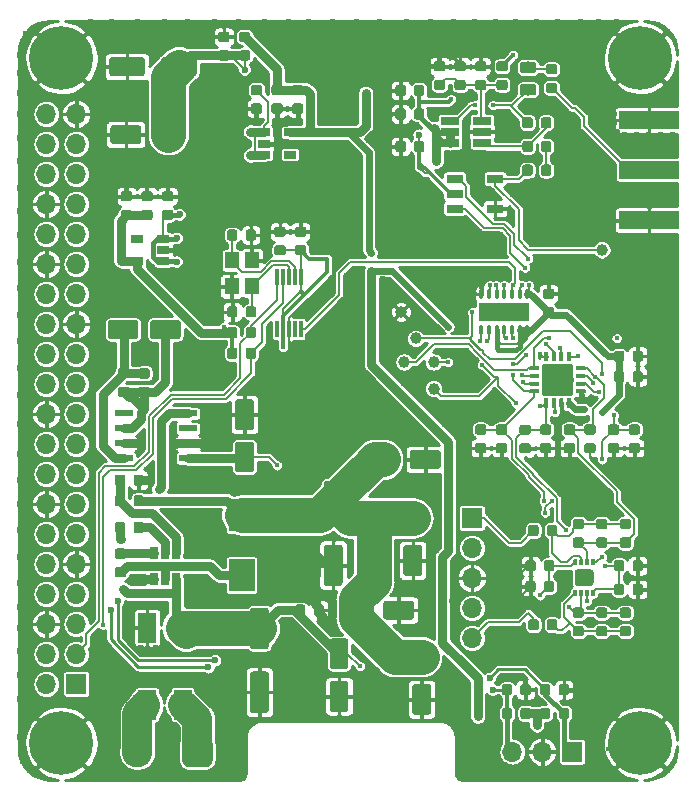
<source format=gtl>
G04 #@! TF.GenerationSoftware,KiCad,Pcbnew,(5.1.4)-1*
G04 #@! TF.CreationDate,2019-09-05T19:32:48+02:00*
G04 #@! TF.ProjectId,rf-receiver,72662d72-6563-4656-9976-65722e6b6963,rev?*
G04 #@! TF.SameCoordinates,Original*
G04 #@! TF.FileFunction,Copper,L1,Top*
G04 #@! TF.FilePolarity,Positive*
%FSLAX46Y46*%
G04 Gerber Fmt 4.6, Leading zero omitted, Abs format (unit mm)*
G04 Created by KiCad (PCBNEW (5.1.4)-1) date 2019-09-05 19:32:48*
%MOMM*%
%LPD*%
G04 APERTURE LIST*
%ADD10R,1.500000X2.500000*%
%ADD11C,0.100000*%
%ADD12C,1.600000*%
%ADD13C,0.875000*%
%ADD14R,2.200000X2.700000*%
%ADD15O,0.350000X0.850000*%
%ADD16R,4.250000X1.650000*%
%ADD17R,1.000000X2.130000*%
%ADD18R,1.000000X3.800000*%
%ADD19R,1.650000X1.000000*%
%ADD20R,3.800000X1.000000*%
%ADD21R,1.000000X1.000000*%
%ADD22R,2.130000X1.000000*%
%ADD23R,1.000000X1.650000*%
%ADD24R,1.000000X3.550000*%
%ADD25R,3.550000X1.000000*%
%ADD26C,0.350000*%
%ADD27C,2.700000*%
%ADD28C,1.400000*%
%ADD29O,1.700000X1.700000*%
%ADD30R,1.700000X1.700000*%
%ADD31R,1.200000X1.400000*%
%ADD32R,1.060000X0.650000*%
%ADD33C,1.000000*%
%ADD34R,0.300000X1.450000*%
%ADD35C,2.600000*%
%ADD36R,0.650000X1.060000*%
%ADD37R,1.550000X0.600000*%
%ADD38C,5.400000*%
%ADD39C,0.975000*%
%ADD40R,5.080000X1.500000*%
%ADD41R,1.560000X0.650000*%
%ADD42R,1.400000X0.760000*%
%ADD43C,0.600000*%
%ADD44C,0.400000*%
%ADD45C,0.200000*%
%ADD46C,0.350000*%
%ADD47C,3.000000*%
%ADD48C,0.800000*%
%ADD49C,0.400000*%
%ADD50C,0.250000*%
%ADD51C,0.600000*%
%ADD52C,2.500000*%
%ADD53C,0.254000*%
G04 APERTURE END LIST*
D10*
X86250000Y-116000000D03*
X89250000Y-116000000D03*
X86250000Y-109500000D03*
X89250000Y-109500000D03*
D11*
G36*
X95074504Y-93751204D02*
G01*
X95098773Y-93754804D01*
X95122571Y-93760765D01*
X95145671Y-93769030D01*
X95167849Y-93779520D01*
X95188893Y-93792133D01*
X95208598Y-93806747D01*
X95226777Y-93823223D01*
X95243253Y-93841402D01*
X95257867Y-93861107D01*
X95270480Y-93882151D01*
X95280970Y-93904329D01*
X95289235Y-93927429D01*
X95295196Y-93951227D01*
X95298796Y-93975496D01*
X95300000Y-94000000D01*
X95300000Y-96100000D01*
X95298796Y-96124504D01*
X95295196Y-96148773D01*
X95289235Y-96172571D01*
X95280970Y-96195671D01*
X95270480Y-96217849D01*
X95257867Y-96238893D01*
X95243253Y-96258598D01*
X95226777Y-96276777D01*
X95208598Y-96293253D01*
X95188893Y-96307867D01*
X95167849Y-96320480D01*
X95145671Y-96330970D01*
X95122571Y-96339235D01*
X95098773Y-96345196D01*
X95074504Y-96348796D01*
X95050000Y-96350000D01*
X93950000Y-96350000D01*
X93925496Y-96348796D01*
X93901227Y-96345196D01*
X93877429Y-96339235D01*
X93854329Y-96330970D01*
X93832151Y-96320480D01*
X93811107Y-96307867D01*
X93791402Y-96293253D01*
X93773223Y-96276777D01*
X93756747Y-96258598D01*
X93742133Y-96238893D01*
X93729520Y-96217849D01*
X93719030Y-96195671D01*
X93710765Y-96172571D01*
X93704804Y-96148773D01*
X93701204Y-96124504D01*
X93700000Y-96100000D01*
X93700000Y-94000000D01*
X93701204Y-93975496D01*
X93704804Y-93951227D01*
X93710765Y-93927429D01*
X93719030Y-93904329D01*
X93729520Y-93882151D01*
X93742133Y-93861107D01*
X93756747Y-93841402D01*
X93773223Y-93823223D01*
X93791402Y-93806747D01*
X93811107Y-93792133D01*
X93832151Y-93779520D01*
X93854329Y-93769030D01*
X93877429Y-93760765D01*
X93901227Y-93754804D01*
X93925496Y-93751204D01*
X93950000Y-93750000D01*
X95050000Y-93750000D01*
X95074504Y-93751204D01*
X95074504Y-93751204D01*
G37*
D12*
X94500000Y-95050000D03*
D11*
G36*
X95074504Y-90151204D02*
G01*
X95098773Y-90154804D01*
X95122571Y-90160765D01*
X95145671Y-90169030D01*
X95167849Y-90179520D01*
X95188893Y-90192133D01*
X95208598Y-90206747D01*
X95226777Y-90223223D01*
X95243253Y-90241402D01*
X95257867Y-90261107D01*
X95270480Y-90282151D01*
X95280970Y-90304329D01*
X95289235Y-90327429D01*
X95295196Y-90351227D01*
X95298796Y-90375496D01*
X95300000Y-90400000D01*
X95300000Y-92500000D01*
X95298796Y-92524504D01*
X95295196Y-92548773D01*
X95289235Y-92572571D01*
X95280970Y-92595671D01*
X95270480Y-92617849D01*
X95257867Y-92638893D01*
X95243253Y-92658598D01*
X95226777Y-92676777D01*
X95208598Y-92693253D01*
X95188893Y-92707867D01*
X95167849Y-92720480D01*
X95145671Y-92730970D01*
X95122571Y-92739235D01*
X95098773Y-92745196D01*
X95074504Y-92748796D01*
X95050000Y-92750000D01*
X93950000Y-92750000D01*
X93925496Y-92748796D01*
X93901227Y-92745196D01*
X93877429Y-92739235D01*
X93854329Y-92730970D01*
X93832151Y-92720480D01*
X93811107Y-92707867D01*
X93791402Y-92693253D01*
X93773223Y-92676777D01*
X93756747Y-92658598D01*
X93742133Y-92638893D01*
X93729520Y-92617849D01*
X93719030Y-92595671D01*
X93710765Y-92572571D01*
X93704804Y-92548773D01*
X93701204Y-92524504D01*
X93700000Y-92500000D01*
X93700000Y-90400000D01*
X93701204Y-90375496D01*
X93704804Y-90351227D01*
X93710765Y-90327429D01*
X93719030Y-90304329D01*
X93729520Y-90282151D01*
X93742133Y-90261107D01*
X93756747Y-90241402D01*
X93773223Y-90223223D01*
X93791402Y-90206747D01*
X93811107Y-90192133D01*
X93832151Y-90179520D01*
X93854329Y-90169030D01*
X93877429Y-90160765D01*
X93901227Y-90154804D01*
X93925496Y-90151204D01*
X93950000Y-90150000D01*
X95050000Y-90150000D01*
X95074504Y-90151204D01*
X95074504Y-90151204D01*
G37*
D12*
X94500000Y-91450000D03*
D11*
G36*
X85524504Y-66951204D02*
G01*
X85548773Y-66954804D01*
X85572571Y-66960765D01*
X85595671Y-66969030D01*
X85617849Y-66979520D01*
X85638893Y-66992133D01*
X85658598Y-67006747D01*
X85676777Y-67023223D01*
X85693253Y-67041402D01*
X85707867Y-67061107D01*
X85720480Y-67082151D01*
X85730970Y-67104329D01*
X85739235Y-67127429D01*
X85745196Y-67151227D01*
X85748796Y-67175496D01*
X85750000Y-67200000D01*
X85750000Y-68300000D01*
X85748796Y-68324504D01*
X85745196Y-68348773D01*
X85739235Y-68372571D01*
X85730970Y-68395671D01*
X85720480Y-68417849D01*
X85707867Y-68438893D01*
X85693253Y-68458598D01*
X85676777Y-68476777D01*
X85658598Y-68493253D01*
X85638893Y-68507867D01*
X85617849Y-68520480D01*
X85595671Y-68530970D01*
X85572571Y-68539235D01*
X85548773Y-68545196D01*
X85524504Y-68548796D01*
X85500000Y-68550000D01*
X83400000Y-68550000D01*
X83375496Y-68548796D01*
X83351227Y-68545196D01*
X83327429Y-68539235D01*
X83304329Y-68530970D01*
X83282151Y-68520480D01*
X83261107Y-68507867D01*
X83241402Y-68493253D01*
X83223223Y-68476777D01*
X83206747Y-68458598D01*
X83192133Y-68438893D01*
X83179520Y-68417849D01*
X83169030Y-68395671D01*
X83160765Y-68372571D01*
X83154804Y-68348773D01*
X83151204Y-68324504D01*
X83150000Y-68300000D01*
X83150000Y-67200000D01*
X83151204Y-67175496D01*
X83154804Y-67151227D01*
X83160765Y-67127429D01*
X83169030Y-67104329D01*
X83179520Y-67082151D01*
X83192133Y-67061107D01*
X83206747Y-67041402D01*
X83223223Y-67023223D01*
X83241402Y-67006747D01*
X83261107Y-66992133D01*
X83282151Y-66979520D01*
X83304329Y-66969030D01*
X83327429Y-66960765D01*
X83351227Y-66954804D01*
X83375496Y-66951204D01*
X83400000Y-66950000D01*
X85500000Y-66950000D01*
X85524504Y-66951204D01*
X85524504Y-66951204D01*
G37*
D12*
X84450000Y-67750000D03*
D11*
G36*
X89124504Y-66951204D02*
G01*
X89148773Y-66954804D01*
X89172571Y-66960765D01*
X89195671Y-66969030D01*
X89217849Y-66979520D01*
X89238893Y-66992133D01*
X89258598Y-67006747D01*
X89276777Y-67023223D01*
X89293253Y-67041402D01*
X89307867Y-67061107D01*
X89320480Y-67082151D01*
X89330970Y-67104329D01*
X89339235Y-67127429D01*
X89345196Y-67151227D01*
X89348796Y-67175496D01*
X89350000Y-67200000D01*
X89350000Y-68300000D01*
X89348796Y-68324504D01*
X89345196Y-68348773D01*
X89339235Y-68372571D01*
X89330970Y-68395671D01*
X89320480Y-68417849D01*
X89307867Y-68438893D01*
X89293253Y-68458598D01*
X89276777Y-68476777D01*
X89258598Y-68493253D01*
X89238893Y-68507867D01*
X89217849Y-68520480D01*
X89195671Y-68530970D01*
X89172571Y-68539235D01*
X89148773Y-68545196D01*
X89124504Y-68548796D01*
X89100000Y-68550000D01*
X87000000Y-68550000D01*
X86975496Y-68548796D01*
X86951227Y-68545196D01*
X86927429Y-68539235D01*
X86904329Y-68530970D01*
X86882151Y-68520480D01*
X86861107Y-68507867D01*
X86841402Y-68493253D01*
X86823223Y-68476777D01*
X86806747Y-68458598D01*
X86792133Y-68438893D01*
X86779520Y-68417849D01*
X86769030Y-68395671D01*
X86760765Y-68372571D01*
X86754804Y-68348773D01*
X86751204Y-68324504D01*
X86750000Y-68300000D01*
X86750000Y-67200000D01*
X86751204Y-67175496D01*
X86754804Y-67151227D01*
X86760765Y-67127429D01*
X86769030Y-67104329D01*
X86779520Y-67082151D01*
X86792133Y-67061107D01*
X86806747Y-67041402D01*
X86823223Y-67023223D01*
X86841402Y-67006747D01*
X86861107Y-66992133D01*
X86882151Y-66979520D01*
X86904329Y-66969030D01*
X86927429Y-66960765D01*
X86951227Y-66954804D01*
X86975496Y-66951204D01*
X87000000Y-66950000D01*
X89100000Y-66950000D01*
X89124504Y-66951204D01*
X89124504Y-66951204D01*
G37*
D12*
X88050000Y-67750000D03*
D11*
G36*
X85274504Y-83451204D02*
G01*
X85298773Y-83454804D01*
X85322571Y-83460765D01*
X85345671Y-83469030D01*
X85367849Y-83479520D01*
X85388893Y-83492133D01*
X85408598Y-83506747D01*
X85426777Y-83523223D01*
X85443253Y-83541402D01*
X85457867Y-83561107D01*
X85470480Y-83582151D01*
X85480970Y-83604329D01*
X85489235Y-83627429D01*
X85495196Y-83651227D01*
X85498796Y-83675496D01*
X85500000Y-83700000D01*
X85500000Y-84800000D01*
X85498796Y-84824504D01*
X85495196Y-84848773D01*
X85489235Y-84872571D01*
X85480970Y-84895671D01*
X85470480Y-84917849D01*
X85457867Y-84938893D01*
X85443253Y-84958598D01*
X85426777Y-84976777D01*
X85408598Y-84993253D01*
X85388893Y-85007867D01*
X85367849Y-85020480D01*
X85345671Y-85030970D01*
X85322571Y-85039235D01*
X85298773Y-85045196D01*
X85274504Y-85048796D01*
X85250000Y-85050000D01*
X83150000Y-85050000D01*
X83125496Y-85048796D01*
X83101227Y-85045196D01*
X83077429Y-85039235D01*
X83054329Y-85030970D01*
X83032151Y-85020480D01*
X83011107Y-85007867D01*
X82991402Y-84993253D01*
X82973223Y-84976777D01*
X82956747Y-84958598D01*
X82942133Y-84938893D01*
X82929520Y-84917849D01*
X82919030Y-84895671D01*
X82910765Y-84872571D01*
X82904804Y-84848773D01*
X82901204Y-84824504D01*
X82900000Y-84800000D01*
X82900000Y-83700000D01*
X82901204Y-83675496D01*
X82904804Y-83651227D01*
X82910765Y-83627429D01*
X82919030Y-83604329D01*
X82929520Y-83582151D01*
X82942133Y-83561107D01*
X82956747Y-83541402D01*
X82973223Y-83523223D01*
X82991402Y-83506747D01*
X83011107Y-83492133D01*
X83032151Y-83479520D01*
X83054329Y-83469030D01*
X83077429Y-83460765D01*
X83101227Y-83454804D01*
X83125496Y-83451204D01*
X83150000Y-83450000D01*
X85250000Y-83450000D01*
X85274504Y-83451204D01*
X85274504Y-83451204D01*
G37*
D12*
X84200000Y-84250000D03*
D11*
G36*
X88874504Y-83451204D02*
G01*
X88898773Y-83454804D01*
X88922571Y-83460765D01*
X88945671Y-83469030D01*
X88967849Y-83479520D01*
X88988893Y-83492133D01*
X89008598Y-83506747D01*
X89026777Y-83523223D01*
X89043253Y-83541402D01*
X89057867Y-83561107D01*
X89070480Y-83582151D01*
X89080970Y-83604329D01*
X89089235Y-83627429D01*
X89095196Y-83651227D01*
X89098796Y-83675496D01*
X89100000Y-83700000D01*
X89100000Y-84800000D01*
X89098796Y-84824504D01*
X89095196Y-84848773D01*
X89089235Y-84872571D01*
X89080970Y-84895671D01*
X89070480Y-84917849D01*
X89057867Y-84938893D01*
X89043253Y-84958598D01*
X89026777Y-84976777D01*
X89008598Y-84993253D01*
X88988893Y-85007867D01*
X88967849Y-85020480D01*
X88945671Y-85030970D01*
X88922571Y-85039235D01*
X88898773Y-85045196D01*
X88874504Y-85048796D01*
X88850000Y-85050000D01*
X86750000Y-85050000D01*
X86725496Y-85048796D01*
X86701227Y-85045196D01*
X86677429Y-85039235D01*
X86654329Y-85030970D01*
X86632151Y-85020480D01*
X86611107Y-85007867D01*
X86591402Y-84993253D01*
X86573223Y-84976777D01*
X86556747Y-84958598D01*
X86542133Y-84938893D01*
X86529520Y-84917849D01*
X86519030Y-84895671D01*
X86510765Y-84872571D01*
X86504804Y-84848773D01*
X86501204Y-84824504D01*
X86500000Y-84800000D01*
X86500000Y-83700000D01*
X86501204Y-83675496D01*
X86504804Y-83651227D01*
X86510765Y-83627429D01*
X86519030Y-83604329D01*
X86529520Y-83582151D01*
X86542133Y-83561107D01*
X86556747Y-83541402D01*
X86573223Y-83523223D01*
X86591402Y-83506747D01*
X86611107Y-83492133D01*
X86632151Y-83479520D01*
X86654329Y-83469030D01*
X86677429Y-83460765D01*
X86701227Y-83454804D01*
X86725496Y-83451204D01*
X86750000Y-83450000D01*
X88850000Y-83450000D01*
X88874504Y-83451204D01*
X88874504Y-83451204D01*
G37*
D12*
X87800000Y-84250000D03*
D11*
G36*
X108624504Y-107201204D02*
G01*
X108648773Y-107204804D01*
X108672571Y-107210765D01*
X108695671Y-107219030D01*
X108717849Y-107229520D01*
X108738893Y-107242133D01*
X108758598Y-107256747D01*
X108776777Y-107273223D01*
X108793253Y-107291402D01*
X108807867Y-107311107D01*
X108820480Y-107332151D01*
X108830970Y-107354329D01*
X108839235Y-107377429D01*
X108845196Y-107401227D01*
X108848796Y-107425496D01*
X108850000Y-107450000D01*
X108850000Y-108550000D01*
X108848796Y-108574504D01*
X108845196Y-108598773D01*
X108839235Y-108622571D01*
X108830970Y-108645671D01*
X108820480Y-108667849D01*
X108807867Y-108688893D01*
X108793253Y-108708598D01*
X108776777Y-108726777D01*
X108758598Y-108743253D01*
X108738893Y-108757867D01*
X108717849Y-108770480D01*
X108695671Y-108780970D01*
X108672571Y-108789235D01*
X108648773Y-108795196D01*
X108624504Y-108798796D01*
X108600000Y-108800000D01*
X106500000Y-108800000D01*
X106475496Y-108798796D01*
X106451227Y-108795196D01*
X106427429Y-108789235D01*
X106404329Y-108780970D01*
X106382151Y-108770480D01*
X106361107Y-108757867D01*
X106341402Y-108743253D01*
X106323223Y-108726777D01*
X106306747Y-108708598D01*
X106292133Y-108688893D01*
X106279520Y-108667849D01*
X106269030Y-108645671D01*
X106260765Y-108622571D01*
X106254804Y-108598773D01*
X106251204Y-108574504D01*
X106250000Y-108550000D01*
X106250000Y-107450000D01*
X106251204Y-107425496D01*
X106254804Y-107401227D01*
X106260765Y-107377429D01*
X106269030Y-107354329D01*
X106279520Y-107332151D01*
X106292133Y-107311107D01*
X106306747Y-107291402D01*
X106323223Y-107273223D01*
X106341402Y-107256747D01*
X106361107Y-107242133D01*
X106382151Y-107229520D01*
X106404329Y-107219030D01*
X106427429Y-107210765D01*
X106451227Y-107204804D01*
X106475496Y-107201204D01*
X106500000Y-107200000D01*
X108600000Y-107200000D01*
X108624504Y-107201204D01*
X108624504Y-107201204D01*
G37*
D12*
X107550000Y-108000000D03*
D11*
G36*
X105024504Y-107201204D02*
G01*
X105048773Y-107204804D01*
X105072571Y-107210765D01*
X105095671Y-107219030D01*
X105117849Y-107229520D01*
X105138893Y-107242133D01*
X105158598Y-107256747D01*
X105176777Y-107273223D01*
X105193253Y-107291402D01*
X105207867Y-107311107D01*
X105220480Y-107332151D01*
X105230970Y-107354329D01*
X105239235Y-107377429D01*
X105245196Y-107401227D01*
X105248796Y-107425496D01*
X105250000Y-107450000D01*
X105250000Y-108550000D01*
X105248796Y-108574504D01*
X105245196Y-108598773D01*
X105239235Y-108622571D01*
X105230970Y-108645671D01*
X105220480Y-108667849D01*
X105207867Y-108688893D01*
X105193253Y-108708598D01*
X105176777Y-108726777D01*
X105158598Y-108743253D01*
X105138893Y-108757867D01*
X105117849Y-108770480D01*
X105095671Y-108780970D01*
X105072571Y-108789235D01*
X105048773Y-108795196D01*
X105024504Y-108798796D01*
X105000000Y-108800000D01*
X102900000Y-108800000D01*
X102875496Y-108798796D01*
X102851227Y-108795196D01*
X102827429Y-108789235D01*
X102804329Y-108780970D01*
X102782151Y-108770480D01*
X102761107Y-108757867D01*
X102741402Y-108743253D01*
X102723223Y-108726777D01*
X102706747Y-108708598D01*
X102692133Y-108688893D01*
X102679520Y-108667849D01*
X102669030Y-108645671D01*
X102660765Y-108622571D01*
X102654804Y-108598773D01*
X102651204Y-108574504D01*
X102650000Y-108550000D01*
X102650000Y-107450000D01*
X102651204Y-107425496D01*
X102654804Y-107401227D01*
X102660765Y-107377429D01*
X102669030Y-107354329D01*
X102679520Y-107332151D01*
X102692133Y-107311107D01*
X102706747Y-107291402D01*
X102723223Y-107273223D01*
X102741402Y-107256747D01*
X102761107Y-107242133D01*
X102782151Y-107229520D01*
X102804329Y-107219030D01*
X102827429Y-107210765D01*
X102851227Y-107204804D01*
X102875496Y-107201204D01*
X102900000Y-107200000D01*
X105000000Y-107200000D01*
X105024504Y-107201204D01*
X105024504Y-107201204D01*
G37*
D12*
X103950000Y-108000000D03*
D11*
G36*
X110074504Y-114251204D02*
G01*
X110098773Y-114254804D01*
X110122571Y-114260765D01*
X110145671Y-114269030D01*
X110167849Y-114279520D01*
X110188893Y-114292133D01*
X110208598Y-114306747D01*
X110226777Y-114323223D01*
X110243253Y-114341402D01*
X110257867Y-114361107D01*
X110270480Y-114382151D01*
X110280970Y-114404329D01*
X110289235Y-114427429D01*
X110295196Y-114451227D01*
X110298796Y-114475496D01*
X110300000Y-114500000D01*
X110300000Y-116600000D01*
X110298796Y-116624504D01*
X110295196Y-116648773D01*
X110289235Y-116672571D01*
X110280970Y-116695671D01*
X110270480Y-116717849D01*
X110257867Y-116738893D01*
X110243253Y-116758598D01*
X110226777Y-116776777D01*
X110208598Y-116793253D01*
X110188893Y-116807867D01*
X110167849Y-116820480D01*
X110145671Y-116830970D01*
X110122571Y-116839235D01*
X110098773Y-116845196D01*
X110074504Y-116848796D01*
X110050000Y-116850000D01*
X108950000Y-116850000D01*
X108925496Y-116848796D01*
X108901227Y-116845196D01*
X108877429Y-116839235D01*
X108854329Y-116830970D01*
X108832151Y-116820480D01*
X108811107Y-116807867D01*
X108791402Y-116793253D01*
X108773223Y-116776777D01*
X108756747Y-116758598D01*
X108742133Y-116738893D01*
X108729520Y-116717849D01*
X108719030Y-116695671D01*
X108710765Y-116672571D01*
X108704804Y-116648773D01*
X108701204Y-116624504D01*
X108700000Y-116600000D01*
X108700000Y-114500000D01*
X108701204Y-114475496D01*
X108704804Y-114451227D01*
X108710765Y-114427429D01*
X108719030Y-114404329D01*
X108729520Y-114382151D01*
X108742133Y-114361107D01*
X108756747Y-114341402D01*
X108773223Y-114323223D01*
X108791402Y-114306747D01*
X108811107Y-114292133D01*
X108832151Y-114279520D01*
X108854329Y-114269030D01*
X108877429Y-114260765D01*
X108901227Y-114254804D01*
X108925496Y-114251204D01*
X108950000Y-114250000D01*
X110050000Y-114250000D01*
X110074504Y-114251204D01*
X110074504Y-114251204D01*
G37*
D12*
X109500000Y-115550000D03*
D11*
G36*
X110074504Y-110651204D02*
G01*
X110098773Y-110654804D01*
X110122571Y-110660765D01*
X110145671Y-110669030D01*
X110167849Y-110679520D01*
X110188893Y-110692133D01*
X110208598Y-110706747D01*
X110226777Y-110723223D01*
X110243253Y-110741402D01*
X110257867Y-110761107D01*
X110270480Y-110782151D01*
X110280970Y-110804329D01*
X110289235Y-110827429D01*
X110295196Y-110851227D01*
X110298796Y-110875496D01*
X110300000Y-110900000D01*
X110300000Y-113000000D01*
X110298796Y-113024504D01*
X110295196Y-113048773D01*
X110289235Y-113072571D01*
X110280970Y-113095671D01*
X110270480Y-113117849D01*
X110257867Y-113138893D01*
X110243253Y-113158598D01*
X110226777Y-113176777D01*
X110208598Y-113193253D01*
X110188893Y-113207867D01*
X110167849Y-113220480D01*
X110145671Y-113230970D01*
X110122571Y-113239235D01*
X110098773Y-113245196D01*
X110074504Y-113248796D01*
X110050000Y-113250000D01*
X108950000Y-113250000D01*
X108925496Y-113248796D01*
X108901227Y-113245196D01*
X108877429Y-113239235D01*
X108854329Y-113230970D01*
X108832151Y-113220480D01*
X108811107Y-113207867D01*
X108791402Y-113193253D01*
X108773223Y-113176777D01*
X108756747Y-113158598D01*
X108742133Y-113138893D01*
X108729520Y-113117849D01*
X108719030Y-113095671D01*
X108710765Y-113072571D01*
X108704804Y-113048773D01*
X108701204Y-113024504D01*
X108700000Y-113000000D01*
X108700000Y-110900000D01*
X108701204Y-110875496D01*
X108704804Y-110851227D01*
X108710765Y-110827429D01*
X108719030Y-110804329D01*
X108729520Y-110782151D01*
X108742133Y-110761107D01*
X108756747Y-110741402D01*
X108773223Y-110723223D01*
X108791402Y-110706747D01*
X108811107Y-110692133D01*
X108832151Y-110679520D01*
X108854329Y-110669030D01*
X108877429Y-110660765D01*
X108901227Y-110654804D01*
X108925496Y-110651204D01*
X108950000Y-110650000D01*
X110050000Y-110650000D01*
X110074504Y-110651204D01*
X110074504Y-110651204D01*
G37*
D12*
X109500000Y-111950000D03*
D11*
G36*
X103074504Y-114001204D02*
G01*
X103098773Y-114004804D01*
X103122571Y-114010765D01*
X103145671Y-114019030D01*
X103167849Y-114029520D01*
X103188893Y-114042133D01*
X103208598Y-114056747D01*
X103226777Y-114073223D01*
X103243253Y-114091402D01*
X103257867Y-114111107D01*
X103270480Y-114132151D01*
X103280970Y-114154329D01*
X103289235Y-114177429D01*
X103295196Y-114201227D01*
X103298796Y-114225496D01*
X103300000Y-114250000D01*
X103300000Y-116350000D01*
X103298796Y-116374504D01*
X103295196Y-116398773D01*
X103289235Y-116422571D01*
X103280970Y-116445671D01*
X103270480Y-116467849D01*
X103257867Y-116488893D01*
X103243253Y-116508598D01*
X103226777Y-116526777D01*
X103208598Y-116543253D01*
X103188893Y-116557867D01*
X103167849Y-116570480D01*
X103145671Y-116580970D01*
X103122571Y-116589235D01*
X103098773Y-116595196D01*
X103074504Y-116598796D01*
X103050000Y-116600000D01*
X101950000Y-116600000D01*
X101925496Y-116598796D01*
X101901227Y-116595196D01*
X101877429Y-116589235D01*
X101854329Y-116580970D01*
X101832151Y-116570480D01*
X101811107Y-116557867D01*
X101791402Y-116543253D01*
X101773223Y-116526777D01*
X101756747Y-116508598D01*
X101742133Y-116488893D01*
X101729520Y-116467849D01*
X101719030Y-116445671D01*
X101710765Y-116422571D01*
X101704804Y-116398773D01*
X101701204Y-116374504D01*
X101700000Y-116350000D01*
X101700000Y-114250000D01*
X101701204Y-114225496D01*
X101704804Y-114201227D01*
X101710765Y-114177429D01*
X101719030Y-114154329D01*
X101729520Y-114132151D01*
X101742133Y-114111107D01*
X101756747Y-114091402D01*
X101773223Y-114073223D01*
X101791402Y-114056747D01*
X101811107Y-114042133D01*
X101832151Y-114029520D01*
X101854329Y-114019030D01*
X101877429Y-114010765D01*
X101901227Y-114004804D01*
X101925496Y-114001204D01*
X101950000Y-114000000D01*
X103050000Y-114000000D01*
X103074504Y-114001204D01*
X103074504Y-114001204D01*
G37*
D12*
X102500000Y-115300000D03*
D11*
G36*
X103074504Y-110401204D02*
G01*
X103098773Y-110404804D01*
X103122571Y-110410765D01*
X103145671Y-110419030D01*
X103167849Y-110429520D01*
X103188893Y-110442133D01*
X103208598Y-110456747D01*
X103226777Y-110473223D01*
X103243253Y-110491402D01*
X103257867Y-110511107D01*
X103270480Y-110532151D01*
X103280970Y-110554329D01*
X103289235Y-110577429D01*
X103295196Y-110601227D01*
X103298796Y-110625496D01*
X103300000Y-110650000D01*
X103300000Y-112750000D01*
X103298796Y-112774504D01*
X103295196Y-112798773D01*
X103289235Y-112822571D01*
X103280970Y-112845671D01*
X103270480Y-112867849D01*
X103257867Y-112888893D01*
X103243253Y-112908598D01*
X103226777Y-112926777D01*
X103208598Y-112943253D01*
X103188893Y-112957867D01*
X103167849Y-112970480D01*
X103145671Y-112980970D01*
X103122571Y-112989235D01*
X103098773Y-112995196D01*
X103074504Y-112998796D01*
X103050000Y-113000000D01*
X101950000Y-113000000D01*
X101925496Y-112998796D01*
X101901227Y-112995196D01*
X101877429Y-112989235D01*
X101854329Y-112980970D01*
X101832151Y-112970480D01*
X101811107Y-112957867D01*
X101791402Y-112943253D01*
X101773223Y-112926777D01*
X101756747Y-112908598D01*
X101742133Y-112888893D01*
X101729520Y-112867849D01*
X101719030Y-112845671D01*
X101710765Y-112822571D01*
X101704804Y-112798773D01*
X101701204Y-112774504D01*
X101700000Y-112750000D01*
X101700000Y-110650000D01*
X101701204Y-110625496D01*
X101704804Y-110601227D01*
X101710765Y-110577429D01*
X101719030Y-110554329D01*
X101729520Y-110532151D01*
X101742133Y-110511107D01*
X101756747Y-110491402D01*
X101773223Y-110473223D01*
X101791402Y-110456747D01*
X101811107Y-110442133D01*
X101832151Y-110429520D01*
X101854329Y-110419030D01*
X101877429Y-110410765D01*
X101901227Y-110404804D01*
X101925496Y-110401204D01*
X101950000Y-110400000D01*
X103050000Y-110400000D01*
X103074504Y-110401204D01*
X103074504Y-110401204D01*
G37*
D12*
X102500000Y-111700000D03*
D11*
G36*
X126452691Y-105776053D02*
G01*
X126473926Y-105779203D01*
X126494750Y-105784419D01*
X126514962Y-105791651D01*
X126534368Y-105800830D01*
X126552781Y-105811866D01*
X126570024Y-105824654D01*
X126585930Y-105839070D01*
X126600346Y-105854976D01*
X126613134Y-105872219D01*
X126624170Y-105890632D01*
X126633349Y-105910038D01*
X126640581Y-105930250D01*
X126645797Y-105951074D01*
X126648947Y-105972309D01*
X126650000Y-105993750D01*
X126650000Y-106506250D01*
X126648947Y-106527691D01*
X126645797Y-106548926D01*
X126640581Y-106569750D01*
X126633349Y-106589962D01*
X126624170Y-106609368D01*
X126613134Y-106627781D01*
X126600346Y-106645024D01*
X126585930Y-106660930D01*
X126570024Y-106675346D01*
X126552781Y-106688134D01*
X126534368Y-106699170D01*
X126514962Y-106708349D01*
X126494750Y-106715581D01*
X126473926Y-106720797D01*
X126452691Y-106723947D01*
X126431250Y-106725000D01*
X125993750Y-106725000D01*
X125972309Y-106723947D01*
X125951074Y-106720797D01*
X125930250Y-106715581D01*
X125910038Y-106708349D01*
X125890632Y-106699170D01*
X125872219Y-106688134D01*
X125854976Y-106675346D01*
X125839070Y-106660930D01*
X125824654Y-106645024D01*
X125811866Y-106627781D01*
X125800830Y-106609368D01*
X125791651Y-106589962D01*
X125784419Y-106569750D01*
X125779203Y-106548926D01*
X125776053Y-106527691D01*
X125775000Y-106506250D01*
X125775000Y-105993750D01*
X125776053Y-105972309D01*
X125779203Y-105951074D01*
X125784419Y-105930250D01*
X125791651Y-105910038D01*
X125800830Y-105890632D01*
X125811866Y-105872219D01*
X125824654Y-105854976D01*
X125839070Y-105839070D01*
X125854976Y-105824654D01*
X125872219Y-105811866D01*
X125890632Y-105800830D01*
X125910038Y-105791651D01*
X125930250Y-105784419D01*
X125951074Y-105779203D01*
X125972309Y-105776053D01*
X125993750Y-105775000D01*
X126431250Y-105775000D01*
X126452691Y-105776053D01*
X126452691Y-105776053D01*
G37*
D13*
X126212500Y-106250000D03*
D11*
G36*
X128027691Y-105776053D02*
G01*
X128048926Y-105779203D01*
X128069750Y-105784419D01*
X128089962Y-105791651D01*
X128109368Y-105800830D01*
X128127781Y-105811866D01*
X128145024Y-105824654D01*
X128160930Y-105839070D01*
X128175346Y-105854976D01*
X128188134Y-105872219D01*
X128199170Y-105890632D01*
X128208349Y-105910038D01*
X128215581Y-105930250D01*
X128220797Y-105951074D01*
X128223947Y-105972309D01*
X128225000Y-105993750D01*
X128225000Y-106506250D01*
X128223947Y-106527691D01*
X128220797Y-106548926D01*
X128215581Y-106569750D01*
X128208349Y-106589962D01*
X128199170Y-106609368D01*
X128188134Y-106627781D01*
X128175346Y-106645024D01*
X128160930Y-106660930D01*
X128145024Y-106675346D01*
X128127781Y-106688134D01*
X128109368Y-106699170D01*
X128089962Y-106708349D01*
X128069750Y-106715581D01*
X128048926Y-106720797D01*
X128027691Y-106723947D01*
X128006250Y-106725000D01*
X127568750Y-106725000D01*
X127547309Y-106723947D01*
X127526074Y-106720797D01*
X127505250Y-106715581D01*
X127485038Y-106708349D01*
X127465632Y-106699170D01*
X127447219Y-106688134D01*
X127429976Y-106675346D01*
X127414070Y-106660930D01*
X127399654Y-106645024D01*
X127386866Y-106627781D01*
X127375830Y-106609368D01*
X127366651Y-106589962D01*
X127359419Y-106569750D01*
X127354203Y-106548926D01*
X127351053Y-106527691D01*
X127350000Y-106506250D01*
X127350000Y-105993750D01*
X127351053Y-105972309D01*
X127354203Y-105951074D01*
X127359419Y-105930250D01*
X127366651Y-105910038D01*
X127375830Y-105890632D01*
X127386866Y-105872219D01*
X127399654Y-105854976D01*
X127414070Y-105839070D01*
X127429976Y-105824654D01*
X127447219Y-105811866D01*
X127465632Y-105800830D01*
X127485038Y-105791651D01*
X127505250Y-105784419D01*
X127526074Y-105779203D01*
X127547309Y-105776053D01*
X127568750Y-105775000D01*
X128006250Y-105775000D01*
X128027691Y-105776053D01*
X128027691Y-105776053D01*
G37*
D13*
X127787500Y-106250000D03*
D11*
G36*
X88277691Y-72526053D02*
G01*
X88298926Y-72529203D01*
X88319750Y-72534419D01*
X88339962Y-72541651D01*
X88359368Y-72550830D01*
X88377781Y-72561866D01*
X88395024Y-72574654D01*
X88410930Y-72589070D01*
X88425346Y-72604976D01*
X88438134Y-72622219D01*
X88449170Y-72640632D01*
X88458349Y-72660038D01*
X88465581Y-72680250D01*
X88470797Y-72701074D01*
X88473947Y-72722309D01*
X88475000Y-72743750D01*
X88475000Y-73181250D01*
X88473947Y-73202691D01*
X88470797Y-73223926D01*
X88465581Y-73244750D01*
X88458349Y-73264962D01*
X88449170Y-73284368D01*
X88438134Y-73302781D01*
X88425346Y-73320024D01*
X88410930Y-73335930D01*
X88395024Y-73350346D01*
X88377781Y-73363134D01*
X88359368Y-73374170D01*
X88339962Y-73383349D01*
X88319750Y-73390581D01*
X88298926Y-73395797D01*
X88277691Y-73398947D01*
X88256250Y-73400000D01*
X87743750Y-73400000D01*
X87722309Y-73398947D01*
X87701074Y-73395797D01*
X87680250Y-73390581D01*
X87660038Y-73383349D01*
X87640632Y-73374170D01*
X87622219Y-73363134D01*
X87604976Y-73350346D01*
X87589070Y-73335930D01*
X87574654Y-73320024D01*
X87561866Y-73302781D01*
X87550830Y-73284368D01*
X87541651Y-73264962D01*
X87534419Y-73244750D01*
X87529203Y-73223926D01*
X87526053Y-73202691D01*
X87525000Y-73181250D01*
X87525000Y-72743750D01*
X87526053Y-72722309D01*
X87529203Y-72701074D01*
X87534419Y-72680250D01*
X87541651Y-72660038D01*
X87550830Y-72640632D01*
X87561866Y-72622219D01*
X87574654Y-72604976D01*
X87589070Y-72589070D01*
X87604976Y-72574654D01*
X87622219Y-72561866D01*
X87640632Y-72550830D01*
X87660038Y-72541651D01*
X87680250Y-72534419D01*
X87701074Y-72529203D01*
X87722309Y-72526053D01*
X87743750Y-72525000D01*
X88256250Y-72525000D01*
X88277691Y-72526053D01*
X88277691Y-72526053D01*
G37*
D13*
X88000000Y-72962500D03*
D11*
G36*
X88277691Y-74101053D02*
G01*
X88298926Y-74104203D01*
X88319750Y-74109419D01*
X88339962Y-74116651D01*
X88359368Y-74125830D01*
X88377781Y-74136866D01*
X88395024Y-74149654D01*
X88410930Y-74164070D01*
X88425346Y-74179976D01*
X88438134Y-74197219D01*
X88449170Y-74215632D01*
X88458349Y-74235038D01*
X88465581Y-74255250D01*
X88470797Y-74276074D01*
X88473947Y-74297309D01*
X88475000Y-74318750D01*
X88475000Y-74756250D01*
X88473947Y-74777691D01*
X88470797Y-74798926D01*
X88465581Y-74819750D01*
X88458349Y-74839962D01*
X88449170Y-74859368D01*
X88438134Y-74877781D01*
X88425346Y-74895024D01*
X88410930Y-74910930D01*
X88395024Y-74925346D01*
X88377781Y-74938134D01*
X88359368Y-74949170D01*
X88339962Y-74958349D01*
X88319750Y-74965581D01*
X88298926Y-74970797D01*
X88277691Y-74973947D01*
X88256250Y-74975000D01*
X87743750Y-74975000D01*
X87722309Y-74973947D01*
X87701074Y-74970797D01*
X87680250Y-74965581D01*
X87660038Y-74958349D01*
X87640632Y-74949170D01*
X87622219Y-74938134D01*
X87604976Y-74925346D01*
X87589070Y-74910930D01*
X87574654Y-74895024D01*
X87561866Y-74877781D01*
X87550830Y-74859368D01*
X87541651Y-74839962D01*
X87534419Y-74819750D01*
X87529203Y-74798926D01*
X87526053Y-74777691D01*
X87525000Y-74756250D01*
X87525000Y-74318750D01*
X87526053Y-74297309D01*
X87529203Y-74276074D01*
X87534419Y-74255250D01*
X87541651Y-74235038D01*
X87550830Y-74215632D01*
X87561866Y-74197219D01*
X87574654Y-74179976D01*
X87589070Y-74164070D01*
X87604976Y-74149654D01*
X87622219Y-74136866D01*
X87640632Y-74125830D01*
X87660038Y-74116651D01*
X87680250Y-74109419D01*
X87701074Y-74104203D01*
X87722309Y-74101053D01*
X87743750Y-74100000D01*
X88256250Y-74100000D01*
X88277691Y-74101053D01*
X88277691Y-74101053D01*
G37*
D13*
X88000000Y-74537500D03*
D11*
G36*
X84777691Y-72526053D02*
G01*
X84798926Y-72529203D01*
X84819750Y-72534419D01*
X84839962Y-72541651D01*
X84859368Y-72550830D01*
X84877781Y-72561866D01*
X84895024Y-72574654D01*
X84910930Y-72589070D01*
X84925346Y-72604976D01*
X84938134Y-72622219D01*
X84949170Y-72640632D01*
X84958349Y-72660038D01*
X84965581Y-72680250D01*
X84970797Y-72701074D01*
X84973947Y-72722309D01*
X84975000Y-72743750D01*
X84975000Y-73181250D01*
X84973947Y-73202691D01*
X84970797Y-73223926D01*
X84965581Y-73244750D01*
X84958349Y-73264962D01*
X84949170Y-73284368D01*
X84938134Y-73302781D01*
X84925346Y-73320024D01*
X84910930Y-73335930D01*
X84895024Y-73350346D01*
X84877781Y-73363134D01*
X84859368Y-73374170D01*
X84839962Y-73383349D01*
X84819750Y-73390581D01*
X84798926Y-73395797D01*
X84777691Y-73398947D01*
X84756250Y-73400000D01*
X84243750Y-73400000D01*
X84222309Y-73398947D01*
X84201074Y-73395797D01*
X84180250Y-73390581D01*
X84160038Y-73383349D01*
X84140632Y-73374170D01*
X84122219Y-73363134D01*
X84104976Y-73350346D01*
X84089070Y-73335930D01*
X84074654Y-73320024D01*
X84061866Y-73302781D01*
X84050830Y-73284368D01*
X84041651Y-73264962D01*
X84034419Y-73244750D01*
X84029203Y-73223926D01*
X84026053Y-73202691D01*
X84025000Y-73181250D01*
X84025000Y-72743750D01*
X84026053Y-72722309D01*
X84029203Y-72701074D01*
X84034419Y-72680250D01*
X84041651Y-72660038D01*
X84050830Y-72640632D01*
X84061866Y-72622219D01*
X84074654Y-72604976D01*
X84089070Y-72589070D01*
X84104976Y-72574654D01*
X84122219Y-72561866D01*
X84140632Y-72550830D01*
X84160038Y-72541651D01*
X84180250Y-72534419D01*
X84201074Y-72529203D01*
X84222309Y-72526053D01*
X84243750Y-72525000D01*
X84756250Y-72525000D01*
X84777691Y-72526053D01*
X84777691Y-72526053D01*
G37*
D13*
X84500000Y-72962500D03*
D11*
G36*
X84777691Y-74101053D02*
G01*
X84798926Y-74104203D01*
X84819750Y-74109419D01*
X84839962Y-74116651D01*
X84859368Y-74125830D01*
X84877781Y-74136866D01*
X84895024Y-74149654D01*
X84910930Y-74164070D01*
X84925346Y-74179976D01*
X84938134Y-74197219D01*
X84949170Y-74215632D01*
X84958349Y-74235038D01*
X84965581Y-74255250D01*
X84970797Y-74276074D01*
X84973947Y-74297309D01*
X84975000Y-74318750D01*
X84975000Y-74756250D01*
X84973947Y-74777691D01*
X84970797Y-74798926D01*
X84965581Y-74819750D01*
X84958349Y-74839962D01*
X84949170Y-74859368D01*
X84938134Y-74877781D01*
X84925346Y-74895024D01*
X84910930Y-74910930D01*
X84895024Y-74925346D01*
X84877781Y-74938134D01*
X84859368Y-74949170D01*
X84839962Y-74958349D01*
X84819750Y-74965581D01*
X84798926Y-74970797D01*
X84777691Y-74973947D01*
X84756250Y-74975000D01*
X84243750Y-74975000D01*
X84222309Y-74973947D01*
X84201074Y-74970797D01*
X84180250Y-74965581D01*
X84160038Y-74958349D01*
X84140632Y-74949170D01*
X84122219Y-74938134D01*
X84104976Y-74925346D01*
X84089070Y-74910930D01*
X84074654Y-74895024D01*
X84061866Y-74877781D01*
X84050830Y-74859368D01*
X84041651Y-74839962D01*
X84034419Y-74819750D01*
X84029203Y-74798926D01*
X84026053Y-74777691D01*
X84025000Y-74756250D01*
X84025000Y-74318750D01*
X84026053Y-74297309D01*
X84029203Y-74276074D01*
X84034419Y-74255250D01*
X84041651Y-74235038D01*
X84050830Y-74215632D01*
X84061866Y-74197219D01*
X84074654Y-74179976D01*
X84089070Y-74164070D01*
X84104976Y-74149654D01*
X84122219Y-74136866D01*
X84140632Y-74125830D01*
X84160038Y-74116651D01*
X84180250Y-74109419D01*
X84201074Y-74104203D01*
X84222309Y-74101053D01*
X84243750Y-74100000D01*
X84756250Y-74100000D01*
X84777691Y-74101053D01*
X84777691Y-74101053D01*
G37*
D13*
X84500000Y-74537500D03*
D11*
G36*
X95777691Y-65101053D02*
G01*
X95798926Y-65104203D01*
X95819750Y-65109419D01*
X95839962Y-65116651D01*
X95859368Y-65125830D01*
X95877781Y-65136866D01*
X95895024Y-65149654D01*
X95910930Y-65164070D01*
X95925346Y-65179976D01*
X95938134Y-65197219D01*
X95949170Y-65215632D01*
X95958349Y-65235038D01*
X95965581Y-65255250D01*
X95970797Y-65276074D01*
X95973947Y-65297309D01*
X95975000Y-65318750D01*
X95975000Y-65756250D01*
X95973947Y-65777691D01*
X95970797Y-65798926D01*
X95965581Y-65819750D01*
X95958349Y-65839962D01*
X95949170Y-65859368D01*
X95938134Y-65877781D01*
X95925346Y-65895024D01*
X95910930Y-65910930D01*
X95895024Y-65925346D01*
X95877781Y-65938134D01*
X95859368Y-65949170D01*
X95839962Y-65958349D01*
X95819750Y-65965581D01*
X95798926Y-65970797D01*
X95777691Y-65973947D01*
X95756250Y-65975000D01*
X95243750Y-65975000D01*
X95222309Y-65973947D01*
X95201074Y-65970797D01*
X95180250Y-65965581D01*
X95160038Y-65958349D01*
X95140632Y-65949170D01*
X95122219Y-65938134D01*
X95104976Y-65925346D01*
X95089070Y-65910930D01*
X95074654Y-65895024D01*
X95061866Y-65877781D01*
X95050830Y-65859368D01*
X95041651Y-65839962D01*
X95034419Y-65819750D01*
X95029203Y-65798926D01*
X95026053Y-65777691D01*
X95025000Y-65756250D01*
X95025000Y-65318750D01*
X95026053Y-65297309D01*
X95029203Y-65276074D01*
X95034419Y-65255250D01*
X95041651Y-65235038D01*
X95050830Y-65215632D01*
X95061866Y-65197219D01*
X95074654Y-65179976D01*
X95089070Y-65164070D01*
X95104976Y-65149654D01*
X95122219Y-65136866D01*
X95140632Y-65125830D01*
X95160038Y-65116651D01*
X95180250Y-65109419D01*
X95201074Y-65104203D01*
X95222309Y-65101053D01*
X95243750Y-65100000D01*
X95756250Y-65100000D01*
X95777691Y-65101053D01*
X95777691Y-65101053D01*
G37*
D13*
X95500000Y-65537500D03*
D11*
G36*
X95777691Y-63526053D02*
G01*
X95798926Y-63529203D01*
X95819750Y-63534419D01*
X95839962Y-63541651D01*
X95859368Y-63550830D01*
X95877781Y-63561866D01*
X95895024Y-63574654D01*
X95910930Y-63589070D01*
X95925346Y-63604976D01*
X95938134Y-63622219D01*
X95949170Y-63640632D01*
X95958349Y-63660038D01*
X95965581Y-63680250D01*
X95970797Y-63701074D01*
X95973947Y-63722309D01*
X95975000Y-63743750D01*
X95975000Y-64181250D01*
X95973947Y-64202691D01*
X95970797Y-64223926D01*
X95965581Y-64244750D01*
X95958349Y-64264962D01*
X95949170Y-64284368D01*
X95938134Y-64302781D01*
X95925346Y-64320024D01*
X95910930Y-64335930D01*
X95895024Y-64350346D01*
X95877781Y-64363134D01*
X95859368Y-64374170D01*
X95839962Y-64383349D01*
X95819750Y-64390581D01*
X95798926Y-64395797D01*
X95777691Y-64398947D01*
X95756250Y-64400000D01*
X95243750Y-64400000D01*
X95222309Y-64398947D01*
X95201074Y-64395797D01*
X95180250Y-64390581D01*
X95160038Y-64383349D01*
X95140632Y-64374170D01*
X95122219Y-64363134D01*
X95104976Y-64350346D01*
X95089070Y-64335930D01*
X95074654Y-64320024D01*
X95061866Y-64302781D01*
X95050830Y-64284368D01*
X95041651Y-64264962D01*
X95034419Y-64244750D01*
X95029203Y-64223926D01*
X95026053Y-64202691D01*
X95025000Y-64181250D01*
X95025000Y-63743750D01*
X95026053Y-63722309D01*
X95029203Y-63701074D01*
X95034419Y-63680250D01*
X95041651Y-63660038D01*
X95050830Y-63640632D01*
X95061866Y-63622219D01*
X95074654Y-63604976D01*
X95089070Y-63589070D01*
X95104976Y-63574654D01*
X95122219Y-63561866D01*
X95140632Y-63550830D01*
X95160038Y-63541651D01*
X95180250Y-63534419D01*
X95201074Y-63529203D01*
X95222309Y-63526053D01*
X95243750Y-63525000D01*
X95756250Y-63525000D01*
X95777691Y-63526053D01*
X95777691Y-63526053D01*
G37*
D13*
X95500000Y-63962500D03*
D11*
G36*
X111277691Y-63101053D02*
G01*
X111298926Y-63104203D01*
X111319750Y-63109419D01*
X111339962Y-63116651D01*
X111359368Y-63125830D01*
X111377781Y-63136866D01*
X111395024Y-63149654D01*
X111410930Y-63164070D01*
X111425346Y-63179976D01*
X111438134Y-63197219D01*
X111449170Y-63215632D01*
X111458349Y-63235038D01*
X111465581Y-63255250D01*
X111470797Y-63276074D01*
X111473947Y-63297309D01*
X111475000Y-63318750D01*
X111475000Y-63756250D01*
X111473947Y-63777691D01*
X111470797Y-63798926D01*
X111465581Y-63819750D01*
X111458349Y-63839962D01*
X111449170Y-63859368D01*
X111438134Y-63877781D01*
X111425346Y-63895024D01*
X111410930Y-63910930D01*
X111395024Y-63925346D01*
X111377781Y-63938134D01*
X111359368Y-63949170D01*
X111339962Y-63958349D01*
X111319750Y-63965581D01*
X111298926Y-63970797D01*
X111277691Y-63973947D01*
X111256250Y-63975000D01*
X110743750Y-63975000D01*
X110722309Y-63973947D01*
X110701074Y-63970797D01*
X110680250Y-63965581D01*
X110660038Y-63958349D01*
X110640632Y-63949170D01*
X110622219Y-63938134D01*
X110604976Y-63925346D01*
X110589070Y-63910930D01*
X110574654Y-63895024D01*
X110561866Y-63877781D01*
X110550830Y-63859368D01*
X110541651Y-63839962D01*
X110534419Y-63819750D01*
X110529203Y-63798926D01*
X110526053Y-63777691D01*
X110525000Y-63756250D01*
X110525000Y-63318750D01*
X110526053Y-63297309D01*
X110529203Y-63276074D01*
X110534419Y-63255250D01*
X110541651Y-63235038D01*
X110550830Y-63215632D01*
X110561866Y-63197219D01*
X110574654Y-63179976D01*
X110589070Y-63164070D01*
X110604976Y-63149654D01*
X110622219Y-63136866D01*
X110640632Y-63125830D01*
X110660038Y-63116651D01*
X110680250Y-63109419D01*
X110701074Y-63104203D01*
X110722309Y-63101053D01*
X110743750Y-63100000D01*
X111256250Y-63100000D01*
X111277691Y-63101053D01*
X111277691Y-63101053D01*
G37*
D13*
X111000000Y-63537500D03*
D11*
G36*
X111277691Y-61526053D02*
G01*
X111298926Y-61529203D01*
X111319750Y-61534419D01*
X111339962Y-61541651D01*
X111359368Y-61550830D01*
X111377781Y-61561866D01*
X111395024Y-61574654D01*
X111410930Y-61589070D01*
X111425346Y-61604976D01*
X111438134Y-61622219D01*
X111449170Y-61640632D01*
X111458349Y-61660038D01*
X111465581Y-61680250D01*
X111470797Y-61701074D01*
X111473947Y-61722309D01*
X111475000Y-61743750D01*
X111475000Y-62181250D01*
X111473947Y-62202691D01*
X111470797Y-62223926D01*
X111465581Y-62244750D01*
X111458349Y-62264962D01*
X111449170Y-62284368D01*
X111438134Y-62302781D01*
X111425346Y-62320024D01*
X111410930Y-62335930D01*
X111395024Y-62350346D01*
X111377781Y-62363134D01*
X111359368Y-62374170D01*
X111339962Y-62383349D01*
X111319750Y-62390581D01*
X111298926Y-62395797D01*
X111277691Y-62398947D01*
X111256250Y-62400000D01*
X110743750Y-62400000D01*
X110722309Y-62398947D01*
X110701074Y-62395797D01*
X110680250Y-62390581D01*
X110660038Y-62383349D01*
X110640632Y-62374170D01*
X110622219Y-62363134D01*
X110604976Y-62350346D01*
X110589070Y-62335930D01*
X110574654Y-62320024D01*
X110561866Y-62302781D01*
X110550830Y-62284368D01*
X110541651Y-62264962D01*
X110534419Y-62244750D01*
X110529203Y-62223926D01*
X110526053Y-62202691D01*
X110525000Y-62181250D01*
X110525000Y-61743750D01*
X110526053Y-61722309D01*
X110529203Y-61701074D01*
X110534419Y-61680250D01*
X110541651Y-61660038D01*
X110550830Y-61640632D01*
X110561866Y-61622219D01*
X110574654Y-61604976D01*
X110589070Y-61589070D01*
X110604976Y-61574654D01*
X110622219Y-61561866D01*
X110640632Y-61550830D01*
X110660038Y-61541651D01*
X110680250Y-61534419D01*
X110701074Y-61529203D01*
X110722309Y-61526053D01*
X110743750Y-61525000D01*
X111256250Y-61525000D01*
X111277691Y-61526053D01*
X111277691Y-61526053D01*
G37*
D13*
X111000000Y-61962500D03*
D11*
G36*
X109527691Y-65526053D02*
G01*
X109548926Y-65529203D01*
X109569750Y-65534419D01*
X109589962Y-65541651D01*
X109609368Y-65550830D01*
X109627781Y-65561866D01*
X109645024Y-65574654D01*
X109660930Y-65589070D01*
X109675346Y-65604976D01*
X109688134Y-65622219D01*
X109699170Y-65640632D01*
X109708349Y-65660038D01*
X109715581Y-65680250D01*
X109720797Y-65701074D01*
X109723947Y-65722309D01*
X109725000Y-65743750D01*
X109725000Y-66256250D01*
X109723947Y-66277691D01*
X109720797Y-66298926D01*
X109715581Y-66319750D01*
X109708349Y-66339962D01*
X109699170Y-66359368D01*
X109688134Y-66377781D01*
X109675346Y-66395024D01*
X109660930Y-66410930D01*
X109645024Y-66425346D01*
X109627781Y-66438134D01*
X109609368Y-66449170D01*
X109589962Y-66458349D01*
X109569750Y-66465581D01*
X109548926Y-66470797D01*
X109527691Y-66473947D01*
X109506250Y-66475000D01*
X109068750Y-66475000D01*
X109047309Y-66473947D01*
X109026074Y-66470797D01*
X109005250Y-66465581D01*
X108985038Y-66458349D01*
X108965632Y-66449170D01*
X108947219Y-66438134D01*
X108929976Y-66425346D01*
X108914070Y-66410930D01*
X108899654Y-66395024D01*
X108886866Y-66377781D01*
X108875830Y-66359368D01*
X108866651Y-66339962D01*
X108859419Y-66319750D01*
X108854203Y-66298926D01*
X108851053Y-66277691D01*
X108850000Y-66256250D01*
X108850000Y-65743750D01*
X108851053Y-65722309D01*
X108854203Y-65701074D01*
X108859419Y-65680250D01*
X108866651Y-65660038D01*
X108875830Y-65640632D01*
X108886866Y-65622219D01*
X108899654Y-65604976D01*
X108914070Y-65589070D01*
X108929976Y-65574654D01*
X108947219Y-65561866D01*
X108965632Y-65550830D01*
X108985038Y-65541651D01*
X109005250Y-65534419D01*
X109026074Y-65529203D01*
X109047309Y-65526053D01*
X109068750Y-65525000D01*
X109506250Y-65525000D01*
X109527691Y-65526053D01*
X109527691Y-65526053D01*
G37*
D13*
X109287500Y-66000000D03*
D11*
G36*
X107952691Y-65526053D02*
G01*
X107973926Y-65529203D01*
X107994750Y-65534419D01*
X108014962Y-65541651D01*
X108034368Y-65550830D01*
X108052781Y-65561866D01*
X108070024Y-65574654D01*
X108085930Y-65589070D01*
X108100346Y-65604976D01*
X108113134Y-65622219D01*
X108124170Y-65640632D01*
X108133349Y-65660038D01*
X108140581Y-65680250D01*
X108145797Y-65701074D01*
X108148947Y-65722309D01*
X108150000Y-65743750D01*
X108150000Y-66256250D01*
X108148947Y-66277691D01*
X108145797Y-66298926D01*
X108140581Y-66319750D01*
X108133349Y-66339962D01*
X108124170Y-66359368D01*
X108113134Y-66377781D01*
X108100346Y-66395024D01*
X108085930Y-66410930D01*
X108070024Y-66425346D01*
X108052781Y-66438134D01*
X108034368Y-66449170D01*
X108014962Y-66458349D01*
X107994750Y-66465581D01*
X107973926Y-66470797D01*
X107952691Y-66473947D01*
X107931250Y-66475000D01*
X107493750Y-66475000D01*
X107472309Y-66473947D01*
X107451074Y-66470797D01*
X107430250Y-66465581D01*
X107410038Y-66458349D01*
X107390632Y-66449170D01*
X107372219Y-66438134D01*
X107354976Y-66425346D01*
X107339070Y-66410930D01*
X107324654Y-66395024D01*
X107311866Y-66377781D01*
X107300830Y-66359368D01*
X107291651Y-66339962D01*
X107284419Y-66319750D01*
X107279203Y-66298926D01*
X107276053Y-66277691D01*
X107275000Y-66256250D01*
X107275000Y-65743750D01*
X107276053Y-65722309D01*
X107279203Y-65701074D01*
X107284419Y-65680250D01*
X107291651Y-65660038D01*
X107300830Y-65640632D01*
X107311866Y-65622219D01*
X107324654Y-65604976D01*
X107339070Y-65589070D01*
X107354976Y-65574654D01*
X107372219Y-65561866D01*
X107390632Y-65550830D01*
X107410038Y-65541651D01*
X107430250Y-65534419D01*
X107451074Y-65529203D01*
X107472309Y-65526053D01*
X107493750Y-65525000D01*
X107931250Y-65525000D01*
X107952691Y-65526053D01*
X107952691Y-65526053D01*
G37*
D13*
X107712500Y-66000000D03*
D11*
G36*
X97527691Y-63526053D02*
G01*
X97548926Y-63529203D01*
X97569750Y-63534419D01*
X97589962Y-63541651D01*
X97609368Y-63550830D01*
X97627781Y-63561866D01*
X97645024Y-63574654D01*
X97660930Y-63589070D01*
X97675346Y-63604976D01*
X97688134Y-63622219D01*
X97699170Y-63640632D01*
X97708349Y-63660038D01*
X97715581Y-63680250D01*
X97720797Y-63701074D01*
X97723947Y-63722309D01*
X97725000Y-63743750D01*
X97725000Y-64181250D01*
X97723947Y-64202691D01*
X97720797Y-64223926D01*
X97715581Y-64244750D01*
X97708349Y-64264962D01*
X97699170Y-64284368D01*
X97688134Y-64302781D01*
X97675346Y-64320024D01*
X97660930Y-64335930D01*
X97645024Y-64350346D01*
X97627781Y-64363134D01*
X97609368Y-64374170D01*
X97589962Y-64383349D01*
X97569750Y-64390581D01*
X97548926Y-64395797D01*
X97527691Y-64398947D01*
X97506250Y-64400000D01*
X96993750Y-64400000D01*
X96972309Y-64398947D01*
X96951074Y-64395797D01*
X96930250Y-64390581D01*
X96910038Y-64383349D01*
X96890632Y-64374170D01*
X96872219Y-64363134D01*
X96854976Y-64350346D01*
X96839070Y-64335930D01*
X96824654Y-64320024D01*
X96811866Y-64302781D01*
X96800830Y-64284368D01*
X96791651Y-64264962D01*
X96784419Y-64244750D01*
X96779203Y-64223926D01*
X96776053Y-64202691D01*
X96775000Y-64181250D01*
X96775000Y-63743750D01*
X96776053Y-63722309D01*
X96779203Y-63701074D01*
X96784419Y-63680250D01*
X96791651Y-63660038D01*
X96800830Y-63640632D01*
X96811866Y-63622219D01*
X96824654Y-63604976D01*
X96839070Y-63589070D01*
X96854976Y-63574654D01*
X96872219Y-63561866D01*
X96890632Y-63550830D01*
X96910038Y-63541651D01*
X96930250Y-63534419D01*
X96951074Y-63529203D01*
X96972309Y-63526053D01*
X96993750Y-63525000D01*
X97506250Y-63525000D01*
X97527691Y-63526053D01*
X97527691Y-63526053D01*
G37*
D13*
X97250000Y-63962500D03*
D11*
G36*
X97527691Y-65101053D02*
G01*
X97548926Y-65104203D01*
X97569750Y-65109419D01*
X97589962Y-65116651D01*
X97609368Y-65125830D01*
X97627781Y-65136866D01*
X97645024Y-65149654D01*
X97660930Y-65164070D01*
X97675346Y-65179976D01*
X97688134Y-65197219D01*
X97699170Y-65215632D01*
X97708349Y-65235038D01*
X97715581Y-65255250D01*
X97720797Y-65276074D01*
X97723947Y-65297309D01*
X97725000Y-65318750D01*
X97725000Y-65756250D01*
X97723947Y-65777691D01*
X97720797Y-65798926D01*
X97715581Y-65819750D01*
X97708349Y-65839962D01*
X97699170Y-65859368D01*
X97688134Y-65877781D01*
X97675346Y-65895024D01*
X97660930Y-65910930D01*
X97645024Y-65925346D01*
X97627781Y-65938134D01*
X97609368Y-65949170D01*
X97589962Y-65958349D01*
X97569750Y-65965581D01*
X97548926Y-65970797D01*
X97527691Y-65973947D01*
X97506250Y-65975000D01*
X96993750Y-65975000D01*
X96972309Y-65973947D01*
X96951074Y-65970797D01*
X96930250Y-65965581D01*
X96910038Y-65958349D01*
X96890632Y-65949170D01*
X96872219Y-65938134D01*
X96854976Y-65925346D01*
X96839070Y-65910930D01*
X96824654Y-65895024D01*
X96811866Y-65877781D01*
X96800830Y-65859368D01*
X96791651Y-65839962D01*
X96784419Y-65819750D01*
X96779203Y-65798926D01*
X96776053Y-65777691D01*
X96775000Y-65756250D01*
X96775000Y-65318750D01*
X96776053Y-65297309D01*
X96779203Y-65276074D01*
X96784419Y-65255250D01*
X96791651Y-65235038D01*
X96800830Y-65215632D01*
X96811866Y-65197219D01*
X96824654Y-65179976D01*
X96839070Y-65164070D01*
X96854976Y-65149654D01*
X96872219Y-65136866D01*
X96890632Y-65125830D01*
X96910038Y-65116651D01*
X96930250Y-65109419D01*
X96951074Y-65104203D01*
X96972309Y-65101053D01*
X96993750Y-65100000D01*
X97506250Y-65100000D01*
X97527691Y-65101053D01*
X97527691Y-65101053D01*
G37*
D13*
X97250000Y-65537500D03*
D11*
G36*
X120527691Y-105526053D02*
G01*
X120548926Y-105529203D01*
X120569750Y-105534419D01*
X120589962Y-105541651D01*
X120609368Y-105550830D01*
X120627781Y-105561866D01*
X120645024Y-105574654D01*
X120660930Y-105589070D01*
X120675346Y-105604976D01*
X120688134Y-105622219D01*
X120699170Y-105640632D01*
X120708349Y-105660038D01*
X120715581Y-105680250D01*
X120720797Y-105701074D01*
X120723947Y-105722309D01*
X120725000Y-105743750D01*
X120725000Y-106256250D01*
X120723947Y-106277691D01*
X120720797Y-106298926D01*
X120715581Y-106319750D01*
X120708349Y-106339962D01*
X120699170Y-106359368D01*
X120688134Y-106377781D01*
X120675346Y-106395024D01*
X120660930Y-106410930D01*
X120645024Y-106425346D01*
X120627781Y-106438134D01*
X120609368Y-106449170D01*
X120589962Y-106458349D01*
X120569750Y-106465581D01*
X120548926Y-106470797D01*
X120527691Y-106473947D01*
X120506250Y-106475000D01*
X120068750Y-106475000D01*
X120047309Y-106473947D01*
X120026074Y-106470797D01*
X120005250Y-106465581D01*
X119985038Y-106458349D01*
X119965632Y-106449170D01*
X119947219Y-106438134D01*
X119929976Y-106425346D01*
X119914070Y-106410930D01*
X119899654Y-106395024D01*
X119886866Y-106377781D01*
X119875830Y-106359368D01*
X119866651Y-106339962D01*
X119859419Y-106319750D01*
X119854203Y-106298926D01*
X119851053Y-106277691D01*
X119850000Y-106256250D01*
X119850000Y-105743750D01*
X119851053Y-105722309D01*
X119854203Y-105701074D01*
X119859419Y-105680250D01*
X119866651Y-105660038D01*
X119875830Y-105640632D01*
X119886866Y-105622219D01*
X119899654Y-105604976D01*
X119914070Y-105589070D01*
X119929976Y-105574654D01*
X119947219Y-105561866D01*
X119965632Y-105550830D01*
X119985038Y-105541651D01*
X120005250Y-105534419D01*
X120026074Y-105529203D01*
X120047309Y-105526053D01*
X120068750Y-105525000D01*
X120506250Y-105525000D01*
X120527691Y-105526053D01*
X120527691Y-105526053D01*
G37*
D13*
X120287500Y-106000000D03*
D11*
G36*
X118952691Y-105526053D02*
G01*
X118973926Y-105529203D01*
X118994750Y-105534419D01*
X119014962Y-105541651D01*
X119034368Y-105550830D01*
X119052781Y-105561866D01*
X119070024Y-105574654D01*
X119085930Y-105589070D01*
X119100346Y-105604976D01*
X119113134Y-105622219D01*
X119124170Y-105640632D01*
X119133349Y-105660038D01*
X119140581Y-105680250D01*
X119145797Y-105701074D01*
X119148947Y-105722309D01*
X119150000Y-105743750D01*
X119150000Y-106256250D01*
X119148947Y-106277691D01*
X119145797Y-106298926D01*
X119140581Y-106319750D01*
X119133349Y-106339962D01*
X119124170Y-106359368D01*
X119113134Y-106377781D01*
X119100346Y-106395024D01*
X119085930Y-106410930D01*
X119070024Y-106425346D01*
X119052781Y-106438134D01*
X119034368Y-106449170D01*
X119014962Y-106458349D01*
X118994750Y-106465581D01*
X118973926Y-106470797D01*
X118952691Y-106473947D01*
X118931250Y-106475000D01*
X118493750Y-106475000D01*
X118472309Y-106473947D01*
X118451074Y-106470797D01*
X118430250Y-106465581D01*
X118410038Y-106458349D01*
X118390632Y-106449170D01*
X118372219Y-106438134D01*
X118354976Y-106425346D01*
X118339070Y-106410930D01*
X118324654Y-106395024D01*
X118311866Y-106377781D01*
X118300830Y-106359368D01*
X118291651Y-106339962D01*
X118284419Y-106319750D01*
X118279203Y-106298926D01*
X118276053Y-106277691D01*
X118275000Y-106256250D01*
X118275000Y-105743750D01*
X118276053Y-105722309D01*
X118279203Y-105701074D01*
X118284419Y-105680250D01*
X118291651Y-105660038D01*
X118300830Y-105640632D01*
X118311866Y-105622219D01*
X118324654Y-105604976D01*
X118339070Y-105589070D01*
X118354976Y-105574654D01*
X118372219Y-105561866D01*
X118390632Y-105550830D01*
X118410038Y-105541651D01*
X118430250Y-105534419D01*
X118451074Y-105529203D01*
X118472309Y-105526053D01*
X118493750Y-105525000D01*
X118931250Y-105525000D01*
X118952691Y-105526053D01*
X118952691Y-105526053D01*
G37*
D13*
X118712500Y-106000000D03*
D11*
G36*
X110874504Y-94451204D02*
G01*
X110898773Y-94454804D01*
X110922571Y-94460765D01*
X110945671Y-94469030D01*
X110967849Y-94479520D01*
X110988893Y-94492133D01*
X111008598Y-94506747D01*
X111026777Y-94523223D01*
X111043253Y-94541402D01*
X111057867Y-94561107D01*
X111070480Y-94582151D01*
X111080970Y-94604329D01*
X111089235Y-94627429D01*
X111095196Y-94651227D01*
X111098796Y-94675496D01*
X111100000Y-94700000D01*
X111100000Y-95800000D01*
X111098796Y-95824504D01*
X111095196Y-95848773D01*
X111089235Y-95872571D01*
X111080970Y-95895671D01*
X111070480Y-95917849D01*
X111057867Y-95938893D01*
X111043253Y-95958598D01*
X111026777Y-95976777D01*
X111008598Y-95993253D01*
X110988893Y-96007867D01*
X110967849Y-96020480D01*
X110945671Y-96030970D01*
X110922571Y-96039235D01*
X110898773Y-96045196D01*
X110874504Y-96048796D01*
X110850000Y-96050000D01*
X108750000Y-96050000D01*
X108725496Y-96048796D01*
X108701227Y-96045196D01*
X108677429Y-96039235D01*
X108654329Y-96030970D01*
X108632151Y-96020480D01*
X108611107Y-96007867D01*
X108591402Y-95993253D01*
X108573223Y-95976777D01*
X108556747Y-95958598D01*
X108542133Y-95938893D01*
X108529520Y-95917849D01*
X108519030Y-95895671D01*
X108510765Y-95872571D01*
X108504804Y-95848773D01*
X108501204Y-95824504D01*
X108500000Y-95800000D01*
X108500000Y-94700000D01*
X108501204Y-94675496D01*
X108504804Y-94651227D01*
X108510765Y-94627429D01*
X108519030Y-94604329D01*
X108529520Y-94582151D01*
X108542133Y-94561107D01*
X108556747Y-94541402D01*
X108573223Y-94523223D01*
X108591402Y-94506747D01*
X108611107Y-94492133D01*
X108632151Y-94479520D01*
X108654329Y-94469030D01*
X108677429Y-94460765D01*
X108701227Y-94454804D01*
X108725496Y-94451204D01*
X108750000Y-94450000D01*
X110850000Y-94450000D01*
X110874504Y-94451204D01*
X110874504Y-94451204D01*
G37*
D12*
X109800000Y-95250000D03*
D11*
G36*
X107274504Y-94451204D02*
G01*
X107298773Y-94454804D01*
X107322571Y-94460765D01*
X107345671Y-94469030D01*
X107367849Y-94479520D01*
X107388893Y-94492133D01*
X107408598Y-94506747D01*
X107426777Y-94523223D01*
X107443253Y-94541402D01*
X107457867Y-94561107D01*
X107470480Y-94582151D01*
X107480970Y-94604329D01*
X107489235Y-94627429D01*
X107495196Y-94651227D01*
X107498796Y-94675496D01*
X107500000Y-94700000D01*
X107500000Y-95800000D01*
X107498796Y-95824504D01*
X107495196Y-95848773D01*
X107489235Y-95872571D01*
X107480970Y-95895671D01*
X107470480Y-95917849D01*
X107457867Y-95938893D01*
X107443253Y-95958598D01*
X107426777Y-95976777D01*
X107408598Y-95993253D01*
X107388893Y-96007867D01*
X107367849Y-96020480D01*
X107345671Y-96030970D01*
X107322571Y-96039235D01*
X107298773Y-96045196D01*
X107274504Y-96048796D01*
X107250000Y-96050000D01*
X105150000Y-96050000D01*
X105125496Y-96048796D01*
X105101227Y-96045196D01*
X105077429Y-96039235D01*
X105054329Y-96030970D01*
X105032151Y-96020480D01*
X105011107Y-96007867D01*
X104991402Y-95993253D01*
X104973223Y-95976777D01*
X104956747Y-95958598D01*
X104942133Y-95938893D01*
X104929520Y-95917849D01*
X104919030Y-95895671D01*
X104910765Y-95872571D01*
X104904804Y-95848773D01*
X104901204Y-95824504D01*
X104900000Y-95800000D01*
X104900000Y-94700000D01*
X104901204Y-94675496D01*
X104904804Y-94651227D01*
X104910765Y-94627429D01*
X104919030Y-94604329D01*
X104929520Y-94582151D01*
X104942133Y-94561107D01*
X104956747Y-94541402D01*
X104973223Y-94523223D01*
X104991402Y-94506747D01*
X105011107Y-94492133D01*
X105032151Y-94479520D01*
X105054329Y-94469030D01*
X105077429Y-94460765D01*
X105101227Y-94454804D01*
X105125496Y-94451204D01*
X105150000Y-94450000D01*
X107250000Y-94450000D01*
X107274504Y-94451204D01*
X107274504Y-94451204D01*
G37*
D12*
X106200000Y-95250000D03*
D11*
G36*
X109324504Y-102501204D02*
G01*
X109348773Y-102504804D01*
X109372571Y-102510765D01*
X109395671Y-102519030D01*
X109417849Y-102529520D01*
X109438893Y-102542133D01*
X109458598Y-102556747D01*
X109476777Y-102573223D01*
X109493253Y-102591402D01*
X109507867Y-102611107D01*
X109520480Y-102632151D01*
X109530970Y-102654329D01*
X109539235Y-102677429D01*
X109545196Y-102701227D01*
X109548796Y-102725496D01*
X109550000Y-102750000D01*
X109550000Y-104850000D01*
X109548796Y-104874504D01*
X109545196Y-104898773D01*
X109539235Y-104922571D01*
X109530970Y-104945671D01*
X109520480Y-104967849D01*
X109507867Y-104988893D01*
X109493253Y-105008598D01*
X109476777Y-105026777D01*
X109458598Y-105043253D01*
X109438893Y-105057867D01*
X109417849Y-105070480D01*
X109395671Y-105080970D01*
X109372571Y-105089235D01*
X109348773Y-105095196D01*
X109324504Y-105098796D01*
X109300000Y-105100000D01*
X108200000Y-105100000D01*
X108175496Y-105098796D01*
X108151227Y-105095196D01*
X108127429Y-105089235D01*
X108104329Y-105080970D01*
X108082151Y-105070480D01*
X108061107Y-105057867D01*
X108041402Y-105043253D01*
X108023223Y-105026777D01*
X108006747Y-105008598D01*
X107992133Y-104988893D01*
X107979520Y-104967849D01*
X107969030Y-104945671D01*
X107960765Y-104922571D01*
X107954804Y-104898773D01*
X107951204Y-104874504D01*
X107950000Y-104850000D01*
X107950000Y-102750000D01*
X107951204Y-102725496D01*
X107954804Y-102701227D01*
X107960765Y-102677429D01*
X107969030Y-102654329D01*
X107979520Y-102632151D01*
X107992133Y-102611107D01*
X108006747Y-102591402D01*
X108023223Y-102573223D01*
X108041402Y-102556747D01*
X108061107Y-102542133D01*
X108082151Y-102529520D01*
X108104329Y-102519030D01*
X108127429Y-102510765D01*
X108151227Y-102504804D01*
X108175496Y-102501204D01*
X108200000Y-102500000D01*
X109300000Y-102500000D01*
X109324504Y-102501204D01*
X109324504Y-102501204D01*
G37*
D12*
X108750000Y-103800000D03*
D11*
G36*
X109324504Y-98901204D02*
G01*
X109348773Y-98904804D01*
X109372571Y-98910765D01*
X109395671Y-98919030D01*
X109417849Y-98929520D01*
X109438893Y-98942133D01*
X109458598Y-98956747D01*
X109476777Y-98973223D01*
X109493253Y-98991402D01*
X109507867Y-99011107D01*
X109520480Y-99032151D01*
X109530970Y-99054329D01*
X109539235Y-99077429D01*
X109545196Y-99101227D01*
X109548796Y-99125496D01*
X109550000Y-99150000D01*
X109550000Y-101250000D01*
X109548796Y-101274504D01*
X109545196Y-101298773D01*
X109539235Y-101322571D01*
X109530970Y-101345671D01*
X109520480Y-101367849D01*
X109507867Y-101388893D01*
X109493253Y-101408598D01*
X109476777Y-101426777D01*
X109458598Y-101443253D01*
X109438893Y-101457867D01*
X109417849Y-101470480D01*
X109395671Y-101480970D01*
X109372571Y-101489235D01*
X109348773Y-101495196D01*
X109324504Y-101498796D01*
X109300000Y-101500000D01*
X108200000Y-101500000D01*
X108175496Y-101498796D01*
X108151227Y-101495196D01*
X108127429Y-101489235D01*
X108104329Y-101480970D01*
X108082151Y-101470480D01*
X108061107Y-101457867D01*
X108041402Y-101443253D01*
X108023223Y-101426777D01*
X108006747Y-101408598D01*
X107992133Y-101388893D01*
X107979520Y-101367849D01*
X107969030Y-101345671D01*
X107960765Y-101322571D01*
X107954804Y-101298773D01*
X107951204Y-101274504D01*
X107950000Y-101250000D01*
X107950000Y-99150000D01*
X107951204Y-99125496D01*
X107954804Y-99101227D01*
X107960765Y-99077429D01*
X107969030Y-99054329D01*
X107979520Y-99032151D01*
X107992133Y-99011107D01*
X108006747Y-98991402D01*
X108023223Y-98973223D01*
X108041402Y-98956747D01*
X108061107Y-98942133D01*
X108082151Y-98929520D01*
X108104329Y-98919030D01*
X108127429Y-98910765D01*
X108151227Y-98904804D01*
X108175496Y-98901204D01*
X108200000Y-98900000D01*
X109300000Y-98900000D01*
X109324504Y-98901204D01*
X109324504Y-98901204D01*
G37*
D12*
X108750000Y-100200000D03*
D11*
G36*
X85824504Y-61201204D02*
G01*
X85848773Y-61204804D01*
X85872571Y-61210765D01*
X85895671Y-61219030D01*
X85917849Y-61229520D01*
X85938893Y-61242133D01*
X85958598Y-61256747D01*
X85976777Y-61273223D01*
X85993253Y-61291402D01*
X86007867Y-61311107D01*
X86020480Y-61332151D01*
X86030970Y-61354329D01*
X86039235Y-61377429D01*
X86045196Y-61401227D01*
X86048796Y-61425496D01*
X86050000Y-61450000D01*
X86050000Y-62550000D01*
X86048796Y-62574504D01*
X86045196Y-62598773D01*
X86039235Y-62622571D01*
X86030970Y-62645671D01*
X86020480Y-62667849D01*
X86007867Y-62688893D01*
X85993253Y-62708598D01*
X85976777Y-62726777D01*
X85958598Y-62743253D01*
X85938893Y-62757867D01*
X85917849Y-62770480D01*
X85895671Y-62780970D01*
X85872571Y-62789235D01*
X85848773Y-62795196D01*
X85824504Y-62798796D01*
X85800000Y-62800000D01*
X83300000Y-62800000D01*
X83275496Y-62798796D01*
X83251227Y-62795196D01*
X83227429Y-62789235D01*
X83204329Y-62780970D01*
X83182151Y-62770480D01*
X83161107Y-62757867D01*
X83141402Y-62743253D01*
X83123223Y-62726777D01*
X83106747Y-62708598D01*
X83092133Y-62688893D01*
X83079520Y-62667849D01*
X83069030Y-62645671D01*
X83060765Y-62622571D01*
X83054804Y-62598773D01*
X83051204Y-62574504D01*
X83050000Y-62550000D01*
X83050000Y-61450000D01*
X83051204Y-61425496D01*
X83054804Y-61401227D01*
X83060765Y-61377429D01*
X83069030Y-61354329D01*
X83079520Y-61332151D01*
X83092133Y-61311107D01*
X83106747Y-61291402D01*
X83123223Y-61273223D01*
X83141402Y-61256747D01*
X83161107Y-61242133D01*
X83182151Y-61229520D01*
X83204329Y-61219030D01*
X83227429Y-61210765D01*
X83251227Y-61204804D01*
X83275496Y-61201204D01*
X83300000Y-61200000D01*
X85800000Y-61200000D01*
X85824504Y-61201204D01*
X85824504Y-61201204D01*
G37*
D12*
X84550000Y-62000000D03*
D11*
G36*
X90224504Y-61201204D02*
G01*
X90248773Y-61204804D01*
X90272571Y-61210765D01*
X90295671Y-61219030D01*
X90317849Y-61229520D01*
X90338893Y-61242133D01*
X90358598Y-61256747D01*
X90376777Y-61273223D01*
X90393253Y-61291402D01*
X90407867Y-61311107D01*
X90420480Y-61332151D01*
X90430970Y-61354329D01*
X90439235Y-61377429D01*
X90445196Y-61401227D01*
X90448796Y-61425496D01*
X90450000Y-61450000D01*
X90450000Y-62550000D01*
X90448796Y-62574504D01*
X90445196Y-62598773D01*
X90439235Y-62622571D01*
X90430970Y-62645671D01*
X90420480Y-62667849D01*
X90407867Y-62688893D01*
X90393253Y-62708598D01*
X90376777Y-62726777D01*
X90358598Y-62743253D01*
X90338893Y-62757867D01*
X90317849Y-62770480D01*
X90295671Y-62780970D01*
X90272571Y-62789235D01*
X90248773Y-62795196D01*
X90224504Y-62798796D01*
X90200000Y-62800000D01*
X87700000Y-62800000D01*
X87675496Y-62798796D01*
X87651227Y-62795196D01*
X87627429Y-62789235D01*
X87604329Y-62780970D01*
X87582151Y-62770480D01*
X87561107Y-62757867D01*
X87541402Y-62743253D01*
X87523223Y-62726777D01*
X87506747Y-62708598D01*
X87492133Y-62688893D01*
X87479520Y-62667849D01*
X87469030Y-62645671D01*
X87460765Y-62622571D01*
X87454804Y-62598773D01*
X87451204Y-62574504D01*
X87450000Y-62550000D01*
X87450000Y-61450000D01*
X87451204Y-61425496D01*
X87454804Y-61401227D01*
X87460765Y-61377429D01*
X87469030Y-61354329D01*
X87479520Y-61332151D01*
X87492133Y-61311107D01*
X87506747Y-61291402D01*
X87523223Y-61273223D01*
X87541402Y-61256747D01*
X87561107Y-61242133D01*
X87582151Y-61229520D01*
X87604329Y-61219030D01*
X87627429Y-61210765D01*
X87651227Y-61204804D01*
X87675496Y-61201204D01*
X87700000Y-61200000D01*
X90200000Y-61200000D01*
X90224504Y-61201204D01*
X90224504Y-61201204D01*
G37*
D12*
X88950000Y-62000000D03*
D14*
X94250000Y-105050000D03*
X94250000Y-99950000D03*
D15*
X118450000Y-81250000D03*
D16*
X116500000Y-82750000D03*
D15*
X118450000Y-84250000D03*
X117800000Y-81250000D03*
X117150000Y-81250000D03*
X116500000Y-81250000D03*
X115850000Y-81250000D03*
X115200000Y-81250000D03*
X114550000Y-81250000D03*
X117800000Y-84250000D03*
X117150000Y-84250000D03*
X116500000Y-84250000D03*
X115850000Y-84250000D03*
X115200000Y-84250000D03*
X114550000Y-84250000D03*
D17*
X103750000Y-86415000D03*
X91250000Y-86415000D03*
D18*
X103750000Y-81250000D03*
X91250000Y-81250000D03*
D17*
X103750000Y-76085000D03*
X91250000Y-76085000D03*
D19*
X102425000Y-87980000D03*
X102425000Y-74520000D03*
D20*
X97500000Y-87980000D03*
X97500000Y-74520000D03*
D19*
X92575000Y-87980000D03*
X92575000Y-74520000D03*
D21*
X91250000Y-87980000D03*
X103750000Y-87980000D03*
X103750000Y-74520000D03*
X91250000Y-74520000D03*
D22*
X128665000Y-99000000D03*
X128665000Y-111500000D03*
D20*
X123500000Y-99000000D03*
X123500000Y-111500000D03*
D22*
X118335000Y-99000000D03*
X118335000Y-111500000D03*
D23*
X130230000Y-100325000D03*
X116770000Y-100325000D03*
D18*
X130230000Y-105250000D03*
X116770000Y-105250000D03*
D23*
X130230000Y-110175000D03*
X116770000Y-110175000D03*
D21*
X130230000Y-111500000D03*
X130230000Y-99000000D03*
X116770000Y-99000000D03*
X116770000Y-111500000D03*
D24*
X129250000Y-93625000D03*
X112950000Y-93625000D03*
D18*
X129250000Y-87750000D03*
X112950000Y-87750000D03*
D24*
X129250000Y-81875000D03*
X112950000Y-81875000D03*
D25*
X126975000Y-95900000D03*
X126975000Y-79600000D03*
D20*
X121100000Y-95900000D03*
X121100000Y-79600000D03*
D25*
X115225000Y-95900000D03*
X115225000Y-79600000D03*
D21*
X112950000Y-95900000D03*
X129250000Y-95900000D03*
X129250000Y-79600000D03*
X112950000Y-79600000D03*
D24*
X122400000Y-74125000D03*
X106100000Y-74125000D03*
D18*
X122400000Y-68250000D03*
X106100000Y-68250000D03*
D24*
X122400000Y-62375000D03*
X106100000Y-62375000D03*
D25*
X120125000Y-76400000D03*
X120125000Y-60100000D03*
D20*
X114250000Y-76400000D03*
X114250000Y-60100000D03*
D25*
X108375000Y-76400000D03*
X108375000Y-60100000D03*
D21*
X106100000Y-76400000D03*
X122400000Y-76400000D03*
X122400000Y-60100000D03*
X106100000Y-60100000D03*
D11*
G36*
X122071076Y-90050421D02*
G01*
X122079570Y-90051681D01*
X122087900Y-90053768D01*
X122095985Y-90056661D01*
X122103747Y-90060332D01*
X122111112Y-90064746D01*
X122118009Y-90069862D01*
X122124372Y-90075628D01*
X122130138Y-90081991D01*
X122135254Y-90088888D01*
X122139668Y-90096253D01*
X122143339Y-90104015D01*
X122146232Y-90112100D01*
X122148319Y-90120430D01*
X122149579Y-90128924D01*
X122150000Y-90137500D01*
X122150000Y-90787500D01*
X122149579Y-90796076D01*
X122148319Y-90804570D01*
X122146232Y-90812900D01*
X122143339Y-90820985D01*
X122139668Y-90828747D01*
X122135254Y-90836112D01*
X122130138Y-90843009D01*
X122124372Y-90849372D01*
X122118009Y-90855138D01*
X122111112Y-90860254D01*
X122103747Y-90864668D01*
X122095985Y-90868339D01*
X122087900Y-90871232D01*
X122079570Y-90873319D01*
X122071076Y-90874579D01*
X122062500Y-90875000D01*
X121887500Y-90875000D01*
X121878924Y-90874579D01*
X121870430Y-90873319D01*
X121862100Y-90871232D01*
X121854015Y-90868339D01*
X121846253Y-90864668D01*
X121838888Y-90860254D01*
X121831991Y-90855138D01*
X121825628Y-90849372D01*
X121819862Y-90843009D01*
X121814746Y-90836112D01*
X121810332Y-90828747D01*
X121806661Y-90820985D01*
X121803768Y-90812900D01*
X121801681Y-90804570D01*
X121800421Y-90796076D01*
X121800000Y-90787500D01*
X121800000Y-90137500D01*
X121800421Y-90128924D01*
X121801681Y-90120430D01*
X121803768Y-90112100D01*
X121806661Y-90104015D01*
X121810332Y-90096253D01*
X121814746Y-90088888D01*
X121819862Y-90081991D01*
X121825628Y-90075628D01*
X121831991Y-90069862D01*
X121838888Y-90064746D01*
X121846253Y-90060332D01*
X121854015Y-90056661D01*
X121862100Y-90053768D01*
X121870430Y-90051681D01*
X121878924Y-90050421D01*
X121887500Y-90050000D01*
X122062500Y-90050000D01*
X122071076Y-90050421D01*
X122071076Y-90050421D01*
G37*
D26*
X121975000Y-90462500D03*
D11*
G36*
X121421076Y-90050421D02*
G01*
X121429570Y-90051681D01*
X121437900Y-90053768D01*
X121445985Y-90056661D01*
X121453747Y-90060332D01*
X121461112Y-90064746D01*
X121468009Y-90069862D01*
X121474372Y-90075628D01*
X121480138Y-90081991D01*
X121485254Y-90088888D01*
X121489668Y-90096253D01*
X121493339Y-90104015D01*
X121496232Y-90112100D01*
X121498319Y-90120430D01*
X121499579Y-90128924D01*
X121500000Y-90137500D01*
X121500000Y-90787500D01*
X121499579Y-90796076D01*
X121498319Y-90804570D01*
X121496232Y-90812900D01*
X121493339Y-90820985D01*
X121489668Y-90828747D01*
X121485254Y-90836112D01*
X121480138Y-90843009D01*
X121474372Y-90849372D01*
X121468009Y-90855138D01*
X121461112Y-90860254D01*
X121453747Y-90864668D01*
X121445985Y-90868339D01*
X121437900Y-90871232D01*
X121429570Y-90873319D01*
X121421076Y-90874579D01*
X121412500Y-90875000D01*
X121237500Y-90875000D01*
X121228924Y-90874579D01*
X121220430Y-90873319D01*
X121212100Y-90871232D01*
X121204015Y-90868339D01*
X121196253Y-90864668D01*
X121188888Y-90860254D01*
X121181991Y-90855138D01*
X121175628Y-90849372D01*
X121169862Y-90843009D01*
X121164746Y-90836112D01*
X121160332Y-90828747D01*
X121156661Y-90820985D01*
X121153768Y-90812900D01*
X121151681Y-90804570D01*
X121150421Y-90796076D01*
X121150000Y-90787500D01*
X121150000Y-90137500D01*
X121150421Y-90128924D01*
X121151681Y-90120430D01*
X121153768Y-90112100D01*
X121156661Y-90104015D01*
X121160332Y-90096253D01*
X121164746Y-90088888D01*
X121169862Y-90081991D01*
X121175628Y-90075628D01*
X121181991Y-90069862D01*
X121188888Y-90064746D01*
X121196253Y-90060332D01*
X121204015Y-90056661D01*
X121212100Y-90053768D01*
X121220430Y-90051681D01*
X121228924Y-90050421D01*
X121237500Y-90050000D01*
X121412500Y-90050000D01*
X121421076Y-90050421D01*
X121421076Y-90050421D01*
G37*
D26*
X121325000Y-90462500D03*
D11*
G36*
X120771076Y-90050421D02*
G01*
X120779570Y-90051681D01*
X120787900Y-90053768D01*
X120795985Y-90056661D01*
X120803747Y-90060332D01*
X120811112Y-90064746D01*
X120818009Y-90069862D01*
X120824372Y-90075628D01*
X120830138Y-90081991D01*
X120835254Y-90088888D01*
X120839668Y-90096253D01*
X120843339Y-90104015D01*
X120846232Y-90112100D01*
X120848319Y-90120430D01*
X120849579Y-90128924D01*
X120850000Y-90137500D01*
X120850000Y-90787500D01*
X120849579Y-90796076D01*
X120848319Y-90804570D01*
X120846232Y-90812900D01*
X120843339Y-90820985D01*
X120839668Y-90828747D01*
X120835254Y-90836112D01*
X120830138Y-90843009D01*
X120824372Y-90849372D01*
X120818009Y-90855138D01*
X120811112Y-90860254D01*
X120803747Y-90864668D01*
X120795985Y-90868339D01*
X120787900Y-90871232D01*
X120779570Y-90873319D01*
X120771076Y-90874579D01*
X120762500Y-90875000D01*
X120587500Y-90875000D01*
X120578924Y-90874579D01*
X120570430Y-90873319D01*
X120562100Y-90871232D01*
X120554015Y-90868339D01*
X120546253Y-90864668D01*
X120538888Y-90860254D01*
X120531991Y-90855138D01*
X120525628Y-90849372D01*
X120519862Y-90843009D01*
X120514746Y-90836112D01*
X120510332Y-90828747D01*
X120506661Y-90820985D01*
X120503768Y-90812900D01*
X120501681Y-90804570D01*
X120500421Y-90796076D01*
X120500000Y-90787500D01*
X120500000Y-90137500D01*
X120500421Y-90128924D01*
X120501681Y-90120430D01*
X120503768Y-90112100D01*
X120506661Y-90104015D01*
X120510332Y-90096253D01*
X120514746Y-90088888D01*
X120519862Y-90081991D01*
X120525628Y-90075628D01*
X120531991Y-90069862D01*
X120538888Y-90064746D01*
X120546253Y-90060332D01*
X120554015Y-90056661D01*
X120562100Y-90053768D01*
X120570430Y-90051681D01*
X120578924Y-90050421D01*
X120587500Y-90050000D01*
X120762500Y-90050000D01*
X120771076Y-90050421D01*
X120771076Y-90050421D01*
G37*
D26*
X120675000Y-90462500D03*
D11*
G36*
X120121076Y-90050421D02*
G01*
X120129570Y-90051681D01*
X120137900Y-90053768D01*
X120145985Y-90056661D01*
X120153747Y-90060332D01*
X120161112Y-90064746D01*
X120168009Y-90069862D01*
X120174372Y-90075628D01*
X120180138Y-90081991D01*
X120185254Y-90088888D01*
X120189668Y-90096253D01*
X120193339Y-90104015D01*
X120196232Y-90112100D01*
X120198319Y-90120430D01*
X120199579Y-90128924D01*
X120200000Y-90137500D01*
X120200000Y-90787500D01*
X120199579Y-90796076D01*
X120198319Y-90804570D01*
X120196232Y-90812900D01*
X120193339Y-90820985D01*
X120189668Y-90828747D01*
X120185254Y-90836112D01*
X120180138Y-90843009D01*
X120174372Y-90849372D01*
X120168009Y-90855138D01*
X120161112Y-90860254D01*
X120153747Y-90864668D01*
X120145985Y-90868339D01*
X120137900Y-90871232D01*
X120129570Y-90873319D01*
X120121076Y-90874579D01*
X120112500Y-90875000D01*
X119937500Y-90875000D01*
X119928924Y-90874579D01*
X119920430Y-90873319D01*
X119912100Y-90871232D01*
X119904015Y-90868339D01*
X119896253Y-90864668D01*
X119888888Y-90860254D01*
X119881991Y-90855138D01*
X119875628Y-90849372D01*
X119869862Y-90843009D01*
X119864746Y-90836112D01*
X119860332Y-90828747D01*
X119856661Y-90820985D01*
X119853768Y-90812900D01*
X119851681Y-90804570D01*
X119850421Y-90796076D01*
X119850000Y-90787500D01*
X119850000Y-90137500D01*
X119850421Y-90128924D01*
X119851681Y-90120430D01*
X119853768Y-90112100D01*
X119856661Y-90104015D01*
X119860332Y-90096253D01*
X119864746Y-90088888D01*
X119869862Y-90081991D01*
X119875628Y-90075628D01*
X119881991Y-90069862D01*
X119888888Y-90064746D01*
X119896253Y-90060332D01*
X119904015Y-90056661D01*
X119912100Y-90053768D01*
X119920430Y-90051681D01*
X119928924Y-90050421D01*
X119937500Y-90050000D01*
X120112500Y-90050000D01*
X120121076Y-90050421D01*
X120121076Y-90050421D01*
G37*
D26*
X120025000Y-90462500D03*
D11*
G36*
X119371076Y-89300421D02*
G01*
X119379570Y-89301681D01*
X119387900Y-89303768D01*
X119395985Y-89306661D01*
X119403747Y-89310332D01*
X119411112Y-89314746D01*
X119418009Y-89319862D01*
X119424372Y-89325628D01*
X119430138Y-89331991D01*
X119435254Y-89338888D01*
X119439668Y-89346253D01*
X119443339Y-89354015D01*
X119446232Y-89362100D01*
X119448319Y-89370430D01*
X119449579Y-89378924D01*
X119450000Y-89387500D01*
X119450000Y-89562500D01*
X119449579Y-89571076D01*
X119448319Y-89579570D01*
X119446232Y-89587900D01*
X119443339Y-89595985D01*
X119439668Y-89603747D01*
X119435254Y-89611112D01*
X119430138Y-89618009D01*
X119424372Y-89624372D01*
X119418009Y-89630138D01*
X119411112Y-89635254D01*
X119403747Y-89639668D01*
X119395985Y-89643339D01*
X119387900Y-89646232D01*
X119379570Y-89648319D01*
X119371076Y-89649579D01*
X119362500Y-89650000D01*
X118712500Y-89650000D01*
X118703924Y-89649579D01*
X118695430Y-89648319D01*
X118687100Y-89646232D01*
X118679015Y-89643339D01*
X118671253Y-89639668D01*
X118663888Y-89635254D01*
X118656991Y-89630138D01*
X118650628Y-89624372D01*
X118644862Y-89618009D01*
X118639746Y-89611112D01*
X118635332Y-89603747D01*
X118631661Y-89595985D01*
X118628768Y-89587900D01*
X118626681Y-89579570D01*
X118625421Y-89571076D01*
X118625000Y-89562500D01*
X118625000Y-89387500D01*
X118625421Y-89378924D01*
X118626681Y-89370430D01*
X118628768Y-89362100D01*
X118631661Y-89354015D01*
X118635332Y-89346253D01*
X118639746Y-89338888D01*
X118644862Y-89331991D01*
X118650628Y-89325628D01*
X118656991Y-89319862D01*
X118663888Y-89314746D01*
X118671253Y-89310332D01*
X118679015Y-89306661D01*
X118687100Y-89303768D01*
X118695430Y-89301681D01*
X118703924Y-89300421D01*
X118712500Y-89300000D01*
X119362500Y-89300000D01*
X119371076Y-89300421D01*
X119371076Y-89300421D01*
G37*
D26*
X119037500Y-89475000D03*
D11*
G36*
X119371076Y-88650421D02*
G01*
X119379570Y-88651681D01*
X119387900Y-88653768D01*
X119395985Y-88656661D01*
X119403747Y-88660332D01*
X119411112Y-88664746D01*
X119418009Y-88669862D01*
X119424372Y-88675628D01*
X119430138Y-88681991D01*
X119435254Y-88688888D01*
X119439668Y-88696253D01*
X119443339Y-88704015D01*
X119446232Y-88712100D01*
X119448319Y-88720430D01*
X119449579Y-88728924D01*
X119450000Y-88737500D01*
X119450000Y-88912500D01*
X119449579Y-88921076D01*
X119448319Y-88929570D01*
X119446232Y-88937900D01*
X119443339Y-88945985D01*
X119439668Y-88953747D01*
X119435254Y-88961112D01*
X119430138Y-88968009D01*
X119424372Y-88974372D01*
X119418009Y-88980138D01*
X119411112Y-88985254D01*
X119403747Y-88989668D01*
X119395985Y-88993339D01*
X119387900Y-88996232D01*
X119379570Y-88998319D01*
X119371076Y-88999579D01*
X119362500Y-89000000D01*
X118712500Y-89000000D01*
X118703924Y-88999579D01*
X118695430Y-88998319D01*
X118687100Y-88996232D01*
X118679015Y-88993339D01*
X118671253Y-88989668D01*
X118663888Y-88985254D01*
X118656991Y-88980138D01*
X118650628Y-88974372D01*
X118644862Y-88968009D01*
X118639746Y-88961112D01*
X118635332Y-88953747D01*
X118631661Y-88945985D01*
X118628768Y-88937900D01*
X118626681Y-88929570D01*
X118625421Y-88921076D01*
X118625000Y-88912500D01*
X118625000Y-88737500D01*
X118625421Y-88728924D01*
X118626681Y-88720430D01*
X118628768Y-88712100D01*
X118631661Y-88704015D01*
X118635332Y-88696253D01*
X118639746Y-88688888D01*
X118644862Y-88681991D01*
X118650628Y-88675628D01*
X118656991Y-88669862D01*
X118663888Y-88664746D01*
X118671253Y-88660332D01*
X118679015Y-88656661D01*
X118687100Y-88653768D01*
X118695430Y-88651681D01*
X118703924Y-88650421D01*
X118712500Y-88650000D01*
X119362500Y-88650000D01*
X119371076Y-88650421D01*
X119371076Y-88650421D01*
G37*
D26*
X119037500Y-88825000D03*
D11*
G36*
X119371076Y-88000421D02*
G01*
X119379570Y-88001681D01*
X119387900Y-88003768D01*
X119395985Y-88006661D01*
X119403747Y-88010332D01*
X119411112Y-88014746D01*
X119418009Y-88019862D01*
X119424372Y-88025628D01*
X119430138Y-88031991D01*
X119435254Y-88038888D01*
X119439668Y-88046253D01*
X119443339Y-88054015D01*
X119446232Y-88062100D01*
X119448319Y-88070430D01*
X119449579Y-88078924D01*
X119450000Y-88087500D01*
X119450000Y-88262500D01*
X119449579Y-88271076D01*
X119448319Y-88279570D01*
X119446232Y-88287900D01*
X119443339Y-88295985D01*
X119439668Y-88303747D01*
X119435254Y-88311112D01*
X119430138Y-88318009D01*
X119424372Y-88324372D01*
X119418009Y-88330138D01*
X119411112Y-88335254D01*
X119403747Y-88339668D01*
X119395985Y-88343339D01*
X119387900Y-88346232D01*
X119379570Y-88348319D01*
X119371076Y-88349579D01*
X119362500Y-88350000D01*
X118712500Y-88350000D01*
X118703924Y-88349579D01*
X118695430Y-88348319D01*
X118687100Y-88346232D01*
X118679015Y-88343339D01*
X118671253Y-88339668D01*
X118663888Y-88335254D01*
X118656991Y-88330138D01*
X118650628Y-88324372D01*
X118644862Y-88318009D01*
X118639746Y-88311112D01*
X118635332Y-88303747D01*
X118631661Y-88295985D01*
X118628768Y-88287900D01*
X118626681Y-88279570D01*
X118625421Y-88271076D01*
X118625000Y-88262500D01*
X118625000Y-88087500D01*
X118625421Y-88078924D01*
X118626681Y-88070430D01*
X118628768Y-88062100D01*
X118631661Y-88054015D01*
X118635332Y-88046253D01*
X118639746Y-88038888D01*
X118644862Y-88031991D01*
X118650628Y-88025628D01*
X118656991Y-88019862D01*
X118663888Y-88014746D01*
X118671253Y-88010332D01*
X118679015Y-88006661D01*
X118687100Y-88003768D01*
X118695430Y-88001681D01*
X118703924Y-88000421D01*
X118712500Y-88000000D01*
X119362500Y-88000000D01*
X119371076Y-88000421D01*
X119371076Y-88000421D01*
G37*
D26*
X119037500Y-88175000D03*
D11*
G36*
X119371076Y-87350421D02*
G01*
X119379570Y-87351681D01*
X119387900Y-87353768D01*
X119395985Y-87356661D01*
X119403747Y-87360332D01*
X119411112Y-87364746D01*
X119418009Y-87369862D01*
X119424372Y-87375628D01*
X119430138Y-87381991D01*
X119435254Y-87388888D01*
X119439668Y-87396253D01*
X119443339Y-87404015D01*
X119446232Y-87412100D01*
X119448319Y-87420430D01*
X119449579Y-87428924D01*
X119450000Y-87437500D01*
X119450000Y-87612500D01*
X119449579Y-87621076D01*
X119448319Y-87629570D01*
X119446232Y-87637900D01*
X119443339Y-87645985D01*
X119439668Y-87653747D01*
X119435254Y-87661112D01*
X119430138Y-87668009D01*
X119424372Y-87674372D01*
X119418009Y-87680138D01*
X119411112Y-87685254D01*
X119403747Y-87689668D01*
X119395985Y-87693339D01*
X119387900Y-87696232D01*
X119379570Y-87698319D01*
X119371076Y-87699579D01*
X119362500Y-87700000D01*
X118712500Y-87700000D01*
X118703924Y-87699579D01*
X118695430Y-87698319D01*
X118687100Y-87696232D01*
X118679015Y-87693339D01*
X118671253Y-87689668D01*
X118663888Y-87685254D01*
X118656991Y-87680138D01*
X118650628Y-87674372D01*
X118644862Y-87668009D01*
X118639746Y-87661112D01*
X118635332Y-87653747D01*
X118631661Y-87645985D01*
X118628768Y-87637900D01*
X118626681Y-87629570D01*
X118625421Y-87621076D01*
X118625000Y-87612500D01*
X118625000Y-87437500D01*
X118625421Y-87428924D01*
X118626681Y-87420430D01*
X118628768Y-87412100D01*
X118631661Y-87404015D01*
X118635332Y-87396253D01*
X118639746Y-87388888D01*
X118644862Y-87381991D01*
X118650628Y-87375628D01*
X118656991Y-87369862D01*
X118663888Y-87364746D01*
X118671253Y-87360332D01*
X118679015Y-87356661D01*
X118687100Y-87353768D01*
X118695430Y-87351681D01*
X118703924Y-87350421D01*
X118712500Y-87350000D01*
X119362500Y-87350000D01*
X119371076Y-87350421D01*
X119371076Y-87350421D01*
G37*
D26*
X119037500Y-87525000D03*
D11*
G36*
X120121076Y-86125421D02*
G01*
X120129570Y-86126681D01*
X120137900Y-86128768D01*
X120145985Y-86131661D01*
X120153747Y-86135332D01*
X120161112Y-86139746D01*
X120168009Y-86144862D01*
X120174372Y-86150628D01*
X120180138Y-86156991D01*
X120185254Y-86163888D01*
X120189668Y-86171253D01*
X120193339Y-86179015D01*
X120196232Y-86187100D01*
X120198319Y-86195430D01*
X120199579Y-86203924D01*
X120200000Y-86212500D01*
X120200000Y-86862500D01*
X120199579Y-86871076D01*
X120198319Y-86879570D01*
X120196232Y-86887900D01*
X120193339Y-86895985D01*
X120189668Y-86903747D01*
X120185254Y-86911112D01*
X120180138Y-86918009D01*
X120174372Y-86924372D01*
X120168009Y-86930138D01*
X120161112Y-86935254D01*
X120153747Y-86939668D01*
X120145985Y-86943339D01*
X120137900Y-86946232D01*
X120129570Y-86948319D01*
X120121076Y-86949579D01*
X120112500Y-86950000D01*
X119937500Y-86950000D01*
X119928924Y-86949579D01*
X119920430Y-86948319D01*
X119912100Y-86946232D01*
X119904015Y-86943339D01*
X119896253Y-86939668D01*
X119888888Y-86935254D01*
X119881991Y-86930138D01*
X119875628Y-86924372D01*
X119869862Y-86918009D01*
X119864746Y-86911112D01*
X119860332Y-86903747D01*
X119856661Y-86895985D01*
X119853768Y-86887900D01*
X119851681Y-86879570D01*
X119850421Y-86871076D01*
X119850000Y-86862500D01*
X119850000Y-86212500D01*
X119850421Y-86203924D01*
X119851681Y-86195430D01*
X119853768Y-86187100D01*
X119856661Y-86179015D01*
X119860332Y-86171253D01*
X119864746Y-86163888D01*
X119869862Y-86156991D01*
X119875628Y-86150628D01*
X119881991Y-86144862D01*
X119888888Y-86139746D01*
X119896253Y-86135332D01*
X119904015Y-86131661D01*
X119912100Y-86128768D01*
X119920430Y-86126681D01*
X119928924Y-86125421D01*
X119937500Y-86125000D01*
X120112500Y-86125000D01*
X120121076Y-86125421D01*
X120121076Y-86125421D01*
G37*
D26*
X120025000Y-86537500D03*
D11*
G36*
X120771076Y-86125421D02*
G01*
X120779570Y-86126681D01*
X120787900Y-86128768D01*
X120795985Y-86131661D01*
X120803747Y-86135332D01*
X120811112Y-86139746D01*
X120818009Y-86144862D01*
X120824372Y-86150628D01*
X120830138Y-86156991D01*
X120835254Y-86163888D01*
X120839668Y-86171253D01*
X120843339Y-86179015D01*
X120846232Y-86187100D01*
X120848319Y-86195430D01*
X120849579Y-86203924D01*
X120850000Y-86212500D01*
X120850000Y-86862500D01*
X120849579Y-86871076D01*
X120848319Y-86879570D01*
X120846232Y-86887900D01*
X120843339Y-86895985D01*
X120839668Y-86903747D01*
X120835254Y-86911112D01*
X120830138Y-86918009D01*
X120824372Y-86924372D01*
X120818009Y-86930138D01*
X120811112Y-86935254D01*
X120803747Y-86939668D01*
X120795985Y-86943339D01*
X120787900Y-86946232D01*
X120779570Y-86948319D01*
X120771076Y-86949579D01*
X120762500Y-86950000D01*
X120587500Y-86950000D01*
X120578924Y-86949579D01*
X120570430Y-86948319D01*
X120562100Y-86946232D01*
X120554015Y-86943339D01*
X120546253Y-86939668D01*
X120538888Y-86935254D01*
X120531991Y-86930138D01*
X120525628Y-86924372D01*
X120519862Y-86918009D01*
X120514746Y-86911112D01*
X120510332Y-86903747D01*
X120506661Y-86895985D01*
X120503768Y-86887900D01*
X120501681Y-86879570D01*
X120500421Y-86871076D01*
X120500000Y-86862500D01*
X120500000Y-86212500D01*
X120500421Y-86203924D01*
X120501681Y-86195430D01*
X120503768Y-86187100D01*
X120506661Y-86179015D01*
X120510332Y-86171253D01*
X120514746Y-86163888D01*
X120519862Y-86156991D01*
X120525628Y-86150628D01*
X120531991Y-86144862D01*
X120538888Y-86139746D01*
X120546253Y-86135332D01*
X120554015Y-86131661D01*
X120562100Y-86128768D01*
X120570430Y-86126681D01*
X120578924Y-86125421D01*
X120587500Y-86125000D01*
X120762500Y-86125000D01*
X120771076Y-86125421D01*
X120771076Y-86125421D01*
G37*
D26*
X120675000Y-86537500D03*
D11*
G36*
X121421076Y-86125421D02*
G01*
X121429570Y-86126681D01*
X121437900Y-86128768D01*
X121445985Y-86131661D01*
X121453747Y-86135332D01*
X121461112Y-86139746D01*
X121468009Y-86144862D01*
X121474372Y-86150628D01*
X121480138Y-86156991D01*
X121485254Y-86163888D01*
X121489668Y-86171253D01*
X121493339Y-86179015D01*
X121496232Y-86187100D01*
X121498319Y-86195430D01*
X121499579Y-86203924D01*
X121500000Y-86212500D01*
X121500000Y-86862500D01*
X121499579Y-86871076D01*
X121498319Y-86879570D01*
X121496232Y-86887900D01*
X121493339Y-86895985D01*
X121489668Y-86903747D01*
X121485254Y-86911112D01*
X121480138Y-86918009D01*
X121474372Y-86924372D01*
X121468009Y-86930138D01*
X121461112Y-86935254D01*
X121453747Y-86939668D01*
X121445985Y-86943339D01*
X121437900Y-86946232D01*
X121429570Y-86948319D01*
X121421076Y-86949579D01*
X121412500Y-86950000D01*
X121237500Y-86950000D01*
X121228924Y-86949579D01*
X121220430Y-86948319D01*
X121212100Y-86946232D01*
X121204015Y-86943339D01*
X121196253Y-86939668D01*
X121188888Y-86935254D01*
X121181991Y-86930138D01*
X121175628Y-86924372D01*
X121169862Y-86918009D01*
X121164746Y-86911112D01*
X121160332Y-86903747D01*
X121156661Y-86895985D01*
X121153768Y-86887900D01*
X121151681Y-86879570D01*
X121150421Y-86871076D01*
X121150000Y-86862500D01*
X121150000Y-86212500D01*
X121150421Y-86203924D01*
X121151681Y-86195430D01*
X121153768Y-86187100D01*
X121156661Y-86179015D01*
X121160332Y-86171253D01*
X121164746Y-86163888D01*
X121169862Y-86156991D01*
X121175628Y-86150628D01*
X121181991Y-86144862D01*
X121188888Y-86139746D01*
X121196253Y-86135332D01*
X121204015Y-86131661D01*
X121212100Y-86128768D01*
X121220430Y-86126681D01*
X121228924Y-86125421D01*
X121237500Y-86125000D01*
X121412500Y-86125000D01*
X121421076Y-86125421D01*
X121421076Y-86125421D01*
G37*
D26*
X121325000Y-86537500D03*
D11*
G36*
X122071076Y-86125421D02*
G01*
X122079570Y-86126681D01*
X122087900Y-86128768D01*
X122095985Y-86131661D01*
X122103747Y-86135332D01*
X122111112Y-86139746D01*
X122118009Y-86144862D01*
X122124372Y-86150628D01*
X122130138Y-86156991D01*
X122135254Y-86163888D01*
X122139668Y-86171253D01*
X122143339Y-86179015D01*
X122146232Y-86187100D01*
X122148319Y-86195430D01*
X122149579Y-86203924D01*
X122150000Y-86212500D01*
X122150000Y-86862500D01*
X122149579Y-86871076D01*
X122148319Y-86879570D01*
X122146232Y-86887900D01*
X122143339Y-86895985D01*
X122139668Y-86903747D01*
X122135254Y-86911112D01*
X122130138Y-86918009D01*
X122124372Y-86924372D01*
X122118009Y-86930138D01*
X122111112Y-86935254D01*
X122103747Y-86939668D01*
X122095985Y-86943339D01*
X122087900Y-86946232D01*
X122079570Y-86948319D01*
X122071076Y-86949579D01*
X122062500Y-86950000D01*
X121887500Y-86950000D01*
X121878924Y-86949579D01*
X121870430Y-86948319D01*
X121862100Y-86946232D01*
X121854015Y-86943339D01*
X121846253Y-86939668D01*
X121838888Y-86935254D01*
X121831991Y-86930138D01*
X121825628Y-86924372D01*
X121819862Y-86918009D01*
X121814746Y-86911112D01*
X121810332Y-86903747D01*
X121806661Y-86895985D01*
X121803768Y-86887900D01*
X121801681Y-86879570D01*
X121800421Y-86871076D01*
X121800000Y-86862500D01*
X121800000Y-86212500D01*
X121800421Y-86203924D01*
X121801681Y-86195430D01*
X121803768Y-86187100D01*
X121806661Y-86179015D01*
X121810332Y-86171253D01*
X121814746Y-86163888D01*
X121819862Y-86156991D01*
X121825628Y-86150628D01*
X121831991Y-86144862D01*
X121838888Y-86139746D01*
X121846253Y-86135332D01*
X121854015Y-86131661D01*
X121862100Y-86128768D01*
X121870430Y-86126681D01*
X121878924Y-86125421D01*
X121887500Y-86125000D01*
X122062500Y-86125000D01*
X122071076Y-86125421D01*
X122071076Y-86125421D01*
G37*
D26*
X121975000Y-86537500D03*
D11*
G36*
X123296076Y-87350421D02*
G01*
X123304570Y-87351681D01*
X123312900Y-87353768D01*
X123320985Y-87356661D01*
X123328747Y-87360332D01*
X123336112Y-87364746D01*
X123343009Y-87369862D01*
X123349372Y-87375628D01*
X123355138Y-87381991D01*
X123360254Y-87388888D01*
X123364668Y-87396253D01*
X123368339Y-87404015D01*
X123371232Y-87412100D01*
X123373319Y-87420430D01*
X123374579Y-87428924D01*
X123375000Y-87437500D01*
X123375000Y-87612500D01*
X123374579Y-87621076D01*
X123373319Y-87629570D01*
X123371232Y-87637900D01*
X123368339Y-87645985D01*
X123364668Y-87653747D01*
X123360254Y-87661112D01*
X123355138Y-87668009D01*
X123349372Y-87674372D01*
X123343009Y-87680138D01*
X123336112Y-87685254D01*
X123328747Y-87689668D01*
X123320985Y-87693339D01*
X123312900Y-87696232D01*
X123304570Y-87698319D01*
X123296076Y-87699579D01*
X123287500Y-87700000D01*
X122637500Y-87700000D01*
X122628924Y-87699579D01*
X122620430Y-87698319D01*
X122612100Y-87696232D01*
X122604015Y-87693339D01*
X122596253Y-87689668D01*
X122588888Y-87685254D01*
X122581991Y-87680138D01*
X122575628Y-87674372D01*
X122569862Y-87668009D01*
X122564746Y-87661112D01*
X122560332Y-87653747D01*
X122556661Y-87645985D01*
X122553768Y-87637900D01*
X122551681Y-87629570D01*
X122550421Y-87621076D01*
X122550000Y-87612500D01*
X122550000Y-87437500D01*
X122550421Y-87428924D01*
X122551681Y-87420430D01*
X122553768Y-87412100D01*
X122556661Y-87404015D01*
X122560332Y-87396253D01*
X122564746Y-87388888D01*
X122569862Y-87381991D01*
X122575628Y-87375628D01*
X122581991Y-87369862D01*
X122588888Y-87364746D01*
X122596253Y-87360332D01*
X122604015Y-87356661D01*
X122612100Y-87353768D01*
X122620430Y-87351681D01*
X122628924Y-87350421D01*
X122637500Y-87350000D01*
X123287500Y-87350000D01*
X123296076Y-87350421D01*
X123296076Y-87350421D01*
G37*
D26*
X122962500Y-87525000D03*
D11*
G36*
X123296076Y-88000421D02*
G01*
X123304570Y-88001681D01*
X123312900Y-88003768D01*
X123320985Y-88006661D01*
X123328747Y-88010332D01*
X123336112Y-88014746D01*
X123343009Y-88019862D01*
X123349372Y-88025628D01*
X123355138Y-88031991D01*
X123360254Y-88038888D01*
X123364668Y-88046253D01*
X123368339Y-88054015D01*
X123371232Y-88062100D01*
X123373319Y-88070430D01*
X123374579Y-88078924D01*
X123375000Y-88087500D01*
X123375000Y-88262500D01*
X123374579Y-88271076D01*
X123373319Y-88279570D01*
X123371232Y-88287900D01*
X123368339Y-88295985D01*
X123364668Y-88303747D01*
X123360254Y-88311112D01*
X123355138Y-88318009D01*
X123349372Y-88324372D01*
X123343009Y-88330138D01*
X123336112Y-88335254D01*
X123328747Y-88339668D01*
X123320985Y-88343339D01*
X123312900Y-88346232D01*
X123304570Y-88348319D01*
X123296076Y-88349579D01*
X123287500Y-88350000D01*
X122637500Y-88350000D01*
X122628924Y-88349579D01*
X122620430Y-88348319D01*
X122612100Y-88346232D01*
X122604015Y-88343339D01*
X122596253Y-88339668D01*
X122588888Y-88335254D01*
X122581991Y-88330138D01*
X122575628Y-88324372D01*
X122569862Y-88318009D01*
X122564746Y-88311112D01*
X122560332Y-88303747D01*
X122556661Y-88295985D01*
X122553768Y-88287900D01*
X122551681Y-88279570D01*
X122550421Y-88271076D01*
X122550000Y-88262500D01*
X122550000Y-88087500D01*
X122550421Y-88078924D01*
X122551681Y-88070430D01*
X122553768Y-88062100D01*
X122556661Y-88054015D01*
X122560332Y-88046253D01*
X122564746Y-88038888D01*
X122569862Y-88031991D01*
X122575628Y-88025628D01*
X122581991Y-88019862D01*
X122588888Y-88014746D01*
X122596253Y-88010332D01*
X122604015Y-88006661D01*
X122612100Y-88003768D01*
X122620430Y-88001681D01*
X122628924Y-88000421D01*
X122637500Y-88000000D01*
X123287500Y-88000000D01*
X123296076Y-88000421D01*
X123296076Y-88000421D01*
G37*
D26*
X122962500Y-88175000D03*
D11*
G36*
X123296076Y-88650421D02*
G01*
X123304570Y-88651681D01*
X123312900Y-88653768D01*
X123320985Y-88656661D01*
X123328747Y-88660332D01*
X123336112Y-88664746D01*
X123343009Y-88669862D01*
X123349372Y-88675628D01*
X123355138Y-88681991D01*
X123360254Y-88688888D01*
X123364668Y-88696253D01*
X123368339Y-88704015D01*
X123371232Y-88712100D01*
X123373319Y-88720430D01*
X123374579Y-88728924D01*
X123375000Y-88737500D01*
X123375000Y-88912500D01*
X123374579Y-88921076D01*
X123373319Y-88929570D01*
X123371232Y-88937900D01*
X123368339Y-88945985D01*
X123364668Y-88953747D01*
X123360254Y-88961112D01*
X123355138Y-88968009D01*
X123349372Y-88974372D01*
X123343009Y-88980138D01*
X123336112Y-88985254D01*
X123328747Y-88989668D01*
X123320985Y-88993339D01*
X123312900Y-88996232D01*
X123304570Y-88998319D01*
X123296076Y-88999579D01*
X123287500Y-89000000D01*
X122637500Y-89000000D01*
X122628924Y-88999579D01*
X122620430Y-88998319D01*
X122612100Y-88996232D01*
X122604015Y-88993339D01*
X122596253Y-88989668D01*
X122588888Y-88985254D01*
X122581991Y-88980138D01*
X122575628Y-88974372D01*
X122569862Y-88968009D01*
X122564746Y-88961112D01*
X122560332Y-88953747D01*
X122556661Y-88945985D01*
X122553768Y-88937900D01*
X122551681Y-88929570D01*
X122550421Y-88921076D01*
X122550000Y-88912500D01*
X122550000Y-88737500D01*
X122550421Y-88728924D01*
X122551681Y-88720430D01*
X122553768Y-88712100D01*
X122556661Y-88704015D01*
X122560332Y-88696253D01*
X122564746Y-88688888D01*
X122569862Y-88681991D01*
X122575628Y-88675628D01*
X122581991Y-88669862D01*
X122588888Y-88664746D01*
X122596253Y-88660332D01*
X122604015Y-88656661D01*
X122612100Y-88653768D01*
X122620430Y-88651681D01*
X122628924Y-88650421D01*
X122637500Y-88650000D01*
X123287500Y-88650000D01*
X123296076Y-88650421D01*
X123296076Y-88650421D01*
G37*
D26*
X122962500Y-88825000D03*
D11*
G36*
X123296076Y-89300421D02*
G01*
X123304570Y-89301681D01*
X123312900Y-89303768D01*
X123320985Y-89306661D01*
X123328747Y-89310332D01*
X123336112Y-89314746D01*
X123343009Y-89319862D01*
X123349372Y-89325628D01*
X123355138Y-89331991D01*
X123360254Y-89338888D01*
X123364668Y-89346253D01*
X123368339Y-89354015D01*
X123371232Y-89362100D01*
X123373319Y-89370430D01*
X123374579Y-89378924D01*
X123375000Y-89387500D01*
X123375000Y-89562500D01*
X123374579Y-89571076D01*
X123373319Y-89579570D01*
X123371232Y-89587900D01*
X123368339Y-89595985D01*
X123364668Y-89603747D01*
X123360254Y-89611112D01*
X123355138Y-89618009D01*
X123349372Y-89624372D01*
X123343009Y-89630138D01*
X123336112Y-89635254D01*
X123328747Y-89639668D01*
X123320985Y-89643339D01*
X123312900Y-89646232D01*
X123304570Y-89648319D01*
X123296076Y-89649579D01*
X123287500Y-89650000D01*
X122637500Y-89650000D01*
X122628924Y-89649579D01*
X122620430Y-89648319D01*
X122612100Y-89646232D01*
X122604015Y-89643339D01*
X122596253Y-89639668D01*
X122588888Y-89635254D01*
X122581991Y-89630138D01*
X122575628Y-89624372D01*
X122569862Y-89618009D01*
X122564746Y-89611112D01*
X122560332Y-89603747D01*
X122556661Y-89595985D01*
X122553768Y-89587900D01*
X122551681Y-89579570D01*
X122550421Y-89571076D01*
X122550000Y-89562500D01*
X122550000Y-89387500D01*
X122550421Y-89378924D01*
X122551681Y-89370430D01*
X122553768Y-89362100D01*
X122556661Y-89354015D01*
X122560332Y-89346253D01*
X122564746Y-89338888D01*
X122569862Y-89331991D01*
X122575628Y-89325628D01*
X122581991Y-89319862D01*
X122588888Y-89314746D01*
X122596253Y-89310332D01*
X122604015Y-89306661D01*
X122612100Y-89303768D01*
X122620430Y-89301681D01*
X122628924Y-89300421D01*
X122637500Y-89300000D01*
X123287500Y-89300000D01*
X123296076Y-89300421D01*
X123296076Y-89300421D01*
G37*
D26*
X122962500Y-89475000D03*
D11*
G36*
X122124503Y-87151204D02*
G01*
X122148772Y-87154804D01*
X122172570Y-87160765D01*
X122195670Y-87169030D01*
X122217849Y-87179520D01*
X122238892Y-87192133D01*
X122258598Y-87206748D01*
X122276776Y-87223224D01*
X122293252Y-87241402D01*
X122307867Y-87261108D01*
X122320480Y-87282151D01*
X122330970Y-87304330D01*
X122339235Y-87327430D01*
X122345196Y-87351228D01*
X122348796Y-87375497D01*
X122350000Y-87400001D01*
X122350000Y-89599999D01*
X122348796Y-89624503D01*
X122345196Y-89648772D01*
X122339235Y-89672570D01*
X122330970Y-89695670D01*
X122320480Y-89717849D01*
X122307867Y-89738892D01*
X122293252Y-89758598D01*
X122276776Y-89776776D01*
X122258598Y-89793252D01*
X122238892Y-89807867D01*
X122217849Y-89820480D01*
X122195670Y-89830970D01*
X122172570Y-89839235D01*
X122148772Y-89845196D01*
X122124503Y-89848796D01*
X122099999Y-89850000D01*
X119900001Y-89850000D01*
X119875497Y-89848796D01*
X119851228Y-89845196D01*
X119827430Y-89839235D01*
X119804330Y-89830970D01*
X119782151Y-89820480D01*
X119761108Y-89807867D01*
X119741402Y-89793252D01*
X119723224Y-89776776D01*
X119706748Y-89758598D01*
X119692133Y-89738892D01*
X119679520Y-89717849D01*
X119669030Y-89695670D01*
X119660765Y-89672570D01*
X119654804Y-89648772D01*
X119651204Y-89624503D01*
X119650000Y-89599999D01*
X119650000Y-87400001D01*
X119651204Y-87375497D01*
X119654804Y-87351228D01*
X119660765Y-87327430D01*
X119669030Y-87304330D01*
X119679520Y-87282151D01*
X119692133Y-87261108D01*
X119706748Y-87241402D01*
X119723224Y-87223224D01*
X119741402Y-87206748D01*
X119761108Y-87192133D01*
X119782151Y-87179520D01*
X119804330Y-87169030D01*
X119827430Y-87160765D01*
X119851228Y-87154804D01*
X119875497Y-87151204D01*
X119900001Y-87150000D01*
X122099999Y-87150000D01*
X122124503Y-87151204D01*
X122124503Y-87151204D01*
G37*
D27*
X121000000Y-88500000D03*
D11*
G36*
X122596076Y-103700421D02*
G01*
X122604570Y-103701681D01*
X122612900Y-103703768D01*
X122620985Y-103706661D01*
X122628747Y-103710332D01*
X122636112Y-103714746D01*
X122643009Y-103719862D01*
X122649372Y-103725628D01*
X122655138Y-103731991D01*
X122660254Y-103738888D01*
X122664668Y-103746253D01*
X122668339Y-103754015D01*
X122671232Y-103762100D01*
X122673319Y-103770430D01*
X122674579Y-103778924D01*
X122675000Y-103787500D01*
X122675000Y-104137500D01*
X122674579Y-104146076D01*
X122673319Y-104154570D01*
X122671232Y-104162900D01*
X122668339Y-104170985D01*
X122664668Y-104178747D01*
X122660254Y-104186112D01*
X122655138Y-104193009D01*
X122649372Y-104199372D01*
X122643009Y-104205138D01*
X122636112Y-104210254D01*
X122628747Y-104214668D01*
X122620985Y-104218339D01*
X122612900Y-104221232D01*
X122604570Y-104223319D01*
X122596076Y-104224579D01*
X122587500Y-104225000D01*
X122412500Y-104225000D01*
X122403924Y-104224579D01*
X122395430Y-104223319D01*
X122387100Y-104221232D01*
X122379015Y-104218339D01*
X122371253Y-104214668D01*
X122363888Y-104210254D01*
X122356991Y-104205138D01*
X122350628Y-104199372D01*
X122344862Y-104193009D01*
X122339746Y-104186112D01*
X122335332Y-104178747D01*
X122331661Y-104170985D01*
X122328768Y-104162900D01*
X122326681Y-104154570D01*
X122325421Y-104146076D01*
X122325000Y-104137500D01*
X122325000Y-103787500D01*
X122325421Y-103778924D01*
X122326681Y-103770430D01*
X122328768Y-103762100D01*
X122331661Y-103754015D01*
X122335332Y-103746253D01*
X122339746Y-103738888D01*
X122344862Y-103731991D01*
X122350628Y-103725628D01*
X122356991Y-103719862D01*
X122363888Y-103714746D01*
X122371253Y-103710332D01*
X122379015Y-103706661D01*
X122387100Y-103703768D01*
X122395430Y-103701681D01*
X122403924Y-103700421D01*
X122412500Y-103700000D01*
X122587500Y-103700000D01*
X122596076Y-103700421D01*
X122596076Y-103700421D01*
G37*
D26*
X122500000Y-103962500D03*
D11*
G36*
X123096076Y-103700421D02*
G01*
X123104570Y-103701681D01*
X123112900Y-103703768D01*
X123120985Y-103706661D01*
X123128747Y-103710332D01*
X123136112Y-103714746D01*
X123143009Y-103719862D01*
X123149372Y-103725628D01*
X123155138Y-103731991D01*
X123160254Y-103738888D01*
X123164668Y-103746253D01*
X123168339Y-103754015D01*
X123171232Y-103762100D01*
X123173319Y-103770430D01*
X123174579Y-103778924D01*
X123175000Y-103787500D01*
X123175000Y-104137500D01*
X123174579Y-104146076D01*
X123173319Y-104154570D01*
X123171232Y-104162900D01*
X123168339Y-104170985D01*
X123164668Y-104178747D01*
X123160254Y-104186112D01*
X123155138Y-104193009D01*
X123149372Y-104199372D01*
X123143009Y-104205138D01*
X123136112Y-104210254D01*
X123128747Y-104214668D01*
X123120985Y-104218339D01*
X123112900Y-104221232D01*
X123104570Y-104223319D01*
X123096076Y-104224579D01*
X123087500Y-104225000D01*
X122912500Y-104225000D01*
X122903924Y-104224579D01*
X122895430Y-104223319D01*
X122887100Y-104221232D01*
X122879015Y-104218339D01*
X122871253Y-104214668D01*
X122863888Y-104210254D01*
X122856991Y-104205138D01*
X122850628Y-104199372D01*
X122844862Y-104193009D01*
X122839746Y-104186112D01*
X122835332Y-104178747D01*
X122831661Y-104170985D01*
X122828768Y-104162900D01*
X122826681Y-104154570D01*
X122825421Y-104146076D01*
X122825000Y-104137500D01*
X122825000Y-103787500D01*
X122825421Y-103778924D01*
X122826681Y-103770430D01*
X122828768Y-103762100D01*
X122831661Y-103754015D01*
X122835332Y-103746253D01*
X122839746Y-103738888D01*
X122844862Y-103731991D01*
X122850628Y-103725628D01*
X122856991Y-103719862D01*
X122863888Y-103714746D01*
X122871253Y-103710332D01*
X122879015Y-103706661D01*
X122887100Y-103703768D01*
X122895430Y-103701681D01*
X122903924Y-103700421D01*
X122912500Y-103700000D01*
X123087500Y-103700000D01*
X123096076Y-103700421D01*
X123096076Y-103700421D01*
G37*
D26*
X123000000Y-103962500D03*
D11*
G36*
X123596076Y-103700421D02*
G01*
X123604570Y-103701681D01*
X123612900Y-103703768D01*
X123620985Y-103706661D01*
X123628747Y-103710332D01*
X123636112Y-103714746D01*
X123643009Y-103719862D01*
X123649372Y-103725628D01*
X123655138Y-103731991D01*
X123660254Y-103738888D01*
X123664668Y-103746253D01*
X123668339Y-103754015D01*
X123671232Y-103762100D01*
X123673319Y-103770430D01*
X123674579Y-103778924D01*
X123675000Y-103787500D01*
X123675000Y-104137500D01*
X123674579Y-104146076D01*
X123673319Y-104154570D01*
X123671232Y-104162900D01*
X123668339Y-104170985D01*
X123664668Y-104178747D01*
X123660254Y-104186112D01*
X123655138Y-104193009D01*
X123649372Y-104199372D01*
X123643009Y-104205138D01*
X123636112Y-104210254D01*
X123628747Y-104214668D01*
X123620985Y-104218339D01*
X123612900Y-104221232D01*
X123604570Y-104223319D01*
X123596076Y-104224579D01*
X123587500Y-104225000D01*
X123412500Y-104225000D01*
X123403924Y-104224579D01*
X123395430Y-104223319D01*
X123387100Y-104221232D01*
X123379015Y-104218339D01*
X123371253Y-104214668D01*
X123363888Y-104210254D01*
X123356991Y-104205138D01*
X123350628Y-104199372D01*
X123344862Y-104193009D01*
X123339746Y-104186112D01*
X123335332Y-104178747D01*
X123331661Y-104170985D01*
X123328768Y-104162900D01*
X123326681Y-104154570D01*
X123325421Y-104146076D01*
X123325000Y-104137500D01*
X123325000Y-103787500D01*
X123325421Y-103778924D01*
X123326681Y-103770430D01*
X123328768Y-103762100D01*
X123331661Y-103754015D01*
X123335332Y-103746253D01*
X123339746Y-103738888D01*
X123344862Y-103731991D01*
X123350628Y-103725628D01*
X123356991Y-103719862D01*
X123363888Y-103714746D01*
X123371253Y-103710332D01*
X123379015Y-103706661D01*
X123387100Y-103703768D01*
X123395430Y-103701681D01*
X123403924Y-103700421D01*
X123412500Y-103700000D01*
X123587500Y-103700000D01*
X123596076Y-103700421D01*
X123596076Y-103700421D01*
G37*
D26*
X123500000Y-103962500D03*
D11*
G36*
X124096076Y-103700421D02*
G01*
X124104570Y-103701681D01*
X124112900Y-103703768D01*
X124120985Y-103706661D01*
X124128747Y-103710332D01*
X124136112Y-103714746D01*
X124143009Y-103719862D01*
X124149372Y-103725628D01*
X124155138Y-103731991D01*
X124160254Y-103738888D01*
X124164668Y-103746253D01*
X124168339Y-103754015D01*
X124171232Y-103762100D01*
X124173319Y-103770430D01*
X124174579Y-103778924D01*
X124175000Y-103787500D01*
X124175000Y-104137500D01*
X124174579Y-104146076D01*
X124173319Y-104154570D01*
X124171232Y-104162900D01*
X124168339Y-104170985D01*
X124164668Y-104178747D01*
X124160254Y-104186112D01*
X124155138Y-104193009D01*
X124149372Y-104199372D01*
X124143009Y-104205138D01*
X124136112Y-104210254D01*
X124128747Y-104214668D01*
X124120985Y-104218339D01*
X124112900Y-104221232D01*
X124104570Y-104223319D01*
X124096076Y-104224579D01*
X124087500Y-104225000D01*
X123912500Y-104225000D01*
X123903924Y-104224579D01*
X123895430Y-104223319D01*
X123887100Y-104221232D01*
X123879015Y-104218339D01*
X123871253Y-104214668D01*
X123863888Y-104210254D01*
X123856991Y-104205138D01*
X123850628Y-104199372D01*
X123844862Y-104193009D01*
X123839746Y-104186112D01*
X123835332Y-104178747D01*
X123831661Y-104170985D01*
X123828768Y-104162900D01*
X123826681Y-104154570D01*
X123825421Y-104146076D01*
X123825000Y-104137500D01*
X123825000Y-103787500D01*
X123825421Y-103778924D01*
X123826681Y-103770430D01*
X123828768Y-103762100D01*
X123831661Y-103754015D01*
X123835332Y-103746253D01*
X123839746Y-103738888D01*
X123844862Y-103731991D01*
X123850628Y-103725628D01*
X123856991Y-103719862D01*
X123863888Y-103714746D01*
X123871253Y-103710332D01*
X123879015Y-103706661D01*
X123887100Y-103703768D01*
X123895430Y-103701681D01*
X123903924Y-103700421D01*
X123912500Y-103700000D01*
X124087500Y-103700000D01*
X124096076Y-103700421D01*
X124096076Y-103700421D01*
G37*
D26*
X124000000Y-103962500D03*
D11*
G36*
X124096076Y-106275421D02*
G01*
X124104570Y-106276681D01*
X124112900Y-106278768D01*
X124120985Y-106281661D01*
X124128747Y-106285332D01*
X124136112Y-106289746D01*
X124143009Y-106294862D01*
X124149372Y-106300628D01*
X124155138Y-106306991D01*
X124160254Y-106313888D01*
X124164668Y-106321253D01*
X124168339Y-106329015D01*
X124171232Y-106337100D01*
X124173319Y-106345430D01*
X124174579Y-106353924D01*
X124175000Y-106362500D01*
X124175000Y-106712500D01*
X124174579Y-106721076D01*
X124173319Y-106729570D01*
X124171232Y-106737900D01*
X124168339Y-106745985D01*
X124164668Y-106753747D01*
X124160254Y-106761112D01*
X124155138Y-106768009D01*
X124149372Y-106774372D01*
X124143009Y-106780138D01*
X124136112Y-106785254D01*
X124128747Y-106789668D01*
X124120985Y-106793339D01*
X124112900Y-106796232D01*
X124104570Y-106798319D01*
X124096076Y-106799579D01*
X124087500Y-106800000D01*
X123912500Y-106800000D01*
X123903924Y-106799579D01*
X123895430Y-106798319D01*
X123887100Y-106796232D01*
X123879015Y-106793339D01*
X123871253Y-106789668D01*
X123863888Y-106785254D01*
X123856991Y-106780138D01*
X123850628Y-106774372D01*
X123844862Y-106768009D01*
X123839746Y-106761112D01*
X123835332Y-106753747D01*
X123831661Y-106745985D01*
X123828768Y-106737900D01*
X123826681Y-106729570D01*
X123825421Y-106721076D01*
X123825000Y-106712500D01*
X123825000Y-106362500D01*
X123825421Y-106353924D01*
X123826681Y-106345430D01*
X123828768Y-106337100D01*
X123831661Y-106329015D01*
X123835332Y-106321253D01*
X123839746Y-106313888D01*
X123844862Y-106306991D01*
X123850628Y-106300628D01*
X123856991Y-106294862D01*
X123863888Y-106289746D01*
X123871253Y-106285332D01*
X123879015Y-106281661D01*
X123887100Y-106278768D01*
X123895430Y-106276681D01*
X123903924Y-106275421D01*
X123912500Y-106275000D01*
X124087500Y-106275000D01*
X124096076Y-106275421D01*
X124096076Y-106275421D01*
G37*
D26*
X124000000Y-106537500D03*
D11*
G36*
X123596076Y-106275421D02*
G01*
X123604570Y-106276681D01*
X123612900Y-106278768D01*
X123620985Y-106281661D01*
X123628747Y-106285332D01*
X123636112Y-106289746D01*
X123643009Y-106294862D01*
X123649372Y-106300628D01*
X123655138Y-106306991D01*
X123660254Y-106313888D01*
X123664668Y-106321253D01*
X123668339Y-106329015D01*
X123671232Y-106337100D01*
X123673319Y-106345430D01*
X123674579Y-106353924D01*
X123675000Y-106362500D01*
X123675000Y-106712500D01*
X123674579Y-106721076D01*
X123673319Y-106729570D01*
X123671232Y-106737900D01*
X123668339Y-106745985D01*
X123664668Y-106753747D01*
X123660254Y-106761112D01*
X123655138Y-106768009D01*
X123649372Y-106774372D01*
X123643009Y-106780138D01*
X123636112Y-106785254D01*
X123628747Y-106789668D01*
X123620985Y-106793339D01*
X123612900Y-106796232D01*
X123604570Y-106798319D01*
X123596076Y-106799579D01*
X123587500Y-106800000D01*
X123412500Y-106800000D01*
X123403924Y-106799579D01*
X123395430Y-106798319D01*
X123387100Y-106796232D01*
X123379015Y-106793339D01*
X123371253Y-106789668D01*
X123363888Y-106785254D01*
X123356991Y-106780138D01*
X123350628Y-106774372D01*
X123344862Y-106768009D01*
X123339746Y-106761112D01*
X123335332Y-106753747D01*
X123331661Y-106745985D01*
X123328768Y-106737900D01*
X123326681Y-106729570D01*
X123325421Y-106721076D01*
X123325000Y-106712500D01*
X123325000Y-106362500D01*
X123325421Y-106353924D01*
X123326681Y-106345430D01*
X123328768Y-106337100D01*
X123331661Y-106329015D01*
X123335332Y-106321253D01*
X123339746Y-106313888D01*
X123344862Y-106306991D01*
X123350628Y-106300628D01*
X123356991Y-106294862D01*
X123363888Y-106289746D01*
X123371253Y-106285332D01*
X123379015Y-106281661D01*
X123387100Y-106278768D01*
X123395430Y-106276681D01*
X123403924Y-106275421D01*
X123412500Y-106275000D01*
X123587500Y-106275000D01*
X123596076Y-106275421D01*
X123596076Y-106275421D01*
G37*
D26*
X123500000Y-106537500D03*
D11*
G36*
X123096076Y-106275421D02*
G01*
X123104570Y-106276681D01*
X123112900Y-106278768D01*
X123120985Y-106281661D01*
X123128747Y-106285332D01*
X123136112Y-106289746D01*
X123143009Y-106294862D01*
X123149372Y-106300628D01*
X123155138Y-106306991D01*
X123160254Y-106313888D01*
X123164668Y-106321253D01*
X123168339Y-106329015D01*
X123171232Y-106337100D01*
X123173319Y-106345430D01*
X123174579Y-106353924D01*
X123175000Y-106362500D01*
X123175000Y-106712500D01*
X123174579Y-106721076D01*
X123173319Y-106729570D01*
X123171232Y-106737900D01*
X123168339Y-106745985D01*
X123164668Y-106753747D01*
X123160254Y-106761112D01*
X123155138Y-106768009D01*
X123149372Y-106774372D01*
X123143009Y-106780138D01*
X123136112Y-106785254D01*
X123128747Y-106789668D01*
X123120985Y-106793339D01*
X123112900Y-106796232D01*
X123104570Y-106798319D01*
X123096076Y-106799579D01*
X123087500Y-106800000D01*
X122912500Y-106800000D01*
X122903924Y-106799579D01*
X122895430Y-106798319D01*
X122887100Y-106796232D01*
X122879015Y-106793339D01*
X122871253Y-106789668D01*
X122863888Y-106785254D01*
X122856991Y-106780138D01*
X122850628Y-106774372D01*
X122844862Y-106768009D01*
X122839746Y-106761112D01*
X122835332Y-106753747D01*
X122831661Y-106745985D01*
X122828768Y-106737900D01*
X122826681Y-106729570D01*
X122825421Y-106721076D01*
X122825000Y-106712500D01*
X122825000Y-106362500D01*
X122825421Y-106353924D01*
X122826681Y-106345430D01*
X122828768Y-106337100D01*
X122831661Y-106329015D01*
X122835332Y-106321253D01*
X122839746Y-106313888D01*
X122844862Y-106306991D01*
X122850628Y-106300628D01*
X122856991Y-106294862D01*
X122863888Y-106289746D01*
X122871253Y-106285332D01*
X122879015Y-106281661D01*
X122887100Y-106278768D01*
X122895430Y-106276681D01*
X122903924Y-106275421D01*
X122912500Y-106275000D01*
X123087500Y-106275000D01*
X123096076Y-106275421D01*
X123096076Y-106275421D01*
G37*
D26*
X123000000Y-106537500D03*
D11*
G36*
X122596076Y-106275421D02*
G01*
X122604570Y-106276681D01*
X122612900Y-106278768D01*
X122620985Y-106281661D01*
X122628747Y-106285332D01*
X122636112Y-106289746D01*
X122643009Y-106294862D01*
X122649372Y-106300628D01*
X122655138Y-106306991D01*
X122660254Y-106313888D01*
X122664668Y-106321253D01*
X122668339Y-106329015D01*
X122671232Y-106337100D01*
X122673319Y-106345430D01*
X122674579Y-106353924D01*
X122675000Y-106362500D01*
X122675000Y-106712500D01*
X122674579Y-106721076D01*
X122673319Y-106729570D01*
X122671232Y-106737900D01*
X122668339Y-106745985D01*
X122664668Y-106753747D01*
X122660254Y-106761112D01*
X122655138Y-106768009D01*
X122649372Y-106774372D01*
X122643009Y-106780138D01*
X122636112Y-106785254D01*
X122628747Y-106789668D01*
X122620985Y-106793339D01*
X122612900Y-106796232D01*
X122604570Y-106798319D01*
X122596076Y-106799579D01*
X122587500Y-106800000D01*
X122412500Y-106800000D01*
X122403924Y-106799579D01*
X122395430Y-106798319D01*
X122387100Y-106796232D01*
X122379015Y-106793339D01*
X122371253Y-106789668D01*
X122363888Y-106785254D01*
X122356991Y-106780138D01*
X122350628Y-106774372D01*
X122344862Y-106768009D01*
X122339746Y-106761112D01*
X122335332Y-106753747D01*
X122331661Y-106745985D01*
X122328768Y-106737900D01*
X122326681Y-106729570D01*
X122325421Y-106721076D01*
X122325000Y-106712500D01*
X122325000Y-106362500D01*
X122325421Y-106353924D01*
X122326681Y-106345430D01*
X122328768Y-106337100D01*
X122331661Y-106329015D01*
X122335332Y-106321253D01*
X122339746Y-106313888D01*
X122344862Y-106306991D01*
X122350628Y-106300628D01*
X122356991Y-106294862D01*
X122363888Y-106289746D01*
X122371253Y-106285332D01*
X122379015Y-106281661D01*
X122387100Y-106278768D01*
X122395430Y-106276681D01*
X122403924Y-106275421D01*
X122412500Y-106275000D01*
X122587500Y-106275000D01*
X122596076Y-106275421D01*
X122596076Y-106275421D01*
G37*
D26*
X122500000Y-106537500D03*
D11*
G36*
X123824505Y-104551204D02*
G01*
X123848773Y-104554804D01*
X123872572Y-104560765D01*
X123895671Y-104569030D01*
X123917850Y-104579520D01*
X123938893Y-104592132D01*
X123958599Y-104606747D01*
X123976777Y-104623223D01*
X123993253Y-104641401D01*
X124007868Y-104661107D01*
X124020480Y-104682150D01*
X124030970Y-104704329D01*
X124039235Y-104727428D01*
X124045196Y-104751227D01*
X124048796Y-104775495D01*
X124050000Y-104799999D01*
X124050000Y-105700001D01*
X124048796Y-105724505D01*
X124045196Y-105748773D01*
X124039235Y-105772572D01*
X124030970Y-105795671D01*
X124020480Y-105817850D01*
X124007868Y-105838893D01*
X123993253Y-105858599D01*
X123976777Y-105876777D01*
X123958599Y-105893253D01*
X123938893Y-105907868D01*
X123917850Y-105920480D01*
X123895671Y-105930970D01*
X123872572Y-105939235D01*
X123848773Y-105945196D01*
X123824505Y-105948796D01*
X123800001Y-105950000D01*
X122699999Y-105950000D01*
X122675495Y-105948796D01*
X122651227Y-105945196D01*
X122627428Y-105939235D01*
X122604329Y-105930970D01*
X122582150Y-105920480D01*
X122561107Y-105907868D01*
X122541401Y-105893253D01*
X122523223Y-105876777D01*
X122506747Y-105858599D01*
X122492132Y-105838893D01*
X122479520Y-105817850D01*
X122469030Y-105795671D01*
X122460765Y-105772572D01*
X122454804Y-105748773D01*
X122451204Y-105724505D01*
X122450000Y-105700001D01*
X122450000Y-104799999D01*
X122451204Y-104775495D01*
X122454804Y-104751227D01*
X122460765Y-104727428D01*
X122469030Y-104704329D01*
X122479520Y-104682150D01*
X122492132Y-104661107D01*
X122506747Y-104641401D01*
X122523223Y-104623223D01*
X122541401Y-104606747D01*
X122561107Y-104592132D01*
X122582150Y-104579520D01*
X122604329Y-104569030D01*
X122627428Y-104560765D01*
X122651227Y-104554804D01*
X122675495Y-104551204D01*
X122699999Y-104550000D01*
X123800001Y-104550000D01*
X123824505Y-104551204D01*
X123824505Y-104551204D01*
G37*
D28*
X123250000Y-105250000D03*
D29*
X113750000Y-110370000D03*
X113750000Y-107830000D03*
X113750000Y-105290000D03*
X113750000Y-102750000D03*
D30*
X113750000Y-100210000D03*
D29*
X77710000Y-65990000D03*
X80250000Y-65990000D03*
X77710000Y-68530000D03*
X80250000Y-68530000D03*
X77710000Y-71070000D03*
X80250000Y-71070000D03*
X77710000Y-73610000D03*
X80250000Y-73610000D03*
X77710000Y-76150000D03*
X80250000Y-76150000D03*
X77710000Y-78690000D03*
X80250000Y-78690000D03*
X77710000Y-81230000D03*
X80250000Y-81230000D03*
X77710000Y-83770000D03*
X80250000Y-83770000D03*
X77710000Y-86310000D03*
X80250000Y-86310000D03*
X77710000Y-88850000D03*
X80250000Y-88850000D03*
X77710000Y-91390000D03*
X80250000Y-91390000D03*
X77710000Y-93930000D03*
X80250000Y-93930000D03*
X77710000Y-96470000D03*
X80250000Y-96470000D03*
X77710000Y-99010000D03*
X80250000Y-99010000D03*
X77710000Y-101550000D03*
X80250000Y-101550000D03*
X77710000Y-104090000D03*
X80250000Y-104090000D03*
X77710000Y-106630000D03*
X80250000Y-106630000D03*
X77710000Y-109170000D03*
X80250000Y-109170000D03*
X77710000Y-111710000D03*
X80250000Y-111710000D03*
X77710000Y-114250000D03*
D30*
X80250000Y-114250000D03*
D31*
X95100000Y-78400000D03*
X95100000Y-80600000D03*
X93400000Y-80600000D03*
X93400000Y-78400000D03*
D32*
X85400000Y-78450000D03*
X85400000Y-76550000D03*
X87600000Y-76550000D03*
X87600000Y-77500000D03*
X87600000Y-78450000D03*
D11*
G36*
X95277691Y-84026053D02*
G01*
X95298926Y-84029203D01*
X95319750Y-84034419D01*
X95339962Y-84041651D01*
X95359368Y-84050830D01*
X95377781Y-84061866D01*
X95395024Y-84074654D01*
X95410930Y-84089070D01*
X95425346Y-84104976D01*
X95438134Y-84122219D01*
X95449170Y-84140632D01*
X95458349Y-84160038D01*
X95465581Y-84180250D01*
X95470797Y-84201074D01*
X95473947Y-84222309D01*
X95475000Y-84243750D01*
X95475000Y-84756250D01*
X95473947Y-84777691D01*
X95470797Y-84798926D01*
X95465581Y-84819750D01*
X95458349Y-84839962D01*
X95449170Y-84859368D01*
X95438134Y-84877781D01*
X95425346Y-84895024D01*
X95410930Y-84910930D01*
X95395024Y-84925346D01*
X95377781Y-84938134D01*
X95359368Y-84949170D01*
X95339962Y-84958349D01*
X95319750Y-84965581D01*
X95298926Y-84970797D01*
X95277691Y-84973947D01*
X95256250Y-84975000D01*
X94818750Y-84975000D01*
X94797309Y-84973947D01*
X94776074Y-84970797D01*
X94755250Y-84965581D01*
X94735038Y-84958349D01*
X94715632Y-84949170D01*
X94697219Y-84938134D01*
X94679976Y-84925346D01*
X94664070Y-84910930D01*
X94649654Y-84895024D01*
X94636866Y-84877781D01*
X94625830Y-84859368D01*
X94616651Y-84839962D01*
X94609419Y-84819750D01*
X94604203Y-84798926D01*
X94601053Y-84777691D01*
X94600000Y-84756250D01*
X94600000Y-84243750D01*
X94601053Y-84222309D01*
X94604203Y-84201074D01*
X94609419Y-84180250D01*
X94616651Y-84160038D01*
X94625830Y-84140632D01*
X94636866Y-84122219D01*
X94649654Y-84104976D01*
X94664070Y-84089070D01*
X94679976Y-84074654D01*
X94697219Y-84061866D01*
X94715632Y-84050830D01*
X94735038Y-84041651D01*
X94755250Y-84034419D01*
X94776074Y-84029203D01*
X94797309Y-84026053D01*
X94818750Y-84025000D01*
X95256250Y-84025000D01*
X95277691Y-84026053D01*
X95277691Y-84026053D01*
G37*
D13*
X95037500Y-84500000D03*
D11*
G36*
X93702691Y-84026053D02*
G01*
X93723926Y-84029203D01*
X93744750Y-84034419D01*
X93764962Y-84041651D01*
X93784368Y-84050830D01*
X93802781Y-84061866D01*
X93820024Y-84074654D01*
X93835930Y-84089070D01*
X93850346Y-84104976D01*
X93863134Y-84122219D01*
X93874170Y-84140632D01*
X93883349Y-84160038D01*
X93890581Y-84180250D01*
X93895797Y-84201074D01*
X93898947Y-84222309D01*
X93900000Y-84243750D01*
X93900000Y-84756250D01*
X93898947Y-84777691D01*
X93895797Y-84798926D01*
X93890581Y-84819750D01*
X93883349Y-84839962D01*
X93874170Y-84859368D01*
X93863134Y-84877781D01*
X93850346Y-84895024D01*
X93835930Y-84910930D01*
X93820024Y-84925346D01*
X93802781Y-84938134D01*
X93784368Y-84949170D01*
X93764962Y-84958349D01*
X93744750Y-84965581D01*
X93723926Y-84970797D01*
X93702691Y-84973947D01*
X93681250Y-84975000D01*
X93243750Y-84975000D01*
X93222309Y-84973947D01*
X93201074Y-84970797D01*
X93180250Y-84965581D01*
X93160038Y-84958349D01*
X93140632Y-84949170D01*
X93122219Y-84938134D01*
X93104976Y-84925346D01*
X93089070Y-84910930D01*
X93074654Y-84895024D01*
X93061866Y-84877781D01*
X93050830Y-84859368D01*
X93041651Y-84839962D01*
X93034419Y-84819750D01*
X93029203Y-84798926D01*
X93026053Y-84777691D01*
X93025000Y-84756250D01*
X93025000Y-84243750D01*
X93026053Y-84222309D01*
X93029203Y-84201074D01*
X93034419Y-84180250D01*
X93041651Y-84160038D01*
X93050830Y-84140632D01*
X93061866Y-84122219D01*
X93074654Y-84104976D01*
X93089070Y-84089070D01*
X93104976Y-84074654D01*
X93122219Y-84061866D01*
X93140632Y-84050830D01*
X93160038Y-84041651D01*
X93180250Y-84034419D01*
X93201074Y-84029203D01*
X93222309Y-84026053D01*
X93243750Y-84025000D01*
X93681250Y-84025000D01*
X93702691Y-84026053D01*
X93702691Y-84026053D01*
G37*
D13*
X93462500Y-84500000D03*
D11*
G36*
X95277691Y-85776053D02*
G01*
X95298926Y-85779203D01*
X95319750Y-85784419D01*
X95339962Y-85791651D01*
X95359368Y-85800830D01*
X95377781Y-85811866D01*
X95395024Y-85824654D01*
X95410930Y-85839070D01*
X95425346Y-85854976D01*
X95438134Y-85872219D01*
X95449170Y-85890632D01*
X95458349Y-85910038D01*
X95465581Y-85930250D01*
X95470797Y-85951074D01*
X95473947Y-85972309D01*
X95475000Y-85993750D01*
X95475000Y-86506250D01*
X95473947Y-86527691D01*
X95470797Y-86548926D01*
X95465581Y-86569750D01*
X95458349Y-86589962D01*
X95449170Y-86609368D01*
X95438134Y-86627781D01*
X95425346Y-86645024D01*
X95410930Y-86660930D01*
X95395024Y-86675346D01*
X95377781Y-86688134D01*
X95359368Y-86699170D01*
X95339962Y-86708349D01*
X95319750Y-86715581D01*
X95298926Y-86720797D01*
X95277691Y-86723947D01*
X95256250Y-86725000D01*
X94818750Y-86725000D01*
X94797309Y-86723947D01*
X94776074Y-86720797D01*
X94755250Y-86715581D01*
X94735038Y-86708349D01*
X94715632Y-86699170D01*
X94697219Y-86688134D01*
X94679976Y-86675346D01*
X94664070Y-86660930D01*
X94649654Y-86645024D01*
X94636866Y-86627781D01*
X94625830Y-86609368D01*
X94616651Y-86589962D01*
X94609419Y-86569750D01*
X94604203Y-86548926D01*
X94601053Y-86527691D01*
X94600000Y-86506250D01*
X94600000Y-85993750D01*
X94601053Y-85972309D01*
X94604203Y-85951074D01*
X94609419Y-85930250D01*
X94616651Y-85910038D01*
X94625830Y-85890632D01*
X94636866Y-85872219D01*
X94649654Y-85854976D01*
X94664070Y-85839070D01*
X94679976Y-85824654D01*
X94697219Y-85811866D01*
X94715632Y-85800830D01*
X94735038Y-85791651D01*
X94755250Y-85784419D01*
X94776074Y-85779203D01*
X94797309Y-85776053D01*
X94818750Y-85775000D01*
X95256250Y-85775000D01*
X95277691Y-85776053D01*
X95277691Y-85776053D01*
G37*
D13*
X95037500Y-86250000D03*
D11*
G36*
X93702691Y-85776053D02*
G01*
X93723926Y-85779203D01*
X93744750Y-85784419D01*
X93764962Y-85791651D01*
X93784368Y-85800830D01*
X93802781Y-85811866D01*
X93820024Y-85824654D01*
X93835930Y-85839070D01*
X93850346Y-85854976D01*
X93863134Y-85872219D01*
X93874170Y-85890632D01*
X93883349Y-85910038D01*
X93890581Y-85930250D01*
X93895797Y-85951074D01*
X93898947Y-85972309D01*
X93900000Y-85993750D01*
X93900000Y-86506250D01*
X93898947Y-86527691D01*
X93895797Y-86548926D01*
X93890581Y-86569750D01*
X93883349Y-86589962D01*
X93874170Y-86609368D01*
X93863134Y-86627781D01*
X93850346Y-86645024D01*
X93835930Y-86660930D01*
X93820024Y-86675346D01*
X93802781Y-86688134D01*
X93784368Y-86699170D01*
X93764962Y-86708349D01*
X93744750Y-86715581D01*
X93723926Y-86720797D01*
X93702691Y-86723947D01*
X93681250Y-86725000D01*
X93243750Y-86725000D01*
X93222309Y-86723947D01*
X93201074Y-86720797D01*
X93180250Y-86715581D01*
X93160038Y-86708349D01*
X93140632Y-86699170D01*
X93122219Y-86688134D01*
X93104976Y-86675346D01*
X93089070Y-86660930D01*
X93074654Y-86645024D01*
X93061866Y-86627781D01*
X93050830Y-86609368D01*
X93041651Y-86589962D01*
X93034419Y-86569750D01*
X93029203Y-86548926D01*
X93026053Y-86527691D01*
X93025000Y-86506250D01*
X93025000Y-85993750D01*
X93026053Y-85972309D01*
X93029203Y-85951074D01*
X93034419Y-85930250D01*
X93041651Y-85910038D01*
X93050830Y-85890632D01*
X93061866Y-85872219D01*
X93074654Y-85854976D01*
X93089070Y-85839070D01*
X93104976Y-85824654D01*
X93122219Y-85811866D01*
X93140632Y-85800830D01*
X93160038Y-85791651D01*
X93180250Y-85784419D01*
X93201074Y-85779203D01*
X93222309Y-85776053D01*
X93243750Y-85775000D01*
X93681250Y-85775000D01*
X93702691Y-85776053D01*
X93702691Y-85776053D01*
G37*
D13*
X93462500Y-86250000D03*
D11*
G36*
X99277691Y-65101053D02*
G01*
X99298926Y-65104203D01*
X99319750Y-65109419D01*
X99339962Y-65116651D01*
X99359368Y-65125830D01*
X99377781Y-65136866D01*
X99395024Y-65149654D01*
X99410930Y-65164070D01*
X99425346Y-65179976D01*
X99438134Y-65197219D01*
X99449170Y-65215632D01*
X99458349Y-65235038D01*
X99465581Y-65255250D01*
X99470797Y-65276074D01*
X99473947Y-65297309D01*
X99475000Y-65318750D01*
X99475000Y-65756250D01*
X99473947Y-65777691D01*
X99470797Y-65798926D01*
X99465581Y-65819750D01*
X99458349Y-65839962D01*
X99449170Y-65859368D01*
X99438134Y-65877781D01*
X99425346Y-65895024D01*
X99410930Y-65910930D01*
X99395024Y-65925346D01*
X99377781Y-65938134D01*
X99359368Y-65949170D01*
X99339962Y-65958349D01*
X99319750Y-65965581D01*
X99298926Y-65970797D01*
X99277691Y-65973947D01*
X99256250Y-65975000D01*
X98743750Y-65975000D01*
X98722309Y-65973947D01*
X98701074Y-65970797D01*
X98680250Y-65965581D01*
X98660038Y-65958349D01*
X98640632Y-65949170D01*
X98622219Y-65938134D01*
X98604976Y-65925346D01*
X98589070Y-65910930D01*
X98574654Y-65895024D01*
X98561866Y-65877781D01*
X98550830Y-65859368D01*
X98541651Y-65839962D01*
X98534419Y-65819750D01*
X98529203Y-65798926D01*
X98526053Y-65777691D01*
X98525000Y-65756250D01*
X98525000Y-65318750D01*
X98526053Y-65297309D01*
X98529203Y-65276074D01*
X98534419Y-65255250D01*
X98541651Y-65235038D01*
X98550830Y-65215632D01*
X98561866Y-65197219D01*
X98574654Y-65179976D01*
X98589070Y-65164070D01*
X98604976Y-65149654D01*
X98622219Y-65136866D01*
X98640632Y-65125830D01*
X98660038Y-65116651D01*
X98680250Y-65109419D01*
X98701074Y-65104203D01*
X98722309Y-65101053D01*
X98743750Y-65100000D01*
X99256250Y-65100000D01*
X99277691Y-65101053D01*
X99277691Y-65101053D01*
G37*
D13*
X99000000Y-65537500D03*
D11*
G36*
X99277691Y-63526053D02*
G01*
X99298926Y-63529203D01*
X99319750Y-63534419D01*
X99339962Y-63541651D01*
X99359368Y-63550830D01*
X99377781Y-63561866D01*
X99395024Y-63574654D01*
X99410930Y-63589070D01*
X99425346Y-63604976D01*
X99438134Y-63622219D01*
X99449170Y-63640632D01*
X99458349Y-63660038D01*
X99465581Y-63680250D01*
X99470797Y-63701074D01*
X99473947Y-63722309D01*
X99475000Y-63743750D01*
X99475000Y-64181250D01*
X99473947Y-64202691D01*
X99470797Y-64223926D01*
X99465581Y-64244750D01*
X99458349Y-64264962D01*
X99449170Y-64284368D01*
X99438134Y-64302781D01*
X99425346Y-64320024D01*
X99410930Y-64335930D01*
X99395024Y-64350346D01*
X99377781Y-64363134D01*
X99359368Y-64374170D01*
X99339962Y-64383349D01*
X99319750Y-64390581D01*
X99298926Y-64395797D01*
X99277691Y-64398947D01*
X99256250Y-64400000D01*
X98743750Y-64400000D01*
X98722309Y-64398947D01*
X98701074Y-64395797D01*
X98680250Y-64390581D01*
X98660038Y-64383349D01*
X98640632Y-64374170D01*
X98622219Y-64363134D01*
X98604976Y-64350346D01*
X98589070Y-64335930D01*
X98574654Y-64320024D01*
X98561866Y-64302781D01*
X98550830Y-64284368D01*
X98541651Y-64264962D01*
X98534419Y-64244750D01*
X98529203Y-64223926D01*
X98526053Y-64202691D01*
X98525000Y-64181250D01*
X98525000Y-63743750D01*
X98526053Y-63722309D01*
X98529203Y-63701074D01*
X98534419Y-63680250D01*
X98541651Y-63660038D01*
X98550830Y-63640632D01*
X98561866Y-63622219D01*
X98574654Y-63604976D01*
X98589070Y-63589070D01*
X98604976Y-63574654D01*
X98622219Y-63561866D01*
X98640632Y-63550830D01*
X98660038Y-63541651D01*
X98680250Y-63534419D01*
X98701074Y-63529203D01*
X98722309Y-63526053D01*
X98743750Y-63525000D01*
X99256250Y-63525000D01*
X99277691Y-63526053D01*
X99277691Y-63526053D01*
G37*
D13*
X99000000Y-63962500D03*
D11*
G36*
X86527691Y-72526053D02*
G01*
X86548926Y-72529203D01*
X86569750Y-72534419D01*
X86589962Y-72541651D01*
X86609368Y-72550830D01*
X86627781Y-72561866D01*
X86645024Y-72574654D01*
X86660930Y-72589070D01*
X86675346Y-72604976D01*
X86688134Y-72622219D01*
X86699170Y-72640632D01*
X86708349Y-72660038D01*
X86715581Y-72680250D01*
X86720797Y-72701074D01*
X86723947Y-72722309D01*
X86725000Y-72743750D01*
X86725000Y-73181250D01*
X86723947Y-73202691D01*
X86720797Y-73223926D01*
X86715581Y-73244750D01*
X86708349Y-73264962D01*
X86699170Y-73284368D01*
X86688134Y-73302781D01*
X86675346Y-73320024D01*
X86660930Y-73335930D01*
X86645024Y-73350346D01*
X86627781Y-73363134D01*
X86609368Y-73374170D01*
X86589962Y-73383349D01*
X86569750Y-73390581D01*
X86548926Y-73395797D01*
X86527691Y-73398947D01*
X86506250Y-73400000D01*
X85993750Y-73400000D01*
X85972309Y-73398947D01*
X85951074Y-73395797D01*
X85930250Y-73390581D01*
X85910038Y-73383349D01*
X85890632Y-73374170D01*
X85872219Y-73363134D01*
X85854976Y-73350346D01*
X85839070Y-73335930D01*
X85824654Y-73320024D01*
X85811866Y-73302781D01*
X85800830Y-73284368D01*
X85791651Y-73264962D01*
X85784419Y-73244750D01*
X85779203Y-73223926D01*
X85776053Y-73202691D01*
X85775000Y-73181250D01*
X85775000Y-72743750D01*
X85776053Y-72722309D01*
X85779203Y-72701074D01*
X85784419Y-72680250D01*
X85791651Y-72660038D01*
X85800830Y-72640632D01*
X85811866Y-72622219D01*
X85824654Y-72604976D01*
X85839070Y-72589070D01*
X85854976Y-72574654D01*
X85872219Y-72561866D01*
X85890632Y-72550830D01*
X85910038Y-72541651D01*
X85930250Y-72534419D01*
X85951074Y-72529203D01*
X85972309Y-72526053D01*
X85993750Y-72525000D01*
X86506250Y-72525000D01*
X86527691Y-72526053D01*
X86527691Y-72526053D01*
G37*
D13*
X86250000Y-72962500D03*
D11*
G36*
X86527691Y-74101053D02*
G01*
X86548926Y-74104203D01*
X86569750Y-74109419D01*
X86589962Y-74116651D01*
X86609368Y-74125830D01*
X86627781Y-74136866D01*
X86645024Y-74149654D01*
X86660930Y-74164070D01*
X86675346Y-74179976D01*
X86688134Y-74197219D01*
X86699170Y-74215632D01*
X86708349Y-74235038D01*
X86715581Y-74255250D01*
X86720797Y-74276074D01*
X86723947Y-74297309D01*
X86725000Y-74318750D01*
X86725000Y-74756250D01*
X86723947Y-74777691D01*
X86720797Y-74798926D01*
X86715581Y-74819750D01*
X86708349Y-74839962D01*
X86699170Y-74859368D01*
X86688134Y-74877781D01*
X86675346Y-74895024D01*
X86660930Y-74910930D01*
X86645024Y-74925346D01*
X86627781Y-74938134D01*
X86609368Y-74949170D01*
X86589962Y-74958349D01*
X86569750Y-74965581D01*
X86548926Y-74970797D01*
X86527691Y-74973947D01*
X86506250Y-74975000D01*
X85993750Y-74975000D01*
X85972309Y-74973947D01*
X85951074Y-74970797D01*
X85930250Y-74965581D01*
X85910038Y-74958349D01*
X85890632Y-74949170D01*
X85872219Y-74938134D01*
X85854976Y-74925346D01*
X85839070Y-74910930D01*
X85824654Y-74895024D01*
X85811866Y-74877781D01*
X85800830Y-74859368D01*
X85791651Y-74839962D01*
X85784419Y-74819750D01*
X85779203Y-74798926D01*
X85776053Y-74777691D01*
X85775000Y-74756250D01*
X85775000Y-74318750D01*
X85776053Y-74297309D01*
X85779203Y-74276074D01*
X85784419Y-74255250D01*
X85791651Y-74235038D01*
X85800830Y-74215632D01*
X85811866Y-74197219D01*
X85824654Y-74179976D01*
X85839070Y-74164070D01*
X85854976Y-74149654D01*
X85872219Y-74136866D01*
X85890632Y-74125830D01*
X85910038Y-74116651D01*
X85930250Y-74109419D01*
X85951074Y-74104203D01*
X85972309Y-74101053D01*
X85993750Y-74100000D01*
X86506250Y-74100000D01*
X86527691Y-74101053D01*
X86527691Y-74101053D01*
G37*
D13*
X86250000Y-74537500D03*
D11*
G36*
X97777691Y-77101053D02*
G01*
X97798926Y-77104203D01*
X97819750Y-77109419D01*
X97839962Y-77116651D01*
X97859368Y-77125830D01*
X97877781Y-77136866D01*
X97895024Y-77149654D01*
X97910930Y-77164070D01*
X97925346Y-77179976D01*
X97938134Y-77197219D01*
X97949170Y-77215632D01*
X97958349Y-77235038D01*
X97965581Y-77255250D01*
X97970797Y-77276074D01*
X97973947Y-77297309D01*
X97975000Y-77318750D01*
X97975000Y-77756250D01*
X97973947Y-77777691D01*
X97970797Y-77798926D01*
X97965581Y-77819750D01*
X97958349Y-77839962D01*
X97949170Y-77859368D01*
X97938134Y-77877781D01*
X97925346Y-77895024D01*
X97910930Y-77910930D01*
X97895024Y-77925346D01*
X97877781Y-77938134D01*
X97859368Y-77949170D01*
X97839962Y-77958349D01*
X97819750Y-77965581D01*
X97798926Y-77970797D01*
X97777691Y-77973947D01*
X97756250Y-77975000D01*
X97243750Y-77975000D01*
X97222309Y-77973947D01*
X97201074Y-77970797D01*
X97180250Y-77965581D01*
X97160038Y-77958349D01*
X97140632Y-77949170D01*
X97122219Y-77938134D01*
X97104976Y-77925346D01*
X97089070Y-77910930D01*
X97074654Y-77895024D01*
X97061866Y-77877781D01*
X97050830Y-77859368D01*
X97041651Y-77839962D01*
X97034419Y-77819750D01*
X97029203Y-77798926D01*
X97026053Y-77777691D01*
X97025000Y-77756250D01*
X97025000Y-77318750D01*
X97026053Y-77297309D01*
X97029203Y-77276074D01*
X97034419Y-77255250D01*
X97041651Y-77235038D01*
X97050830Y-77215632D01*
X97061866Y-77197219D01*
X97074654Y-77179976D01*
X97089070Y-77164070D01*
X97104976Y-77149654D01*
X97122219Y-77136866D01*
X97140632Y-77125830D01*
X97160038Y-77116651D01*
X97180250Y-77109419D01*
X97201074Y-77104203D01*
X97222309Y-77101053D01*
X97243750Y-77100000D01*
X97756250Y-77100000D01*
X97777691Y-77101053D01*
X97777691Y-77101053D01*
G37*
D13*
X97500000Y-77537500D03*
D11*
G36*
X97777691Y-75526053D02*
G01*
X97798926Y-75529203D01*
X97819750Y-75534419D01*
X97839962Y-75541651D01*
X97859368Y-75550830D01*
X97877781Y-75561866D01*
X97895024Y-75574654D01*
X97910930Y-75589070D01*
X97925346Y-75604976D01*
X97938134Y-75622219D01*
X97949170Y-75640632D01*
X97958349Y-75660038D01*
X97965581Y-75680250D01*
X97970797Y-75701074D01*
X97973947Y-75722309D01*
X97975000Y-75743750D01*
X97975000Y-76181250D01*
X97973947Y-76202691D01*
X97970797Y-76223926D01*
X97965581Y-76244750D01*
X97958349Y-76264962D01*
X97949170Y-76284368D01*
X97938134Y-76302781D01*
X97925346Y-76320024D01*
X97910930Y-76335930D01*
X97895024Y-76350346D01*
X97877781Y-76363134D01*
X97859368Y-76374170D01*
X97839962Y-76383349D01*
X97819750Y-76390581D01*
X97798926Y-76395797D01*
X97777691Y-76398947D01*
X97756250Y-76400000D01*
X97243750Y-76400000D01*
X97222309Y-76398947D01*
X97201074Y-76395797D01*
X97180250Y-76390581D01*
X97160038Y-76383349D01*
X97140632Y-76374170D01*
X97122219Y-76363134D01*
X97104976Y-76350346D01*
X97089070Y-76335930D01*
X97074654Y-76320024D01*
X97061866Y-76302781D01*
X97050830Y-76284368D01*
X97041651Y-76264962D01*
X97034419Y-76244750D01*
X97029203Y-76223926D01*
X97026053Y-76202691D01*
X97025000Y-76181250D01*
X97025000Y-75743750D01*
X97026053Y-75722309D01*
X97029203Y-75701074D01*
X97034419Y-75680250D01*
X97041651Y-75660038D01*
X97050830Y-75640632D01*
X97061866Y-75622219D01*
X97074654Y-75604976D01*
X97089070Y-75589070D01*
X97104976Y-75574654D01*
X97122219Y-75561866D01*
X97140632Y-75550830D01*
X97160038Y-75541651D01*
X97180250Y-75534419D01*
X97201074Y-75529203D01*
X97222309Y-75526053D01*
X97243750Y-75525000D01*
X97756250Y-75525000D01*
X97777691Y-75526053D01*
X97777691Y-75526053D01*
G37*
D13*
X97500000Y-75962500D03*
D11*
G36*
X99527691Y-75526053D02*
G01*
X99548926Y-75529203D01*
X99569750Y-75534419D01*
X99589962Y-75541651D01*
X99609368Y-75550830D01*
X99627781Y-75561866D01*
X99645024Y-75574654D01*
X99660930Y-75589070D01*
X99675346Y-75604976D01*
X99688134Y-75622219D01*
X99699170Y-75640632D01*
X99708349Y-75660038D01*
X99715581Y-75680250D01*
X99720797Y-75701074D01*
X99723947Y-75722309D01*
X99725000Y-75743750D01*
X99725000Y-76181250D01*
X99723947Y-76202691D01*
X99720797Y-76223926D01*
X99715581Y-76244750D01*
X99708349Y-76264962D01*
X99699170Y-76284368D01*
X99688134Y-76302781D01*
X99675346Y-76320024D01*
X99660930Y-76335930D01*
X99645024Y-76350346D01*
X99627781Y-76363134D01*
X99609368Y-76374170D01*
X99589962Y-76383349D01*
X99569750Y-76390581D01*
X99548926Y-76395797D01*
X99527691Y-76398947D01*
X99506250Y-76400000D01*
X98993750Y-76400000D01*
X98972309Y-76398947D01*
X98951074Y-76395797D01*
X98930250Y-76390581D01*
X98910038Y-76383349D01*
X98890632Y-76374170D01*
X98872219Y-76363134D01*
X98854976Y-76350346D01*
X98839070Y-76335930D01*
X98824654Y-76320024D01*
X98811866Y-76302781D01*
X98800830Y-76284368D01*
X98791651Y-76264962D01*
X98784419Y-76244750D01*
X98779203Y-76223926D01*
X98776053Y-76202691D01*
X98775000Y-76181250D01*
X98775000Y-75743750D01*
X98776053Y-75722309D01*
X98779203Y-75701074D01*
X98784419Y-75680250D01*
X98791651Y-75660038D01*
X98800830Y-75640632D01*
X98811866Y-75622219D01*
X98824654Y-75604976D01*
X98839070Y-75589070D01*
X98854976Y-75574654D01*
X98872219Y-75561866D01*
X98890632Y-75550830D01*
X98910038Y-75541651D01*
X98930250Y-75534419D01*
X98951074Y-75529203D01*
X98972309Y-75526053D01*
X98993750Y-75525000D01*
X99506250Y-75525000D01*
X99527691Y-75526053D01*
X99527691Y-75526053D01*
G37*
D13*
X99250000Y-75962500D03*
D11*
G36*
X99527691Y-77101053D02*
G01*
X99548926Y-77104203D01*
X99569750Y-77109419D01*
X99589962Y-77116651D01*
X99609368Y-77125830D01*
X99627781Y-77136866D01*
X99645024Y-77149654D01*
X99660930Y-77164070D01*
X99675346Y-77179976D01*
X99688134Y-77197219D01*
X99699170Y-77215632D01*
X99708349Y-77235038D01*
X99715581Y-77255250D01*
X99720797Y-77276074D01*
X99723947Y-77297309D01*
X99725000Y-77318750D01*
X99725000Y-77756250D01*
X99723947Y-77777691D01*
X99720797Y-77798926D01*
X99715581Y-77819750D01*
X99708349Y-77839962D01*
X99699170Y-77859368D01*
X99688134Y-77877781D01*
X99675346Y-77895024D01*
X99660930Y-77910930D01*
X99645024Y-77925346D01*
X99627781Y-77938134D01*
X99609368Y-77949170D01*
X99589962Y-77958349D01*
X99569750Y-77965581D01*
X99548926Y-77970797D01*
X99527691Y-77973947D01*
X99506250Y-77975000D01*
X98993750Y-77975000D01*
X98972309Y-77973947D01*
X98951074Y-77970797D01*
X98930250Y-77965581D01*
X98910038Y-77958349D01*
X98890632Y-77949170D01*
X98872219Y-77938134D01*
X98854976Y-77925346D01*
X98839070Y-77910930D01*
X98824654Y-77895024D01*
X98811866Y-77877781D01*
X98800830Y-77859368D01*
X98791651Y-77839962D01*
X98784419Y-77819750D01*
X98779203Y-77798926D01*
X98776053Y-77777691D01*
X98775000Y-77756250D01*
X98775000Y-77318750D01*
X98776053Y-77297309D01*
X98779203Y-77276074D01*
X98784419Y-77255250D01*
X98791651Y-77235038D01*
X98800830Y-77215632D01*
X98811866Y-77197219D01*
X98824654Y-77179976D01*
X98839070Y-77164070D01*
X98854976Y-77149654D01*
X98872219Y-77136866D01*
X98890632Y-77125830D01*
X98910038Y-77116651D01*
X98930250Y-77109419D01*
X98951074Y-77104203D01*
X98972309Y-77101053D01*
X98993750Y-77100000D01*
X99506250Y-77100000D01*
X99527691Y-77101053D01*
X99527691Y-77101053D01*
G37*
D13*
X99250000Y-77537500D03*
D11*
G36*
X93702691Y-75776053D02*
G01*
X93723926Y-75779203D01*
X93744750Y-75784419D01*
X93764962Y-75791651D01*
X93784368Y-75800830D01*
X93802781Y-75811866D01*
X93820024Y-75824654D01*
X93835930Y-75839070D01*
X93850346Y-75854976D01*
X93863134Y-75872219D01*
X93874170Y-75890632D01*
X93883349Y-75910038D01*
X93890581Y-75930250D01*
X93895797Y-75951074D01*
X93898947Y-75972309D01*
X93900000Y-75993750D01*
X93900000Y-76506250D01*
X93898947Y-76527691D01*
X93895797Y-76548926D01*
X93890581Y-76569750D01*
X93883349Y-76589962D01*
X93874170Y-76609368D01*
X93863134Y-76627781D01*
X93850346Y-76645024D01*
X93835930Y-76660930D01*
X93820024Y-76675346D01*
X93802781Y-76688134D01*
X93784368Y-76699170D01*
X93764962Y-76708349D01*
X93744750Y-76715581D01*
X93723926Y-76720797D01*
X93702691Y-76723947D01*
X93681250Y-76725000D01*
X93243750Y-76725000D01*
X93222309Y-76723947D01*
X93201074Y-76720797D01*
X93180250Y-76715581D01*
X93160038Y-76708349D01*
X93140632Y-76699170D01*
X93122219Y-76688134D01*
X93104976Y-76675346D01*
X93089070Y-76660930D01*
X93074654Y-76645024D01*
X93061866Y-76627781D01*
X93050830Y-76609368D01*
X93041651Y-76589962D01*
X93034419Y-76569750D01*
X93029203Y-76548926D01*
X93026053Y-76527691D01*
X93025000Y-76506250D01*
X93025000Y-75993750D01*
X93026053Y-75972309D01*
X93029203Y-75951074D01*
X93034419Y-75930250D01*
X93041651Y-75910038D01*
X93050830Y-75890632D01*
X93061866Y-75872219D01*
X93074654Y-75854976D01*
X93089070Y-75839070D01*
X93104976Y-75824654D01*
X93122219Y-75811866D01*
X93140632Y-75800830D01*
X93160038Y-75791651D01*
X93180250Y-75784419D01*
X93201074Y-75779203D01*
X93222309Y-75776053D01*
X93243750Y-75775000D01*
X93681250Y-75775000D01*
X93702691Y-75776053D01*
X93702691Y-75776053D01*
G37*
D13*
X93462500Y-76250000D03*
D11*
G36*
X95277691Y-75776053D02*
G01*
X95298926Y-75779203D01*
X95319750Y-75784419D01*
X95339962Y-75791651D01*
X95359368Y-75800830D01*
X95377781Y-75811866D01*
X95395024Y-75824654D01*
X95410930Y-75839070D01*
X95425346Y-75854976D01*
X95438134Y-75872219D01*
X95449170Y-75890632D01*
X95458349Y-75910038D01*
X95465581Y-75930250D01*
X95470797Y-75951074D01*
X95473947Y-75972309D01*
X95475000Y-75993750D01*
X95475000Y-76506250D01*
X95473947Y-76527691D01*
X95470797Y-76548926D01*
X95465581Y-76569750D01*
X95458349Y-76589962D01*
X95449170Y-76609368D01*
X95438134Y-76627781D01*
X95425346Y-76645024D01*
X95410930Y-76660930D01*
X95395024Y-76675346D01*
X95377781Y-76688134D01*
X95359368Y-76699170D01*
X95339962Y-76708349D01*
X95319750Y-76715581D01*
X95298926Y-76720797D01*
X95277691Y-76723947D01*
X95256250Y-76725000D01*
X94818750Y-76725000D01*
X94797309Y-76723947D01*
X94776074Y-76720797D01*
X94755250Y-76715581D01*
X94735038Y-76708349D01*
X94715632Y-76699170D01*
X94697219Y-76688134D01*
X94679976Y-76675346D01*
X94664070Y-76660930D01*
X94649654Y-76645024D01*
X94636866Y-76627781D01*
X94625830Y-76609368D01*
X94616651Y-76589962D01*
X94609419Y-76569750D01*
X94604203Y-76548926D01*
X94601053Y-76527691D01*
X94600000Y-76506250D01*
X94600000Y-75993750D01*
X94601053Y-75972309D01*
X94604203Y-75951074D01*
X94609419Y-75930250D01*
X94616651Y-75910038D01*
X94625830Y-75890632D01*
X94636866Y-75872219D01*
X94649654Y-75854976D01*
X94664070Y-75839070D01*
X94679976Y-75824654D01*
X94697219Y-75811866D01*
X94715632Y-75800830D01*
X94735038Y-75791651D01*
X94755250Y-75784419D01*
X94776074Y-75779203D01*
X94797309Y-75776053D01*
X94818750Y-75775000D01*
X95256250Y-75775000D01*
X95277691Y-75776053D01*
X95277691Y-75776053D01*
G37*
D13*
X95037500Y-76250000D03*
D11*
G36*
X95277691Y-82276053D02*
G01*
X95298926Y-82279203D01*
X95319750Y-82284419D01*
X95339962Y-82291651D01*
X95359368Y-82300830D01*
X95377781Y-82311866D01*
X95395024Y-82324654D01*
X95410930Y-82339070D01*
X95425346Y-82354976D01*
X95438134Y-82372219D01*
X95449170Y-82390632D01*
X95458349Y-82410038D01*
X95465581Y-82430250D01*
X95470797Y-82451074D01*
X95473947Y-82472309D01*
X95475000Y-82493750D01*
X95475000Y-83006250D01*
X95473947Y-83027691D01*
X95470797Y-83048926D01*
X95465581Y-83069750D01*
X95458349Y-83089962D01*
X95449170Y-83109368D01*
X95438134Y-83127781D01*
X95425346Y-83145024D01*
X95410930Y-83160930D01*
X95395024Y-83175346D01*
X95377781Y-83188134D01*
X95359368Y-83199170D01*
X95339962Y-83208349D01*
X95319750Y-83215581D01*
X95298926Y-83220797D01*
X95277691Y-83223947D01*
X95256250Y-83225000D01*
X94818750Y-83225000D01*
X94797309Y-83223947D01*
X94776074Y-83220797D01*
X94755250Y-83215581D01*
X94735038Y-83208349D01*
X94715632Y-83199170D01*
X94697219Y-83188134D01*
X94679976Y-83175346D01*
X94664070Y-83160930D01*
X94649654Y-83145024D01*
X94636866Y-83127781D01*
X94625830Y-83109368D01*
X94616651Y-83089962D01*
X94609419Y-83069750D01*
X94604203Y-83048926D01*
X94601053Y-83027691D01*
X94600000Y-83006250D01*
X94600000Y-82493750D01*
X94601053Y-82472309D01*
X94604203Y-82451074D01*
X94609419Y-82430250D01*
X94616651Y-82410038D01*
X94625830Y-82390632D01*
X94636866Y-82372219D01*
X94649654Y-82354976D01*
X94664070Y-82339070D01*
X94679976Y-82324654D01*
X94697219Y-82311866D01*
X94715632Y-82300830D01*
X94735038Y-82291651D01*
X94755250Y-82284419D01*
X94776074Y-82279203D01*
X94797309Y-82276053D01*
X94818750Y-82275000D01*
X95256250Y-82275000D01*
X95277691Y-82276053D01*
X95277691Y-82276053D01*
G37*
D13*
X95037500Y-82750000D03*
D11*
G36*
X93702691Y-82276053D02*
G01*
X93723926Y-82279203D01*
X93744750Y-82284419D01*
X93764962Y-82291651D01*
X93784368Y-82300830D01*
X93802781Y-82311866D01*
X93820024Y-82324654D01*
X93835930Y-82339070D01*
X93850346Y-82354976D01*
X93863134Y-82372219D01*
X93874170Y-82390632D01*
X93883349Y-82410038D01*
X93890581Y-82430250D01*
X93895797Y-82451074D01*
X93898947Y-82472309D01*
X93900000Y-82493750D01*
X93900000Y-83006250D01*
X93898947Y-83027691D01*
X93895797Y-83048926D01*
X93890581Y-83069750D01*
X93883349Y-83089962D01*
X93874170Y-83109368D01*
X93863134Y-83127781D01*
X93850346Y-83145024D01*
X93835930Y-83160930D01*
X93820024Y-83175346D01*
X93802781Y-83188134D01*
X93784368Y-83199170D01*
X93764962Y-83208349D01*
X93744750Y-83215581D01*
X93723926Y-83220797D01*
X93702691Y-83223947D01*
X93681250Y-83225000D01*
X93243750Y-83225000D01*
X93222309Y-83223947D01*
X93201074Y-83220797D01*
X93180250Y-83215581D01*
X93160038Y-83208349D01*
X93140632Y-83199170D01*
X93122219Y-83188134D01*
X93104976Y-83175346D01*
X93089070Y-83160930D01*
X93074654Y-83145024D01*
X93061866Y-83127781D01*
X93050830Y-83109368D01*
X93041651Y-83089962D01*
X93034419Y-83069750D01*
X93029203Y-83048926D01*
X93026053Y-83027691D01*
X93025000Y-83006250D01*
X93025000Y-82493750D01*
X93026053Y-82472309D01*
X93029203Y-82451074D01*
X93034419Y-82430250D01*
X93041651Y-82410038D01*
X93050830Y-82390632D01*
X93061866Y-82372219D01*
X93074654Y-82354976D01*
X93089070Y-82339070D01*
X93104976Y-82324654D01*
X93122219Y-82311866D01*
X93140632Y-82300830D01*
X93160038Y-82291651D01*
X93180250Y-82284419D01*
X93201074Y-82279203D01*
X93222309Y-82276053D01*
X93243750Y-82275000D01*
X93681250Y-82275000D01*
X93702691Y-82276053D01*
X93702691Y-82276053D01*
G37*
D13*
X93462500Y-82750000D03*
D33*
X109000000Y-85000000D03*
X108000000Y-87000000D03*
X110500000Y-87000000D03*
X110500000Y-89250000D03*
D34*
X99250000Y-84200000D03*
X98750000Y-84200000D03*
X98250000Y-84200000D03*
X97750000Y-84200000D03*
X97250000Y-79800000D03*
X97750000Y-79800000D03*
X98250000Y-79800000D03*
X98750000Y-79800000D03*
X97250000Y-84200000D03*
X99250000Y-79800000D03*
D35*
X85420000Y-120000000D03*
D11*
G36*
X91213711Y-118703130D02*
G01*
X91276809Y-118712490D01*
X91338685Y-118727989D01*
X91398744Y-118749478D01*
X91456408Y-118776751D01*
X91511121Y-118809545D01*
X91562356Y-118847543D01*
X91609619Y-118890381D01*
X91652457Y-118937644D01*
X91690455Y-118988879D01*
X91723249Y-119043592D01*
X91750522Y-119101256D01*
X91772011Y-119161315D01*
X91787510Y-119223191D01*
X91796870Y-119286289D01*
X91800000Y-119350000D01*
X91800000Y-120650000D01*
X91796870Y-120713711D01*
X91787510Y-120776809D01*
X91772011Y-120838685D01*
X91750522Y-120898744D01*
X91723249Y-120956408D01*
X91690455Y-121011121D01*
X91652457Y-121062356D01*
X91609619Y-121109619D01*
X91562356Y-121152457D01*
X91511121Y-121190455D01*
X91456408Y-121223249D01*
X91398744Y-121250522D01*
X91338685Y-121272011D01*
X91276809Y-121287510D01*
X91213711Y-121296870D01*
X91150000Y-121300000D01*
X89850000Y-121300000D01*
X89786289Y-121296870D01*
X89723191Y-121287510D01*
X89661315Y-121272011D01*
X89601256Y-121250522D01*
X89543592Y-121223249D01*
X89488879Y-121190455D01*
X89437644Y-121152457D01*
X89390381Y-121109619D01*
X89347543Y-121062356D01*
X89309545Y-121011121D01*
X89276751Y-120956408D01*
X89249478Y-120898744D01*
X89227989Y-120838685D01*
X89212490Y-120776809D01*
X89203130Y-120713711D01*
X89200000Y-120650000D01*
X89200000Y-119350000D01*
X89203130Y-119286289D01*
X89212490Y-119223191D01*
X89227989Y-119161315D01*
X89249478Y-119101256D01*
X89276751Y-119043592D01*
X89309545Y-118988879D01*
X89347543Y-118937644D01*
X89390381Y-118890381D01*
X89437644Y-118847543D01*
X89488879Y-118809545D01*
X89543592Y-118776751D01*
X89601256Y-118749478D01*
X89661315Y-118727989D01*
X89723191Y-118712490D01*
X89786289Y-118703130D01*
X89850000Y-118700000D01*
X91150000Y-118700000D01*
X91213711Y-118703130D01*
X91213711Y-118703130D01*
G37*
D35*
X90500000Y-120000000D03*
D11*
G36*
X84547691Y-87506053D02*
G01*
X84568926Y-87509203D01*
X84589750Y-87514419D01*
X84609962Y-87521651D01*
X84629368Y-87530830D01*
X84647781Y-87541866D01*
X84665024Y-87554654D01*
X84680930Y-87569070D01*
X84695346Y-87584976D01*
X84708134Y-87602219D01*
X84719170Y-87620632D01*
X84728349Y-87640038D01*
X84735581Y-87660250D01*
X84740797Y-87681074D01*
X84743947Y-87702309D01*
X84745000Y-87723750D01*
X84745000Y-88161250D01*
X84743947Y-88182691D01*
X84740797Y-88203926D01*
X84735581Y-88224750D01*
X84728349Y-88244962D01*
X84719170Y-88264368D01*
X84708134Y-88282781D01*
X84695346Y-88300024D01*
X84680930Y-88315930D01*
X84665024Y-88330346D01*
X84647781Y-88343134D01*
X84629368Y-88354170D01*
X84609962Y-88363349D01*
X84589750Y-88370581D01*
X84568926Y-88375797D01*
X84547691Y-88378947D01*
X84526250Y-88380000D01*
X84013750Y-88380000D01*
X83992309Y-88378947D01*
X83971074Y-88375797D01*
X83950250Y-88370581D01*
X83930038Y-88363349D01*
X83910632Y-88354170D01*
X83892219Y-88343134D01*
X83874976Y-88330346D01*
X83859070Y-88315930D01*
X83844654Y-88300024D01*
X83831866Y-88282781D01*
X83820830Y-88264368D01*
X83811651Y-88244962D01*
X83804419Y-88224750D01*
X83799203Y-88203926D01*
X83796053Y-88182691D01*
X83795000Y-88161250D01*
X83795000Y-87723750D01*
X83796053Y-87702309D01*
X83799203Y-87681074D01*
X83804419Y-87660250D01*
X83811651Y-87640038D01*
X83820830Y-87620632D01*
X83831866Y-87602219D01*
X83844654Y-87584976D01*
X83859070Y-87569070D01*
X83874976Y-87554654D01*
X83892219Y-87541866D01*
X83910632Y-87530830D01*
X83930038Y-87521651D01*
X83950250Y-87514419D01*
X83971074Y-87509203D01*
X83992309Y-87506053D01*
X84013750Y-87505000D01*
X84526250Y-87505000D01*
X84547691Y-87506053D01*
X84547691Y-87506053D01*
G37*
D13*
X84270000Y-87942500D03*
D11*
G36*
X84547691Y-89081053D02*
G01*
X84568926Y-89084203D01*
X84589750Y-89089419D01*
X84609962Y-89096651D01*
X84629368Y-89105830D01*
X84647781Y-89116866D01*
X84665024Y-89129654D01*
X84680930Y-89144070D01*
X84695346Y-89159976D01*
X84708134Y-89177219D01*
X84719170Y-89195632D01*
X84728349Y-89215038D01*
X84735581Y-89235250D01*
X84740797Y-89256074D01*
X84743947Y-89277309D01*
X84745000Y-89298750D01*
X84745000Y-89736250D01*
X84743947Y-89757691D01*
X84740797Y-89778926D01*
X84735581Y-89799750D01*
X84728349Y-89819962D01*
X84719170Y-89839368D01*
X84708134Y-89857781D01*
X84695346Y-89875024D01*
X84680930Y-89890930D01*
X84665024Y-89905346D01*
X84647781Y-89918134D01*
X84629368Y-89929170D01*
X84609962Y-89938349D01*
X84589750Y-89945581D01*
X84568926Y-89950797D01*
X84547691Y-89953947D01*
X84526250Y-89955000D01*
X84013750Y-89955000D01*
X83992309Y-89953947D01*
X83971074Y-89950797D01*
X83950250Y-89945581D01*
X83930038Y-89938349D01*
X83910632Y-89929170D01*
X83892219Y-89918134D01*
X83874976Y-89905346D01*
X83859070Y-89890930D01*
X83844654Y-89875024D01*
X83831866Y-89857781D01*
X83820830Y-89839368D01*
X83811651Y-89819962D01*
X83804419Y-89799750D01*
X83799203Y-89778926D01*
X83796053Y-89757691D01*
X83795000Y-89736250D01*
X83795000Y-89298750D01*
X83796053Y-89277309D01*
X83799203Y-89256074D01*
X83804419Y-89235250D01*
X83811651Y-89215038D01*
X83820830Y-89195632D01*
X83831866Y-89177219D01*
X83844654Y-89159976D01*
X83859070Y-89144070D01*
X83874976Y-89129654D01*
X83892219Y-89116866D01*
X83910632Y-89105830D01*
X83930038Y-89096651D01*
X83950250Y-89089419D01*
X83971074Y-89084203D01*
X83992309Y-89081053D01*
X84013750Y-89080000D01*
X84526250Y-89080000D01*
X84547691Y-89081053D01*
X84547691Y-89081053D01*
G37*
D13*
X84270000Y-89517500D03*
D11*
G36*
X86277691Y-87526053D02*
G01*
X86298926Y-87529203D01*
X86319750Y-87534419D01*
X86339962Y-87541651D01*
X86359368Y-87550830D01*
X86377781Y-87561866D01*
X86395024Y-87574654D01*
X86410930Y-87589070D01*
X86425346Y-87604976D01*
X86438134Y-87622219D01*
X86449170Y-87640632D01*
X86458349Y-87660038D01*
X86465581Y-87680250D01*
X86470797Y-87701074D01*
X86473947Y-87722309D01*
X86475000Y-87743750D01*
X86475000Y-88181250D01*
X86473947Y-88202691D01*
X86470797Y-88223926D01*
X86465581Y-88244750D01*
X86458349Y-88264962D01*
X86449170Y-88284368D01*
X86438134Y-88302781D01*
X86425346Y-88320024D01*
X86410930Y-88335930D01*
X86395024Y-88350346D01*
X86377781Y-88363134D01*
X86359368Y-88374170D01*
X86339962Y-88383349D01*
X86319750Y-88390581D01*
X86298926Y-88395797D01*
X86277691Y-88398947D01*
X86256250Y-88400000D01*
X85743750Y-88400000D01*
X85722309Y-88398947D01*
X85701074Y-88395797D01*
X85680250Y-88390581D01*
X85660038Y-88383349D01*
X85640632Y-88374170D01*
X85622219Y-88363134D01*
X85604976Y-88350346D01*
X85589070Y-88335930D01*
X85574654Y-88320024D01*
X85561866Y-88302781D01*
X85550830Y-88284368D01*
X85541651Y-88264962D01*
X85534419Y-88244750D01*
X85529203Y-88223926D01*
X85526053Y-88202691D01*
X85525000Y-88181250D01*
X85525000Y-87743750D01*
X85526053Y-87722309D01*
X85529203Y-87701074D01*
X85534419Y-87680250D01*
X85541651Y-87660038D01*
X85550830Y-87640632D01*
X85561866Y-87622219D01*
X85574654Y-87604976D01*
X85589070Y-87589070D01*
X85604976Y-87574654D01*
X85622219Y-87561866D01*
X85640632Y-87550830D01*
X85660038Y-87541651D01*
X85680250Y-87534419D01*
X85701074Y-87529203D01*
X85722309Y-87526053D01*
X85743750Y-87525000D01*
X86256250Y-87525000D01*
X86277691Y-87526053D01*
X86277691Y-87526053D01*
G37*
D13*
X86000000Y-87962500D03*
D11*
G36*
X86277691Y-89101053D02*
G01*
X86298926Y-89104203D01*
X86319750Y-89109419D01*
X86339962Y-89116651D01*
X86359368Y-89125830D01*
X86377781Y-89136866D01*
X86395024Y-89149654D01*
X86410930Y-89164070D01*
X86425346Y-89179976D01*
X86438134Y-89197219D01*
X86449170Y-89215632D01*
X86458349Y-89235038D01*
X86465581Y-89255250D01*
X86470797Y-89276074D01*
X86473947Y-89297309D01*
X86475000Y-89318750D01*
X86475000Y-89756250D01*
X86473947Y-89777691D01*
X86470797Y-89798926D01*
X86465581Y-89819750D01*
X86458349Y-89839962D01*
X86449170Y-89859368D01*
X86438134Y-89877781D01*
X86425346Y-89895024D01*
X86410930Y-89910930D01*
X86395024Y-89925346D01*
X86377781Y-89938134D01*
X86359368Y-89949170D01*
X86339962Y-89958349D01*
X86319750Y-89965581D01*
X86298926Y-89970797D01*
X86277691Y-89973947D01*
X86256250Y-89975000D01*
X85743750Y-89975000D01*
X85722309Y-89973947D01*
X85701074Y-89970797D01*
X85680250Y-89965581D01*
X85660038Y-89958349D01*
X85640632Y-89949170D01*
X85622219Y-89938134D01*
X85604976Y-89925346D01*
X85589070Y-89910930D01*
X85574654Y-89895024D01*
X85561866Y-89877781D01*
X85550830Y-89859368D01*
X85541651Y-89839962D01*
X85534419Y-89819750D01*
X85529203Y-89798926D01*
X85526053Y-89777691D01*
X85525000Y-89756250D01*
X85525000Y-89318750D01*
X85526053Y-89297309D01*
X85529203Y-89276074D01*
X85534419Y-89255250D01*
X85541651Y-89235038D01*
X85550830Y-89215632D01*
X85561866Y-89197219D01*
X85574654Y-89179976D01*
X85589070Y-89164070D01*
X85604976Y-89149654D01*
X85622219Y-89136866D01*
X85640632Y-89125830D01*
X85660038Y-89116651D01*
X85680250Y-89109419D01*
X85701074Y-89104203D01*
X85722309Y-89101053D01*
X85743750Y-89100000D01*
X86256250Y-89100000D01*
X86277691Y-89101053D01*
X86277691Y-89101053D01*
G37*
D13*
X86000000Y-89537500D03*
D11*
G36*
X84277691Y-104351053D02*
G01*
X84298926Y-104354203D01*
X84319750Y-104359419D01*
X84339962Y-104366651D01*
X84359368Y-104375830D01*
X84377781Y-104386866D01*
X84395024Y-104399654D01*
X84410930Y-104414070D01*
X84425346Y-104429976D01*
X84438134Y-104447219D01*
X84449170Y-104465632D01*
X84458349Y-104485038D01*
X84465581Y-104505250D01*
X84470797Y-104526074D01*
X84473947Y-104547309D01*
X84475000Y-104568750D01*
X84475000Y-105006250D01*
X84473947Y-105027691D01*
X84470797Y-105048926D01*
X84465581Y-105069750D01*
X84458349Y-105089962D01*
X84449170Y-105109368D01*
X84438134Y-105127781D01*
X84425346Y-105145024D01*
X84410930Y-105160930D01*
X84395024Y-105175346D01*
X84377781Y-105188134D01*
X84359368Y-105199170D01*
X84339962Y-105208349D01*
X84319750Y-105215581D01*
X84298926Y-105220797D01*
X84277691Y-105223947D01*
X84256250Y-105225000D01*
X83743750Y-105225000D01*
X83722309Y-105223947D01*
X83701074Y-105220797D01*
X83680250Y-105215581D01*
X83660038Y-105208349D01*
X83640632Y-105199170D01*
X83622219Y-105188134D01*
X83604976Y-105175346D01*
X83589070Y-105160930D01*
X83574654Y-105145024D01*
X83561866Y-105127781D01*
X83550830Y-105109368D01*
X83541651Y-105089962D01*
X83534419Y-105069750D01*
X83529203Y-105048926D01*
X83526053Y-105027691D01*
X83525000Y-105006250D01*
X83525000Y-104568750D01*
X83526053Y-104547309D01*
X83529203Y-104526074D01*
X83534419Y-104505250D01*
X83541651Y-104485038D01*
X83550830Y-104465632D01*
X83561866Y-104447219D01*
X83574654Y-104429976D01*
X83589070Y-104414070D01*
X83604976Y-104399654D01*
X83622219Y-104386866D01*
X83640632Y-104375830D01*
X83660038Y-104366651D01*
X83680250Y-104359419D01*
X83701074Y-104354203D01*
X83722309Y-104351053D01*
X83743750Y-104350000D01*
X84256250Y-104350000D01*
X84277691Y-104351053D01*
X84277691Y-104351053D01*
G37*
D13*
X84000000Y-104787500D03*
D11*
G36*
X84277691Y-102776053D02*
G01*
X84298926Y-102779203D01*
X84319750Y-102784419D01*
X84339962Y-102791651D01*
X84359368Y-102800830D01*
X84377781Y-102811866D01*
X84395024Y-102824654D01*
X84410930Y-102839070D01*
X84425346Y-102854976D01*
X84438134Y-102872219D01*
X84449170Y-102890632D01*
X84458349Y-102910038D01*
X84465581Y-102930250D01*
X84470797Y-102951074D01*
X84473947Y-102972309D01*
X84475000Y-102993750D01*
X84475000Y-103431250D01*
X84473947Y-103452691D01*
X84470797Y-103473926D01*
X84465581Y-103494750D01*
X84458349Y-103514962D01*
X84449170Y-103534368D01*
X84438134Y-103552781D01*
X84425346Y-103570024D01*
X84410930Y-103585930D01*
X84395024Y-103600346D01*
X84377781Y-103613134D01*
X84359368Y-103624170D01*
X84339962Y-103633349D01*
X84319750Y-103640581D01*
X84298926Y-103645797D01*
X84277691Y-103648947D01*
X84256250Y-103650000D01*
X83743750Y-103650000D01*
X83722309Y-103648947D01*
X83701074Y-103645797D01*
X83680250Y-103640581D01*
X83660038Y-103633349D01*
X83640632Y-103624170D01*
X83622219Y-103613134D01*
X83604976Y-103600346D01*
X83589070Y-103585930D01*
X83574654Y-103570024D01*
X83561866Y-103552781D01*
X83550830Y-103534368D01*
X83541651Y-103514962D01*
X83534419Y-103494750D01*
X83529203Y-103473926D01*
X83526053Y-103452691D01*
X83525000Y-103431250D01*
X83525000Y-102993750D01*
X83526053Y-102972309D01*
X83529203Y-102951074D01*
X83534419Y-102930250D01*
X83541651Y-102910038D01*
X83550830Y-102890632D01*
X83561866Y-102872219D01*
X83574654Y-102854976D01*
X83589070Y-102839070D01*
X83604976Y-102824654D01*
X83622219Y-102811866D01*
X83640632Y-102800830D01*
X83660038Y-102791651D01*
X83680250Y-102784419D01*
X83701074Y-102779203D01*
X83722309Y-102776053D01*
X83743750Y-102775000D01*
X84256250Y-102775000D01*
X84277691Y-102776053D01*
X84277691Y-102776053D01*
G37*
D13*
X84000000Y-103212500D03*
D11*
G36*
X101027691Y-107526053D02*
G01*
X101048926Y-107529203D01*
X101069750Y-107534419D01*
X101089962Y-107541651D01*
X101109368Y-107550830D01*
X101127781Y-107561866D01*
X101145024Y-107574654D01*
X101160930Y-107589070D01*
X101175346Y-107604976D01*
X101188134Y-107622219D01*
X101199170Y-107640632D01*
X101208349Y-107660038D01*
X101215581Y-107680250D01*
X101220797Y-107701074D01*
X101223947Y-107722309D01*
X101225000Y-107743750D01*
X101225000Y-108256250D01*
X101223947Y-108277691D01*
X101220797Y-108298926D01*
X101215581Y-108319750D01*
X101208349Y-108339962D01*
X101199170Y-108359368D01*
X101188134Y-108377781D01*
X101175346Y-108395024D01*
X101160930Y-108410930D01*
X101145024Y-108425346D01*
X101127781Y-108438134D01*
X101109368Y-108449170D01*
X101089962Y-108458349D01*
X101069750Y-108465581D01*
X101048926Y-108470797D01*
X101027691Y-108473947D01*
X101006250Y-108475000D01*
X100568750Y-108475000D01*
X100547309Y-108473947D01*
X100526074Y-108470797D01*
X100505250Y-108465581D01*
X100485038Y-108458349D01*
X100465632Y-108449170D01*
X100447219Y-108438134D01*
X100429976Y-108425346D01*
X100414070Y-108410930D01*
X100399654Y-108395024D01*
X100386866Y-108377781D01*
X100375830Y-108359368D01*
X100366651Y-108339962D01*
X100359419Y-108319750D01*
X100354203Y-108298926D01*
X100351053Y-108277691D01*
X100350000Y-108256250D01*
X100350000Y-107743750D01*
X100351053Y-107722309D01*
X100354203Y-107701074D01*
X100359419Y-107680250D01*
X100366651Y-107660038D01*
X100375830Y-107640632D01*
X100386866Y-107622219D01*
X100399654Y-107604976D01*
X100414070Y-107589070D01*
X100429976Y-107574654D01*
X100447219Y-107561866D01*
X100465632Y-107550830D01*
X100485038Y-107541651D01*
X100505250Y-107534419D01*
X100526074Y-107529203D01*
X100547309Y-107526053D01*
X100568750Y-107525000D01*
X101006250Y-107525000D01*
X101027691Y-107526053D01*
X101027691Y-107526053D01*
G37*
D13*
X100787500Y-108000000D03*
D11*
G36*
X99452691Y-107526053D02*
G01*
X99473926Y-107529203D01*
X99494750Y-107534419D01*
X99514962Y-107541651D01*
X99534368Y-107550830D01*
X99552781Y-107561866D01*
X99570024Y-107574654D01*
X99585930Y-107589070D01*
X99600346Y-107604976D01*
X99613134Y-107622219D01*
X99624170Y-107640632D01*
X99633349Y-107660038D01*
X99640581Y-107680250D01*
X99645797Y-107701074D01*
X99648947Y-107722309D01*
X99650000Y-107743750D01*
X99650000Y-108256250D01*
X99648947Y-108277691D01*
X99645797Y-108298926D01*
X99640581Y-108319750D01*
X99633349Y-108339962D01*
X99624170Y-108359368D01*
X99613134Y-108377781D01*
X99600346Y-108395024D01*
X99585930Y-108410930D01*
X99570024Y-108425346D01*
X99552781Y-108438134D01*
X99534368Y-108449170D01*
X99514962Y-108458349D01*
X99494750Y-108465581D01*
X99473926Y-108470797D01*
X99452691Y-108473947D01*
X99431250Y-108475000D01*
X98993750Y-108475000D01*
X98972309Y-108473947D01*
X98951074Y-108470797D01*
X98930250Y-108465581D01*
X98910038Y-108458349D01*
X98890632Y-108449170D01*
X98872219Y-108438134D01*
X98854976Y-108425346D01*
X98839070Y-108410930D01*
X98824654Y-108395024D01*
X98811866Y-108377781D01*
X98800830Y-108359368D01*
X98791651Y-108339962D01*
X98784419Y-108319750D01*
X98779203Y-108298926D01*
X98776053Y-108277691D01*
X98775000Y-108256250D01*
X98775000Y-107743750D01*
X98776053Y-107722309D01*
X98779203Y-107701074D01*
X98784419Y-107680250D01*
X98791651Y-107660038D01*
X98800830Y-107640632D01*
X98811866Y-107622219D01*
X98824654Y-107604976D01*
X98839070Y-107589070D01*
X98854976Y-107574654D01*
X98872219Y-107561866D01*
X98890632Y-107550830D01*
X98910038Y-107541651D01*
X98930250Y-107534419D01*
X98951074Y-107529203D01*
X98972309Y-107526053D01*
X98993750Y-107525000D01*
X99431250Y-107525000D01*
X99452691Y-107526053D01*
X99452691Y-107526053D01*
G37*
D13*
X99212500Y-108000000D03*
D11*
G36*
X102574504Y-97051204D02*
G01*
X102598773Y-97054804D01*
X102622571Y-97060765D01*
X102645671Y-97069030D01*
X102667849Y-97079520D01*
X102688893Y-97092133D01*
X102708598Y-97106747D01*
X102726777Y-97123223D01*
X102743253Y-97141402D01*
X102757867Y-97161107D01*
X102770480Y-97182151D01*
X102780970Y-97204329D01*
X102789235Y-97227429D01*
X102795196Y-97251227D01*
X102798796Y-97275496D01*
X102800000Y-97300000D01*
X102800000Y-100300000D01*
X102798796Y-100324504D01*
X102795196Y-100348773D01*
X102789235Y-100372571D01*
X102780970Y-100395671D01*
X102770480Y-100417849D01*
X102757867Y-100438893D01*
X102743253Y-100458598D01*
X102726777Y-100476777D01*
X102708598Y-100493253D01*
X102688893Y-100507867D01*
X102667849Y-100520480D01*
X102645671Y-100530970D01*
X102622571Y-100539235D01*
X102598773Y-100545196D01*
X102574504Y-100548796D01*
X102550000Y-100550000D01*
X101450000Y-100550000D01*
X101425496Y-100548796D01*
X101401227Y-100545196D01*
X101377429Y-100539235D01*
X101354329Y-100530970D01*
X101332151Y-100520480D01*
X101311107Y-100507867D01*
X101291402Y-100493253D01*
X101273223Y-100476777D01*
X101256747Y-100458598D01*
X101242133Y-100438893D01*
X101229520Y-100417849D01*
X101219030Y-100395671D01*
X101210765Y-100372571D01*
X101204804Y-100348773D01*
X101201204Y-100324504D01*
X101200000Y-100300000D01*
X101200000Y-97300000D01*
X101201204Y-97275496D01*
X101204804Y-97251227D01*
X101210765Y-97227429D01*
X101219030Y-97204329D01*
X101229520Y-97182151D01*
X101242133Y-97161107D01*
X101256747Y-97141402D01*
X101273223Y-97123223D01*
X101291402Y-97106747D01*
X101311107Y-97092133D01*
X101332151Y-97079520D01*
X101354329Y-97069030D01*
X101377429Y-97060765D01*
X101401227Y-97054804D01*
X101425496Y-97051204D01*
X101450000Y-97050000D01*
X102550000Y-97050000D01*
X102574504Y-97051204D01*
X102574504Y-97051204D01*
G37*
D12*
X102000000Y-98800000D03*
D11*
G36*
X102574504Y-102451204D02*
G01*
X102598773Y-102454804D01*
X102622571Y-102460765D01*
X102645671Y-102469030D01*
X102667849Y-102479520D01*
X102688893Y-102492133D01*
X102708598Y-102506747D01*
X102726777Y-102523223D01*
X102743253Y-102541402D01*
X102757867Y-102561107D01*
X102770480Y-102582151D01*
X102780970Y-102604329D01*
X102789235Y-102627429D01*
X102795196Y-102651227D01*
X102798796Y-102675496D01*
X102800000Y-102700000D01*
X102800000Y-105700000D01*
X102798796Y-105724504D01*
X102795196Y-105748773D01*
X102789235Y-105772571D01*
X102780970Y-105795671D01*
X102770480Y-105817849D01*
X102757867Y-105838893D01*
X102743253Y-105858598D01*
X102726777Y-105876777D01*
X102708598Y-105893253D01*
X102688893Y-105907867D01*
X102667849Y-105920480D01*
X102645671Y-105930970D01*
X102622571Y-105939235D01*
X102598773Y-105945196D01*
X102574504Y-105948796D01*
X102550000Y-105950000D01*
X101450000Y-105950000D01*
X101425496Y-105948796D01*
X101401227Y-105945196D01*
X101377429Y-105939235D01*
X101354329Y-105930970D01*
X101332151Y-105920480D01*
X101311107Y-105907867D01*
X101291402Y-105893253D01*
X101273223Y-105876777D01*
X101256747Y-105858598D01*
X101242133Y-105838893D01*
X101229520Y-105817849D01*
X101219030Y-105795671D01*
X101210765Y-105772571D01*
X101204804Y-105748773D01*
X101201204Y-105724504D01*
X101200000Y-105700000D01*
X101200000Y-102700000D01*
X101201204Y-102675496D01*
X101204804Y-102651227D01*
X101210765Y-102627429D01*
X101219030Y-102604329D01*
X101229520Y-102582151D01*
X101242133Y-102561107D01*
X101256747Y-102541402D01*
X101273223Y-102523223D01*
X101291402Y-102506747D01*
X101311107Y-102492133D01*
X101332151Y-102479520D01*
X101354329Y-102469030D01*
X101377429Y-102460765D01*
X101401227Y-102454804D01*
X101425496Y-102451204D01*
X101450000Y-102450000D01*
X102550000Y-102450000D01*
X102574504Y-102451204D01*
X102574504Y-102451204D01*
G37*
D12*
X102000000Y-104200000D03*
D11*
G36*
X96324504Y-113201204D02*
G01*
X96348773Y-113204804D01*
X96372571Y-113210765D01*
X96395671Y-113219030D01*
X96417849Y-113229520D01*
X96438893Y-113242133D01*
X96458598Y-113256747D01*
X96476777Y-113273223D01*
X96493253Y-113291402D01*
X96507867Y-113311107D01*
X96520480Y-113332151D01*
X96530970Y-113354329D01*
X96539235Y-113377429D01*
X96545196Y-113401227D01*
X96548796Y-113425496D01*
X96550000Y-113450000D01*
X96550000Y-116450000D01*
X96548796Y-116474504D01*
X96545196Y-116498773D01*
X96539235Y-116522571D01*
X96530970Y-116545671D01*
X96520480Y-116567849D01*
X96507867Y-116588893D01*
X96493253Y-116608598D01*
X96476777Y-116626777D01*
X96458598Y-116643253D01*
X96438893Y-116657867D01*
X96417849Y-116670480D01*
X96395671Y-116680970D01*
X96372571Y-116689235D01*
X96348773Y-116695196D01*
X96324504Y-116698796D01*
X96300000Y-116700000D01*
X95200000Y-116700000D01*
X95175496Y-116698796D01*
X95151227Y-116695196D01*
X95127429Y-116689235D01*
X95104329Y-116680970D01*
X95082151Y-116670480D01*
X95061107Y-116657867D01*
X95041402Y-116643253D01*
X95023223Y-116626777D01*
X95006747Y-116608598D01*
X94992133Y-116588893D01*
X94979520Y-116567849D01*
X94969030Y-116545671D01*
X94960765Y-116522571D01*
X94954804Y-116498773D01*
X94951204Y-116474504D01*
X94950000Y-116450000D01*
X94950000Y-113450000D01*
X94951204Y-113425496D01*
X94954804Y-113401227D01*
X94960765Y-113377429D01*
X94969030Y-113354329D01*
X94979520Y-113332151D01*
X94992133Y-113311107D01*
X95006747Y-113291402D01*
X95023223Y-113273223D01*
X95041402Y-113256747D01*
X95061107Y-113242133D01*
X95082151Y-113229520D01*
X95104329Y-113219030D01*
X95127429Y-113210765D01*
X95151227Y-113204804D01*
X95175496Y-113201204D01*
X95200000Y-113200000D01*
X96300000Y-113200000D01*
X96324504Y-113201204D01*
X96324504Y-113201204D01*
G37*
D12*
X95750000Y-114950000D03*
D11*
G36*
X96324504Y-107801204D02*
G01*
X96348773Y-107804804D01*
X96372571Y-107810765D01*
X96395671Y-107819030D01*
X96417849Y-107829520D01*
X96438893Y-107842133D01*
X96458598Y-107856747D01*
X96476777Y-107873223D01*
X96493253Y-107891402D01*
X96507867Y-107911107D01*
X96520480Y-107932151D01*
X96530970Y-107954329D01*
X96539235Y-107977429D01*
X96545196Y-108001227D01*
X96548796Y-108025496D01*
X96550000Y-108050000D01*
X96550000Y-111050000D01*
X96548796Y-111074504D01*
X96545196Y-111098773D01*
X96539235Y-111122571D01*
X96530970Y-111145671D01*
X96520480Y-111167849D01*
X96507867Y-111188893D01*
X96493253Y-111208598D01*
X96476777Y-111226777D01*
X96458598Y-111243253D01*
X96438893Y-111257867D01*
X96417849Y-111270480D01*
X96395671Y-111280970D01*
X96372571Y-111289235D01*
X96348773Y-111295196D01*
X96324504Y-111298796D01*
X96300000Y-111300000D01*
X95200000Y-111300000D01*
X95175496Y-111298796D01*
X95151227Y-111295196D01*
X95127429Y-111289235D01*
X95104329Y-111280970D01*
X95082151Y-111270480D01*
X95061107Y-111257867D01*
X95041402Y-111243253D01*
X95023223Y-111226777D01*
X95006747Y-111208598D01*
X94992133Y-111188893D01*
X94979520Y-111167849D01*
X94969030Y-111145671D01*
X94960765Y-111122571D01*
X94954804Y-111098773D01*
X94951204Y-111074504D01*
X94950000Y-111050000D01*
X94950000Y-108050000D01*
X94951204Y-108025496D01*
X94954804Y-108001227D01*
X94960765Y-107977429D01*
X94969030Y-107954329D01*
X94979520Y-107932151D01*
X94992133Y-107911107D01*
X95006747Y-107891402D01*
X95023223Y-107873223D01*
X95041402Y-107856747D01*
X95061107Y-107842133D01*
X95082151Y-107829520D01*
X95104329Y-107819030D01*
X95127429Y-107810765D01*
X95151227Y-107804804D01*
X95175496Y-107801204D01*
X95200000Y-107800000D01*
X96300000Y-107800000D01*
X96324504Y-107801204D01*
X96324504Y-107801204D01*
G37*
D12*
X95750000Y-109550000D03*
D11*
G36*
X119202691Y-108776053D02*
G01*
X119223926Y-108779203D01*
X119244750Y-108784419D01*
X119264962Y-108791651D01*
X119284368Y-108800830D01*
X119302781Y-108811866D01*
X119320024Y-108824654D01*
X119335930Y-108839070D01*
X119350346Y-108854976D01*
X119363134Y-108872219D01*
X119374170Y-108890632D01*
X119383349Y-108910038D01*
X119390581Y-108930250D01*
X119395797Y-108951074D01*
X119398947Y-108972309D01*
X119400000Y-108993750D01*
X119400000Y-109506250D01*
X119398947Y-109527691D01*
X119395797Y-109548926D01*
X119390581Y-109569750D01*
X119383349Y-109589962D01*
X119374170Y-109609368D01*
X119363134Y-109627781D01*
X119350346Y-109645024D01*
X119335930Y-109660930D01*
X119320024Y-109675346D01*
X119302781Y-109688134D01*
X119284368Y-109699170D01*
X119264962Y-109708349D01*
X119244750Y-109715581D01*
X119223926Y-109720797D01*
X119202691Y-109723947D01*
X119181250Y-109725000D01*
X118743750Y-109725000D01*
X118722309Y-109723947D01*
X118701074Y-109720797D01*
X118680250Y-109715581D01*
X118660038Y-109708349D01*
X118640632Y-109699170D01*
X118622219Y-109688134D01*
X118604976Y-109675346D01*
X118589070Y-109660930D01*
X118574654Y-109645024D01*
X118561866Y-109627781D01*
X118550830Y-109609368D01*
X118541651Y-109589962D01*
X118534419Y-109569750D01*
X118529203Y-109548926D01*
X118526053Y-109527691D01*
X118525000Y-109506250D01*
X118525000Y-108993750D01*
X118526053Y-108972309D01*
X118529203Y-108951074D01*
X118534419Y-108930250D01*
X118541651Y-108910038D01*
X118550830Y-108890632D01*
X118561866Y-108872219D01*
X118574654Y-108854976D01*
X118589070Y-108839070D01*
X118604976Y-108824654D01*
X118622219Y-108811866D01*
X118640632Y-108800830D01*
X118660038Y-108791651D01*
X118680250Y-108784419D01*
X118701074Y-108779203D01*
X118722309Y-108776053D01*
X118743750Y-108775000D01*
X119181250Y-108775000D01*
X119202691Y-108776053D01*
X119202691Y-108776053D01*
G37*
D13*
X118962500Y-109250000D03*
D11*
G36*
X120777691Y-108776053D02*
G01*
X120798926Y-108779203D01*
X120819750Y-108784419D01*
X120839962Y-108791651D01*
X120859368Y-108800830D01*
X120877781Y-108811866D01*
X120895024Y-108824654D01*
X120910930Y-108839070D01*
X120925346Y-108854976D01*
X120938134Y-108872219D01*
X120949170Y-108890632D01*
X120958349Y-108910038D01*
X120965581Y-108930250D01*
X120970797Y-108951074D01*
X120973947Y-108972309D01*
X120975000Y-108993750D01*
X120975000Y-109506250D01*
X120973947Y-109527691D01*
X120970797Y-109548926D01*
X120965581Y-109569750D01*
X120958349Y-109589962D01*
X120949170Y-109609368D01*
X120938134Y-109627781D01*
X120925346Y-109645024D01*
X120910930Y-109660930D01*
X120895024Y-109675346D01*
X120877781Y-109688134D01*
X120859368Y-109699170D01*
X120839962Y-109708349D01*
X120819750Y-109715581D01*
X120798926Y-109720797D01*
X120777691Y-109723947D01*
X120756250Y-109725000D01*
X120318750Y-109725000D01*
X120297309Y-109723947D01*
X120276074Y-109720797D01*
X120255250Y-109715581D01*
X120235038Y-109708349D01*
X120215632Y-109699170D01*
X120197219Y-109688134D01*
X120179976Y-109675346D01*
X120164070Y-109660930D01*
X120149654Y-109645024D01*
X120136866Y-109627781D01*
X120125830Y-109609368D01*
X120116651Y-109589962D01*
X120109419Y-109569750D01*
X120104203Y-109548926D01*
X120101053Y-109527691D01*
X120100000Y-109506250D01*
X120100000Y-108993750D01*
X120101053Y-108972309D01*
X120104203Y-108951074D01*
X120109419Y-108930250D01*
X120116651Y-108910038D01*
X120125830Y-108890632D01*
X120136866Y-108872219D01*
X120149654Y-108854976D01*
X120164070Y-108839070D01*
X120179976Y-108824654D01*
X120197219Y-108811866D01*
X120215632Y-108800830D01*
X120235038Y-108791651D01*
X120255250Y-108784419D01*
X120276074Y-108779203D01*
X120297309Y-108776053D01*
X120318750Y-108775000D01*
X120756250Y-108775000D01*
X120777691Y-108776053D01*
X120777691Y-108776053D01*
G37*
D13*
X120537500Y-109250000D03*
D11*
G36*
X119202691Y-100776053D02*
G01*
X119223926Y-100779203D01*
X119244750Y-100784419D01*
X119264962Y-100791651D01*
X119284368Y-100800830D01*
X119302781Y-100811866D01*
X119320024Y-100824654D01*
X119335930Y-100839070D01*
X119350346Y-100854976D01*
X119363134Y-100872219D01*
X119374170Y-100890632D01*
X119383349Y-100910038D01*
X119390581Y-100930250D01*
X119395797Y-100951074D01*
X119398947Y-100972309D01*
X119400000Y-100993750D01*
X119400000Y-101506250D01*
X119398947Y-101527691D01*
X119395797Y-101548926D01*
X119390581Y-101569750D01*
X119383349Y-101589962D01*
X119374170Y-101609368D01*
X119363134Y-101627781D01*
X119350346Y-101645024D01*
X119335930Y-101660930D01*
X119320024Y-101675346D01*
X119302781Y-101688134D01*
X119284368Y-101699170D01*
X119264962Y-101708349D01*
X119244750Y-101715581D01*
X119223926Y-101720797D01*
X119202691Y-101723947D01*
X119181250Y-101725000D01*
X118743750Y-101725000D01*
X118722309Y-101723947D01*
X118701074Y-101720797D01*
X118680250Y-101715581D01*
X118660038Y-101708349D01*
X118640632Y-101699170D01*
X118622219Y-101688134D01*
X118604976Y-101675346D01*
X118589070Y-101660930D01*
X118574654Y-101645024D01*
X118561866Y-101627781D01*
X118550830Y-101609368D01*
X118541651Y-101589962D01*
X118534419Y-101569750D01*
X118529203Y-101548926D01*
X118526053Y-101527691D01*
X118525000Y-101506250D01*
X118525000Y-100993750D01*
X118526053Y-100972309D01*
X118529203Y-100951074D01*
X118534419Y-100930250D01*
X118541651Y-100910038D01*
X118550830Y-100890632D01*
X118561866Y-100872219D01*
X118574654Y-100854976D01*
X118589070Y-100839070D01*
X118604976Y-100824654D01*
X118622219Y-100811866D01*
X118640632Y-100800830D01*
X118660038Y-100791651D01*
X118680250Y-100784419D01*
X118701074Y-100779203D01*
X118722309Y-100776053D01*
X118743750Y-100775000D01*
X119181250Y-100775000D01*
X119202691Y-100776053D01*
X119202691Y-100776053D01*
G37*
D13*
X118962500Y-101250000D03*
D11*
G36*
X120777691Y-100776053D02*
G01*
X120798926Y-100779203D01*
X120819750Y-100784419D01*
X120839962Y-100791651D01*
X120859368Y-100800830D01*
X120877781Y-100811866D01*
X120895024Y-100824654D01*
X120910930Y-100839070D01*
X120925346Y-100854976D01*
X120938134Y-100872219D01*
X120949170Y-100890632D01*
X120958349Y-100910038D01*
X120965581Y-100930250D01*
X120970797Y-100951074D01*
X120973947Y-100972309D01*
X120975000Y-100993750D01*
X120975000Y-101506250D01*
X120973947Y-101527691D01*
X120970797Y-101548926D01*
X120965581Y-101569750D01*
X120958349Y-101589962D01*
X120949170Y-101609368D01*
X120938134Y-101627781D01*
X120925346Y-101645024D01*
X120910930Y-101660930D01*
X120895024Y-101675346D01*
X120877781Y-101688134D01*
X120859368Y-101699170D01*
X120839962Y-101708349D01*
X120819750Y-101715581D01*
X120798926Y-101720797D01*
X120777691Y-101723947D01*
X120756250Y-101725000D01*
X120318750Y-101725000D01*
X120297309Y-101723947D01*
X120276074Y-101720797D01*
X120255250Y-101715581D01*
X120235038Y-101708349D01*
X120215632Y-101699170D01*
X120197219Y-101688134D01*
X120179976Y-101675346D01*
X120164070Y-101660930D01*
X120149654Y-101645024D01*
X120136866Y-101627781D01*
X120125830Y-101609368D01*
X120116651Y-101589962D01*
X120109419Y-101569750D01*
X120104203Y-101548926D01*
X120101053Y-101527691D01*
X120100000Y-101506250D01*
X120100000Y-100993750D01*
X120101053Y-100972309D01*
X120104203Y-100951074D01*
X120109419Y-100930250D01*
X120116651Y-100910038D01*
X120125830Y-100890632D01*
X120136866Y-100872219D01*
X120149654Y-100854976D01*
X120164070Y-100839070D01*
X120179976Y-100824654D01*
X120197219Y-100811866D01*
X120215632Y-100800830D01*
X120235038Y-100791651D01*
X120255250Y-100784419D01*
X120276074Y-100779203D01*
X120297309Y-100776053D01*
X120318750Y-100775000D01*
X120756250Y-100775000D01*
X120777691Y-100776053D01*
X120777691Y-100776053D01*
G37*
D13*
X120537500Y-101250000D03*
D36*
X87750000Y-103150000D03*
X86800000Y-103150000D03*
X88700000Y-103150000D03*
X88700000Y-105350000D03*
X87750000Y-105350000D03*
X86800000Y-105350000D03*
D11*
G36*
X84202691Y-98276053D02*
G01*
X84223926Y-98279203D01*
X84244750Y-98284419D01*
X84264962Y-98291651D01*
X84284368Y-98300830D01*
X84302781Y-98311866D01*
X84320024Y-98324654D01*
X84335930Y-98339070D01*
X84350346Y-98354976D01*
X84363134Y-98372219D01*
X84374170Y-98390632D01*
X84383349Y-98410038D01*
X84390581Y-98430250D01*
X84395797Y-98451074D01*
X84398947Y-98472309D01*
X84400000Y-98493750D01*
X84400000Y-99006250D01*
X84398947Y-99027691D01*
X84395797Y-99048926D01*
X84390581Y-99069750D01*
X84383349Y-99089962D01*
X84374170Y-99109368D01*
X84363134Y-99127781D01*
X84350346Y-99145024D01*
X84335930Y-99160930D01*
X84320024Y-99175346D01*
X84302781Y-99188134D01*
X84284368Y-99199170D01*
X84264962Y-99208349D01*
X84244750Y-99215581D01*
X84223926Y-99220797D01*
X84202691Y-99223947D01*
X84181250Y-99225000D01*
X83743750Y-99225000D01*
X83722309Y-99223947D01*
X83701074Y-99220797D01*
X83680250Y-99215581D01*
X83660038Y-99208349D01*
X83640632Y-99199170D01*
X83622219Y-99188134D01*
X83604976Y-99175346D01*
X83589070Y-99160930D01*
X83574654Y-99145024D01*
X83561866Y-99127781D01*
X83550830Y-99109368D01*
X83541651Y-99089962D01*
X83534419Y-99069750D01*
X83529203Y-99048926D01*
X83526053Y-99027691D01*
X83525000Y-99006250D01*
X83525000Y-98493750D01*
X83526053Y-98472309D01*
X83529203Y-98451074D01*
X83534419Y-98430250D01*
X83541651Y-98410038D01*
X83550830Y-98390632D01*
X83561866Y-98372219D01*
X83574654Y-98354976D01*
X83589070Y-98339070D01*
X83604976Y-98324654D01*
X83622219Y-98311866D01*
X83640632Y-98300830D01*
X83660038Y-98291651D01*
X83680250Y-98284419D01*
X83701074Y-98279203D01*
X83722309Y-98276053D01*
X83743750Y-98275000D01*
X84181250Y-98275000D01*
X84202691Y-98276053D01*
X84202691Y-98276053D01*
G37*
D13*
X83962500Y-98750000D03*
D11*
G36*
X85777691Y-98276053D02*
G01*
X85798926Y-98279203D01*
X85819750Y-98284419D01*
X85839962Y-98291651D01*
X85859368Y-98300830D01*
X85877781Y-98311866D01*
X85895024Y-98324654D01*
X85910930Y-98339070D01*
X85925346Y-98354976D01*
X85938134Y-98372219D01*
X85949170Y-98390632D01*
X85958349Y-98410038D01*
X85965581Y-98430250D01*
X85970797Y-98451074D01*
X85973947Y-98472309D01*
X85975000Y-98493750D01*
X85975000Y-99006250D01*
X85973947Y-99027691D01*
X85970797Y-99048926D01*
X85965581Y-99069750D01*
X85958349Y-99089962D01*
X85949170Y-99109368D01*
X85938134Y-99127781D01*
X85925346Y-99145024D01*
X85910930Y-99160930D01*
X85895024Y-99175346D01*
X85877781Y-99188134D01*
X85859368Y-99199170D01*
X85839962Y-99208349D01*
X85819750Y-99215581D01*
X85798926Y-99220797D01*
X85777691Y-99223947D01*
X85756250Y-99225000D01*
X85318750Y-99225000D01*
X85297309Y-99223947D01*
X85276074Y-99220797D01*
X85255250Y-99215581D01*
X85235038Y-99208349D01*
X85215632Y-99199170D01*
X85197219Y-99188134D01*
X85179976Y-99175346D01*
X85164070Y-99160930D01*
X85149654Y-99145024D01*
X85136866Y-99127781D01*
X85125830Y-99109368D01*
X85116651Y-99089962D01*
X85109419Y-99069750D01*
X85104203Y-99048926D01*
X85101053Y-99027691D01*
X85100000Y-99006250D01*
X85100000Y-98493750D01*
X85101053Y-98472309D01*
X85104203Y-98451074D01*
X85109419Y-98430250D01*
X85116651Y-98410038D01*
X85125830Y-98390632D01*
X85136866Y-98372219D01*
X85149654Y-98354976D01*
X85164070Y-98339070D01*
X85179976Y-98324654D01*
X85197219Y-98311866D01*
X85215632Y-98300830D01*
X85235038Y-98291651D01*
X85255250Y-98284419D01*
X85276074Y-98279203D01*
X85297309Y-98276053D01*
X85318750Y-98275000D01*
X85756250Y-98275000D01*
X85777691Y-98276053D01*
X85777691Y-98276053D01*
G37*
D13*
X85537500Y-98750000D03*
D11*
G36*
X84202691Y-100526053D02*
G01*
X84223926Y-100529203D01*
X84244750Y-100534419D01*
X84264962Y-100541651D01*
X84284368Y-100550830D01*
X84302781Y-100561866D01*
X84320024Y-100574654D01*
X84335930Y-100589070D01*
X84350346Y-100604976D01*
X84363134Y-100622219D01*
X84374170Y-100640632D01*
X84383349Y-100660038D01*
X84390581Y-100680250D01*
X84395797Y-100701074D01*
X84398947Y-100722309D01*
X84400000Y-100743750D01*
X84400000Y-101256250D01*
X84398947Y-101277691D01*
X84395797Y-101298926D01*
X84390581Y-101319750D01*
X84383349Y-101339962D01*
X84374170Y-101359368D01*
X84363134Y-101377781D01*
X84350346Y-101395024D01*
X84335930Y-101410930D01*
X84320024Y-101425346D01*
X84302781Y-101438134D01*
X84284368Y-101449170D01*
X84264962Y-101458349D01*
X84244750Y-101465581D01*
X84223926Y-101470797D01*
X84202691Y-101473947D01*
X84181250Y-101475000D01*
X83743750Y-101475000D01*
X83722309Y-101473947D01*
X83701074Y-101470797D01*
X83680250Y-101465581D01*
X83660038Y-101458349D01*
X83640632Y-101449170D01*
X83622219Y-101438134D01*
X83604976Y-101425346D01*
X83589070Y-101410930D01*
X83574654Y-101395024D01*
X83561866Y-101377781D01*
X83550830Y-101359368D01*
X83541651Y-101339962D01*
X83534419Y-101319750D01*
X83529203Y-101298926D01*
X83526053Y-101277691D01*
X83525000Y-101256250D01*
X83525000Y-100743750D01*
X83526053Y-100722309D01*
X83529203Y-100701074D01*
X83534419Y-100680250D01*
X83541651Y-100660038D01*
X83550830Y-100640632D01*
X83561866Y-100622219D01*
X83574654Y-100604976D01*
X83589070Y-100589070D01*
X83604976Y-100574654D01*
X83622219Y-100561866D01*
X83640632Y-100550830D01*
X83660038Y-100541651D01*
X83680250Y-100534419D01*
X83701074Y-100529203D01*
X83722309Y-100526053D01*
X83743750Y-100525000D01*
X84181250Y-100525000D01*
X84202691Y-100526053D01*
X84202691Y-100526053D01*
G37*
D13*
X83962500Y-101000000D03*
D11*
G36*
X85777691Y-100526053D02*
G01*
X85798926Y-100529203D01*
X85819750Y-100534419D01*
X85839962Y-100541651D01*
X85859368Y-100550830D01*
X85877781Y-100561866D01*
X85895024Y-100574654D01*
X85910930Y-100589070D01*
X85925346Y-100604976D01*
X85938134Y-100622219D01*
X85949170Y-100640632D01*
X85958349Y-100660038D01*
X85965581Y-100680250D01*
X85970797Y-100701074D01*
X85973947Y-100722309D01*
X85975000Y-100743750D01*
X85975000Y-101256250D01*
X85973947Y-101277691D01*
X85970797Y-101298926D01*
X85965581Y-101319750D01*
X85958349Y-101339962D01*
X85949170Y-101359368D01*
X85938134Y-101377781D01*
X85925346Y-101395024D01*
X85910930Y-101410930D01*
X85895024Y-101425346D01*
X85877781Y-101438134D01*
X85859368Y-101449170D01*
X85839962Y-101458349D01*
X85819750Y-101465581D01*
X85798926Y-101470797D01*
X85777691Y-101473947D01*
X85756250Y-101475000D01*
X85318750Y-101475000D01*
X85297309Y-101473947D01*
X85276074Y-101470797D01*
X85255250Y-101465581D01*
X85235038Y-101458349D01*
X85215632Y-101449170D01*
X85197219Y-101438134D01*
X85179976Y-101425346D01*
X85164070Y-101410930D01*
X85149654Y-101395024D01*
X85136866Y-101377781D01*
X85125830Y-101359368D01*
X85116651Y-101339962D01*
X85109419Y-101319750D01*
X85104203Y-101298926D01*
X85101053Y-101277691D01*
X85100000Y-101256250D01*
X85100000Y-100743750D01*
X85101053Y-100722309D01*
X85104203Y-100701074D01*
X85109419Y-100680250D01*
X85116651Y-100660038D01*
X85125830Y-100640632D01*
X85136866Y-100622219D01*
X85149654Y-100604976D01*
X85164070Y-100589070D01*
X85179976Y-100574654D01*
X85197219Y-100561866D01*
X85215632Y-100550830D01*
X85235038Y-100541651D01*
X85255250Y-100534419D01*
X85276074Y-100529203D01*
X85297309Y-100526053D01*
X85318750Y-100525000D01*
X85756250Y-100525000D01*
X85777691Y-100526053D01*
X85777691Y-100526053D01*
G37*
D13*
X85537500Y-101000000D03*
D11*
G36*
X85777691Y-96526053D02*
G01*
X85798926Y-96529203D01*
X85819750Y-96534419D01*
X85839962Y-96541651D01*
X85859368Y-96550830D01*
X85877781Y-96561866D01*
X85895024Y-96574654D01*
X85910930Y-96589070D01*
X85925346Y-96604976D01*
X85938134Y-96622219D01*
X85949170Y-96640632D01*
X85958349Y-96660038D01*
X85965581Y-96680250D01*
X85970797Y-96701074D01*
X85973947Y-96722309D01*
X85975000Y-96743750D01*
X85975000Y-97256250D01*
X85973947Y-97277691D01*
X85970797Y-97298926D01*
X85965581Y-97319750D01*
X85958349Y-97339962D01*
X85949170Y-97359368D01*
X85938134Y-97377781D01*
X85925346Y-97395024D01*
X85910930Y-97410930D01*
X85895024Y-97425346D01*
X85877781Y-97438134D01*
X85859368Y-97449170D01*
X85839962Y-97458349D01*
X85819750Y-97465581D01*
X85798926Y-97470797D01*
X85777691Y-97473947D01*
X85756250Y-97475000D01*
X85318750Y-97475000D01*
X85297309Y-97473947D01*
X85276074Y-97470797D01*
X85255250Y-97465581D01*
X85235038Y-97458349D01*
X85215632Y-97449170D01*
X85197219Y-97438134D01*
X85179976Y-97425346D01*
X85164070Y-97410930D01*
X85149654Y-97395024D01*
X85136866Y-97377781D01*
X85125830Y-97359368D01*
X85116651Y-97339962D01*
X85109419Y-97319750D01*
X85104203Y-97298926D01*
X85101053Y-97277691D01*
X85100000Y-97256250D01*
X85100000Y-96743750D01*
X85101053Y-96722309D01*
X85104203Y-96701074D01*
X85109419Y-96680250D01*
X85116651Y-96660038D01*
X85125830Y-96640632D01*
X85136866Y-96622219D01*
X85149654Y-96604976D01*
X85164070Y-96589070D01*
X85179976Y-96574654D01*
X85197219Y-96561866D01*
X85215632Y-96550830D01*
X85235038Y-96541651D01*
X85255250Y-96534419D01*
X85276074Y-96529203D01*
X85297309Y-96526053D01*
X85318750Y-96525000D01*
X85756250Y-96525000D01*
X85777691Y-96526053D01*
X85777691Y-96526053D01*
G37*
D13*
X85537500Y-97000000D03*
D11*
G36*
X84202691Y-96526053D02*
G01*
X84223926Y-96529203D01*
X84244750Y-96534419D01*
X84264962Y-96541651D01*
X84284368Y-96550830D01*
X84302781Y-96561866D01*
X84320024Y-96574654D01*
X84335930Y-96589070D01*
X84350346Y-96604976D01*
X84363134Y-96622219D01*
X84374170Y-96640632D01*
X84383349Y-96660038D01*
X84390581Y-96680250D01*
X84395797Y-96701074D01*
X84398947Y-96722309D01*
X84400000Y-96743750D01*
X84400000Y-97256250D01*
X84398947Y-97277691D01*
X84395797Y-97298926D01*
X84390581Y-97319750D01*
X84383349Y-97339962D01*
X84374170Y-97359368D01*
X84363134Y-97377781D01*
X84350346Y-97395024D01*
X84335930Y-97410930D01*
X84320024Y-97425346D01*
X84302781Y-97438134D01*
X84284368Y-97449170D01*
X84264962Y-97458349D01*
X84244750Y-97465581D01*
X84223926Y-97470797D01*
X84202691Y-97473947D01*
X84181250Y-97475000D01*
X83743750Y-97475000D01*
X83722309Y-97473947D01*
X83701074Y-97470797D01*
X83680250Y-97465581D01*
X83660038Y-97458349D01*
X83640632Y-97449170D01*
X83622219Y-97438134D01*
X83604976Y-97425346D01*
X83589070Y-97410930D01*
X83574654Y-97395024D01*
X83561866Y-97377781D01*
X83550830Y-97359368D01*
X83541651Y-97339962D01*
X83534419Y-97319750D01*
X83529203Y-97298926D01*
X83526053Y-97277691D01*
X83525000Y-97256250D01*
X83525000Y-96743750D01*
X83526053Y-96722309D01*
X83529203Y-96701074D01*
X83534419Y-96680250D01*
X83541651Y-96660038D01*
X83550830Y-96640632D01*
X83561866Y-96622219D01*
X83574654Y-96604976D01*
X83589070Y-96589070D01*
X83604976Y-96574654D01*
X83622219Y-96561866D01*
X83640632Y-96550830D01*
X83660038Y-96541651D01*
X83680250Y-96534419D01*
X83701074Y-96529203D01*
X83722309Y-96526053D01*
X83743750Y-96525000D01*
X84181250Y-96525000D01*
X84202691Y-96526053D01*
X84202691Y-96526053D01*
G37*
D13*
X83962500Y-97000000D03*
D11*
G36*
X126452691Y-103776053D02*
G01*
X126473926Y-103779203D01*
X126494750Y-103784419D01*
X126514962Y-103791651D01*
X126534368Y-103800830D01*
X126552781Y-103811866D01*
X126570024Y-103824654D01*
X126585930Y-103839070D01*
X126600346Y-103854976D01*
X126613134Y-103872219D01*
X126624170Y-103890632D01*
X126633349Y-103910038D01*
X126640581Y-103930250D01*
X126645797Y-103951074D01*
X126648947Y-103972309D01*
X126650000Y-103993750D01*
X126650000Y-104506250D01*
X126648947Y-104527691D01*
X126645797Y-104548926D01*
X126640581Y-104569750D01*
X126633349Y-104589962D01*
X126624170Y-104609368D01*
X126613134Y-104627781D01*
X126600346Y-104645024D01*
X126585930Y-104660930D01*
X126570024Y-104675346D01*
X126552781Y-104688134D01*
X126534368Y-104699170D01*
X126514962Y-104708349D01*
X126494750Y-104715581D01*
X126473926Y-104720797D01*
X126452691Y-104723947D01*
X126431250Y-104725000D01*
X125993750Y-104725000D01*
X125972309Y-104723947D01*
X125951074Y-104720797D01*
X125930250Y-104715581D01*
X125910038Y-104708349D01*
X125890632Y-104699170D01*
X125872219Y-104688134D01*
X125854976Y-104675346D01*
X125839070Y-104660930D01*
X125824654Y-104645024D01*
X125811866Y-104627781D01*
X125800830Y-104609368D01*
X125791651Y-104589962D01*
X125784419Y-104569750D01*
X125779203Y-104548926D01*
X125776053Y-104527691D01*
X125775000Y-104506250D01*
X125775000Y-103993750D01*
X125776053Y-103972309D01*
X125779203Y-103951074D01*
X125784419Y-103930250D01*
X125791651Y-103910038D01*
X125800830Y-103890632D01*
X125811866Y-103872219D01*
X125824654Y-103854976D01*
X125839070Y-103839070D01*
X125854976Y-103824654D01*
X125872219Y-103811866D01*
X125890632Y-103800830D01*
X125910038Y-103791651D01*
X125930250Y-103784419D01*
X125951074Y-103779203D01*
X125972309Y-103776053D01*
X125993750Y-103775000D01*
X126431250Y-103775000D01*
X126452691Y-103776053D01*
X126452691Y-103776053D01*
G37*
D13*
X126212500Y-104250000D03*
D11*
G36*
X128027691Y-103776053D02*
G01*
X128048926Y-103779203D01*
X128069750Y-103784419D01*
X128089962Y-103791651D01*
X128109368Y-103800830D01*
X128127781Y-103811866D01*
X128145024Y-103824654D01*
X128160930Y-103839070D01*
X128175346Y-103854976D01*
X128188134Y-103872219D01*
X128199170Y-103890632D01*
X128208349Y-103910038D01*
X128215581Y-103930250D01*
X128220797Y-103951074D01*
X128223947Y-103972309D01*
X128225000Y-103993750D01*
X128225000Y-104506250D01*
X128223947Y-104527691D01*
X128220797Y-104548926D01*
X128215581Y-104569750D01*
X128208349Y-104589962D01*
X128199170Y-104609368D01*
X128188134Y-104627781D01*
X128175346Y-104645024D01*
X128160930Y-104660930D01*
X128145024Y-104675346D01*
X128127781Y-104688134D01*
X128109368Y-104699170D01*
X128089962Y-104708349D01*
X128069750Y-104715581D01*
X128048926Y-104720797D01*
X128027691Y-104723947D01*
X128006250Y-104725000D01*
X127568750Y-104725000D01*
X127547309Y-104723947D01*
X127526074Y-104720797D01*
X127505250Y-104715581D01*
X127485038Y-104708349D01*
X127465632Y-104699170D01*
X127447219Y-104688134D01*
X127429976Y-104675346D01*
X127414070Y-104660930D01*
X127399654Y-104645024D01*
X127386866Y-104627781D01*
X127375830Y-104609368D01*
X127366651Y-104589962D01*
X127359419Y-104569750D01*
X127354203Y-104548926D01*
X127351053Y-104527691D01*
X127350000Y-104506250D01*
X127350000Y-103993750D01*
X127351053Y-103972309D01*
X127354203Y-103951074D01*
X127359419Y-103930250D01*
X127366651Y-103910038D01*
X127375830Y-103890632D01*
X127386866Y-103872219D01*
X127399654Y-103854976D01*
X127414070Y-103839070D01*
X127429976Y-103824654D01*
X127447219Y-103811866D01*
X127465632Y-103800830D01*
X127485038Y-103791651D01*
X127505250Y-103784419D01*
X127526074Y-103779203D01*
X127547309Y-103776053D01*
X127568750Y-103775000D01*
X128006250Y-103775000D01*
X128027691Y-103776053D01*
X128027691Y-103776053D01*
G37*
D13*
X127787500Y-104250000D03*
D37*
X89700000Y-91345000D03*
X89700000Y-92615000D03*
X89700000Y-93885000D03*
X89700000Y-95155000D03*
X84300000Y-95155000D03*
X84300000Y-93885000D03*
X84300000Y-92615000D03*
X84300000Y-91345000D03*
D38*
X79000000Y-119250000D03*
X128000000Y-119250000D03*
X128000000Y-61250000D03*
X79000000Y-61250000D03*
D11*
G36*
X118980142Y-63451174D02*
G01*
X119003803Y-63454684D01*
X119027007Y-63460496D01*
X119049529Y-63468554D01*
X119071153Y-63478782D01*
X119091670Y-63491079D01*
X119110883Y-63505329D01*
X119128607Y-63521393D01*
X119144671Y-63539117D01*
X119158921Y-63558330D01*
X119171218Y-63578847D01*
X119181446Y-63600471D01*
X119189504Y-63622993D01*
X119195316Y-63646197D01*
X119198826Y-63669858D01*
X119200000Y-63693750D01*
X119200000Y-64181250D01*
X119198826Y-64205142D01*
X119195316Y-64228803D01*
X119189504Y-64252007D01*
X119181446Y-64274529D01*
X119171218Y-64296153D01*
X119158921Y-64316670D01*
X119144671Y-64335883D01*
X119128607Y-64353607D01*
X119110883Y-64369671D01*
X119091670Y-64383921D01*
X119071153Y-64396218D01*
X119049529Y-64406446D01*
X119027007Y-64414504D01*
X119003803Y-64420316D01*
X118980142Y-64423826D01*
X118956250Y-64425000D01*
X118043750Y-64425000D01*
X118019858Y-64423826D01*
X117996197Y-64420316D01*
X117972993Y-64414504D01*
X117950471Y-64406446D01*
X117928847Y-64396218D01*
X117908330Y-64383921D01*
X117889117Y-64369671D01*
X117871393Y-64353607D01*
X117855329Y-64335883D01*
X117841079Y-64316670D01*
X117828782Y-64296153D01*
X117818554Y-64274529D01*
X117810496Y-64252007D01*
X117804684Y-64228803D01*
X117801174Y-64205142D01*
X117800000Y-64181250D01*
X117800000Y-63693750D01*
X117801174Y-63669858D01*
X117804684Y-63646197D01*
X117810496Y-63622993D01*
X117818554Y-63600471D01*
X117828782Y-63578847D01*
X117841079Y-63558330D01*
X117855329Y-63539117D01*
X117871393Y-63521393D01*
X117889117Y-63505329D01*
X117908330Y-63491079D01*
X117928847Y-63478782D01*
X117950471Y-63468554D01*
X117972993Y-63460496D01*
X117996197Y-63454684D01*
X118019858Y-63451174D01*
X118043750Y-63450000D01*
X118956250Y-63450000D01*
X118980142Y-63451174D01*
X118980142Y-63451174D01*
G37*
D39*
X118500000Y-63937500D03*
D11*
G36*
X118980142Y-61576174D02*
G01*
X119003803Y-61579684D01*
X119027007Y-61585496D01*
X119049529Y-61593554D01*
X119071153Y-61603782D01*
X119091670Y-61616079D01*
X119110883Y-61630329D01*
X119128607Y-61646393D01*
X119144671Y-61664117D01*
X119158921Y-61683330D01*
X119171218Y-61703847D01*
X119181446Y-61725471D01*
X119189504Y-61747993D01*
X119195316Y-61771197D01*
X119198826Y-61794858D01*
X119200000Y-61818750D01*
X119200000Y-62306250D01*
X119198826Y-62330142D01*
X119195316Y-62353803D01*
X119189504Y-62377007D01*
X119181446Y-62399529D01*
X119171218Y-62421153D01*
X119158921Y-62441670D01*
X119144671Y-62460883D01*
X119128607Y-62478607D01*
X119110883Y-62494671D01*
X119091670Y-62508921D01*
X119071153Y-62521218D01*
X119049529Y-62531446D01*
X119027007Y-62539504D01*
X119003803Y-62545316D01*
X118980142Y-62548826D01*
X118956250Y-62550000D01*
X118043750Y-62550000D01*
X118019858Y-62548826D01*
X117996197Y-62545316D01*
X117972993Y-62539504D01*
X117950471Y-62531446D01*
X117928847Y-62521218D01*
X117908330Y-62508921D01*
X117889117Y-62494671D01*
X117871393Y-62478607D01*
X117855329Y-62460883D01*
X117841079Y-62441670D01*
X117828782Y-62421153D01*
X117818554Y-62399529D01*
X117810496Y-62377007D01*
X117804684Y-62353803D01*
X117801174Y-62330142D01*
X117800000Y-62306250D01*
X117800000Y-61818750D01*
X117801174Y-61794858D01*
X117804684Y-61771197D01*
X117810496Y-61747993D01*
X117818554Y-61725471D01*
X117828782Y-61703847D01*
X117841079Y-61683330D01*
X117855329Y-61664117D01*
X117871393Y-61646393D01*
X117889117Y-61630329D01*
X117908330Y-61616079D01*
X117928847Y-61603782D01*
X117950471Y-61593554D01*
X117972993Y-61585496D01*
X117996197Y-61579684D01*
X118019858Y-61576174D01*
X118043750Y-61575000D01*
X118956250Y-61575000D01*
X118980142Y-61576174D01*
X118980142Y-61576174D01*
G37*
D39*
X118500000Y-62062500D03*
D11*
G36*
X125027691Y-100276053D02*
G01*
X125048926Y-100279203D01*
X125069750Y-100284419D01*
X125089962Y-100291651D01*
X125109368Y-100300830D01*
X125127781Y-100311866D01*
X125145024Y-100324654D01*
X125160930Y-100339070D01*
X125175346Y-100354976D01*
X125188134Y-100372219D01*
X125199170Y-100390632D01*
X125208349Y-100410038D01*
X125215581Y-100430250D01*
X125220797Y-100451074D01*
X125223947Y-100472309D01*
X125225000Y-100493750D01*
X125225000Y-100931250D01*
X125223947Y-100952691D01*
X125220797Y-100973926D01*
X125215581Y-100994750D01*
X125208349Y-101014962D01*
X125199170Y-101034368D01*
X125188134Y-101052781D01*
X125175346Y-101070024D01*
X125160930Y-101085930D01*
X125145024Y-101100346D01*
X125127781Y-101113134D01*
X125109368Y-101124170D01*
X125089962Y-101133349D01*
X125069750Y-101140581D01*
X125048926Y-101145797D01*
X125027691Y-101148947D01*
X125006250Y-101150000D01*
X124493750Y-101150000D01*
X124472309Y-101148947D01*
X124451074Y-101145797D01*
X124430250Y-101140581D01*
X124410038Y-101133349D01*
X124390632Y-101124170D01*
X124372219Y-101113134D01*
X124354976Y-101100346D01*
X124339070Y-101085930D01*
X124324654Y-101070024D01*
X124311866Y-101052781D01*
X124300830Y-101034368D01*
X124291651Y-101014962D01*
X124284419Y-100994750D01*
X124279203Y-100973926D01*
X124276053Y-100952691D01*
X124275000Y-100931250D01*
X124275000Y-100493750D01*
X124276053Y-100472309D01*
X124279203Y-100451074D01*
X124284419Y-100430250D01*
X124291651Y-100410038D01*
X124300830Y-100390632D01*
X124311866Y-100372219D01*
X124324654Y-100354976D01*
X124339070Y-100339070D01*
X124354976Y-100324654D01*
X124372219Y-100311866D01*
X124390632Y-100300830D01*
X124410038Y-100291651D01*
X124430250Y-100284419D01*
X124451074Y-100279203D01*
X124472309Y-100276053D01*
X124493750Y-100275000D01*
X125006250Y-100275000D01*
X125027691Y-100276053D01*
X125027691Y-100276053D01*
G37*
D13*
X124750000Y-100712500D03*
D11*
G36*
X125027691Y-101851053D02*
G01*
X125048926Y-101854203D01*
X125069750Y-101859419D01*
X125089962Y-101866651D01*
X125109368Y-101875830D01*
X125127781Y-101886866D01*
X125145024Y-101899654D01*
X125160930Y-101914070D01*
X125175346Y-101929976D01*
X125188134Y-101947219D01*
X125199170Y-101965632D01*
X125208349Y-101985038D01*
X125215581Y-102005250D01*
X125220797Y-102026074D01*
X125223947Y-102047309D01*
X125225000Y-102068750D01*
X125225000Y-102506250D01*
X125223947Y-102527691D01*
X125220797Y-102548926D01*
X125215581Y-102569750D01*
X125208349Y-102589962D01*
X125199170Y-102609368D01*
X125188134Y-102627781D01*
X125175346Y-102645024D01*
X125160930Y-102660930D01*
X125145024Y-102675346D01*
X125127781Y-102688134D01*
X125109368Y-102699170D01*
X125089962Y-102708349D01*
X125069750Y-102715581D01*
X125048926Y-102720797D01*
X125027691Y-102723947D01*
X125006250Y-102725000D01*
X124493750Y-102725000D01*
X124472309Y-102723947D01*
X124451074Y-102720797D01*
X124430250Y-102715581D01*
X124410038Y-102708349D01*
X124390632Y-102699170D01*
X124372219Y-102688134D01*
X124354976Y-102675346D01*
X124339070Y-102660930D01*
X124324654Y-102645024D01*
X124311866Y-102627781D01*
X124300830Y-102609368D01*
X124291651Y-102589962D01*
X124284419Y-102569750D01*
X124279203Y-102548926D01*
X124276053Y-102527691D01*
X124275000Y-102506250D01*
X124275000Y-102068750D01*
X124276053Y-102047309D01*
X124279203Y-102026074D01*
X124284419Y-102005250D01*
X124291651Y-101985038D01*
X124300830Y-101965632D01*
X124311866Y-101947219D01*
X124324654Y-101929976D01*
X124339070Y-101914070D01*
X124354976Y-101899654D01*
X124372219Y-101886866D01*
X124390632Y-101875830D01*
X124410038Y-101866651D01*
X124430250Y-101859419D01*
X124451074Y-101854203D01*
X124472309Y-101851053D01*
X124493750Y-101850000D01*
X125006250Y-101850000D01*
X125027691Y-101851053D01*
X125027691Y-101851053D01*
G37*
D13*
X124750000Y-102287500D03*
D11*
G36*
X123027691Y-101851053D02*
G01*
X123048926Y-101854203D01*
X123069750Y-101859419D01*
X123089962Y-101866651D01*
X123109368Y-101875830D01*
X123127781Y-101886866D01*
X123145024Y-101899654D01*
X123160930Y-101914070D01*
X123175346Y-101929976D01*
X123188134Y-101947219D01*
X123199170Y-101965632D01*
X123208349Y-101985038D01*
X123215581Y-102005250D01*
X123220797Y-102026074D01*
X123223947Y-102047309D01*
X123225000Y-102068750D01*
X123225000Y-102506250D01*
X123223947Y-102527691D01*
X123220797Y-102548926D01*
X123215581Y-102569750D01*
X123208349Y-102589962D01*
X123199170Y-102609368D01*
X123188134Y-102627781D01*
X123175346Y-102645024D01*
X123160930Y-102660930D01*
X123145024Y-102675346D01*
X123127781Y-102688134D01*
X123109368Y-102699170D01*
X123089962Y-102708349D01*
X123069750Y-102715581D01*
X123048926Y-102720797D01*
X123027691Y-102723947D01*
X123006250Y-102725000D01*
X122493750Y-102725000D01*
X122472309Y-102723947D01*
X122451074Y-102720797D01*
X122430250Y-102715581D01*
X122410038Y-102708349D01*
X122390632Y-102699170D01*
X122372219Y-102688134D01*
X122354976Y-102675346D01*
X122339070Y-102660930D01*
X122324654Y-102645024D01*
X122311866Y-102627781D01*
X122300830Y-102609368D01*
X122291651Y-102589962D01*
X122284419Y-102569750D01*
X122279203Y-102548926D01*
X122276053Y-102527691D01*
X122275000Y-102506250D01*
X122275000Y-102068750D01*
X122276053Y-102047309D01*
X122279203Y-102026074D01*
X122284419Y-102005250D01*
X122291651Y-101985038D01*
X122300830Y-101965632D01*
X122311866Y-101947219D01*
X122324654Y-101929976D01*
X122339070Y-101914070D01*
X122354976Y-101899654D01*
X122372219Y-101886866D01*
X122390632Y-101875830D01*
X122410038Y-101866651D01*
X122430250Y-101859419D01*
X122451074Y-101854203D01*
X122472309Y-101851053D01*
X122493750Y-101850000D01*
X123006250Y-101850000D01*
X123027691Y-101851053D01*
X123027691Y-101851053D01*
G37*
D13*
X122750000Y-102287500D03*
D11*
G36*
X123027691Y-100276053D02*
G01*
X123048926Y-100279203D01*
X123069750Y-100284419D01*
X123089962Y-100291651D01*
X123109368Y-100300830D01*
X123127781Y-100311866D01*
X123145024Y-100324654D01*
X123160930Y-100339070D01*
X123175346Y-100354976D01*
X123188134Y-100372219D01*
X123199170Y-100390632D01*
X123208349Y-100410038D01*
X123215581Y-100430250D01*
X123220797Y-100451074D01*
X123223947Y-100472309D01*
X123225000Y-100493750D01*
X123225000Y-100931250D01*
X123223947Y-100952691D01*
X123220797Y-100973926D01*
X123215581Y-100994750D01*
X123208349Y-101014962D01*
X123199170Y-101034368D01*
X123188134Y-101052781D01*
X123175346Y-101070024D01*
X123160930Y-101085930D01*
X123145024Y-101100346D01*
X123127781Y-101113134D01*
X123109368Y-101124170D01*
X123089962Y-101133349D01*
X123069750Y-101140581D01*
X123048926Y-101145797D01*
X123027691Y-101148947D01*
X123006250Y-101150000D01*
X122493750Y-101150000D01*
X122472309Y-101148947D01*
X122451074Y-101145797D01*
X122430250Y-101140581D01*
X122410038Y-101133349D01*
X122390632Y-101124170D01*
X122372219Y-101113134D01*
X122354976Y-101100346D01*
X122339070Y-101085930D01*
X122324654Y-101070024D01*
X122311866Y-101052781D01*
X122300830Y-101034368D01*
X122291651Y-101014962D01*
X122284419Y-100994750D01*
X122279203Y-100973926D01*
X122276053Y-100952691D01*
X122275000Y-100931250D01*
X122275000Y-100493750D01*
X122276053Y-100472309D01*
X122279203Y-100451074D01*
X122284419Y-100430250D01*
X122291651Y-100410038D01*
X122300830Y-100390632D01*
X122311866Y-100372219D01*
X122324654Y-100354976D01*
X122339070Y-100339070D01*
X122354976Y-100324654D01*
X122372219Y-100311866D01*
X122390632Y-100300830D01*
X122410038Y-100291651D01*
X122430250Y-100284419D01*
X122451074Y-100279203D01*
X122472309Y-100276053D01*
X122493750Y-100275000D01*
X123006250Y-100275000D01*
X123027691Y-100276053D01*
X123027691Y-100276053D01*
G37*
D13*
X122750000Y-100712500D03*
D11*
G36*
X126452691Y-86026053D02*
G01*
X126473926Y-86029203D01*
X126494750Y-86034419D01*
X126514962Y-86041651D01*
X126534368Y-86050830D01*
X126552781Y-86061866D01*
X126570024Y-86074654D01*
X126585930Y-86089070D01*
X126600346Y-86104976D01*
X126613134Y-86122219D01*
X126624170Y-86140632D01*
X126633349Y-86160038D01*
X126640581Y-86180250D01*
X126645797Y-86201074D01*
X126648947Y-86222309D01*
X126650000Y-86243750D01*
X126650000Y-86756250D01*
X126648947Y-86777691D01*
X126645797Y-86798926D01*
X126640581Y-86819750D01*
X126633349Y-86839962D01*
X126624170Y-86859368D01*
X126613134Y-86877781D01*
X126600346Y-86895024D01*
X126585930Y-86910930D01*
X126570024Y-86925346D01*
X126552781Y-86938134D01*
X126534368Y-86949170D01*
X126514962Y-86958349D01*
X126494750Y-86965581D01*
X126473926Y-86970797D01*
X126452691Y-86973947D01*
X126431250Y-86975000D01*
X125993750Y-86975000D01*
X125972309Y-86973947D01*
X125951074Y-86970797D01*
X125930250Y-86965581D01*
X125910038Y-86958349D01*
X125890632Y-86949170D01*
X125872219Y-86938134D01*
X125854976Y-86925346D01*
X125839070Y-86910930D01*
X125824654Y-86895024D01*
X125811866Y-86877781D01*
X125800830Y-86859368D01*
X125791651Y-86839962D01*
X125784419Y-86819750D01*
X125779203Y-86798926D01*
X125776053Y-86777691D01*
X125775000Y-86756250D01*
X125775000Y-86243750D01*
X125776053Y-86222309D01*
X125779203Y-86201074D01*
X125784419Y-86180250D01*
X125791651Y-86160038D01*
X125800830Y-86140632D01*
X125811866Y-86122219D01*
X125824654Y-86104976D01*
X125839070Y-86089070D01*
X125854976Y-86074654D01*
X125872219Y-86061866D01*
X125890632Y-86050830D01*
X125910038Y-86041651D01*
X125930250Y-86034419D01*
X125951074Y-86029203D01*
X125972309Y-86026053D01*
X125993750Y-86025000D01*
X126431250Y-86025000D01*
X126452691Y-86026053D01*
X126452691Y-86026053D01*
G37*
D13*
X126212500Y-86500000D03*
D11*
G36*
X128027691Y-86026053D02*
G01*
X128048926Y-86029203D01*
X128069750Y-86034419D01
... [630461 chars truncated]
</source>
